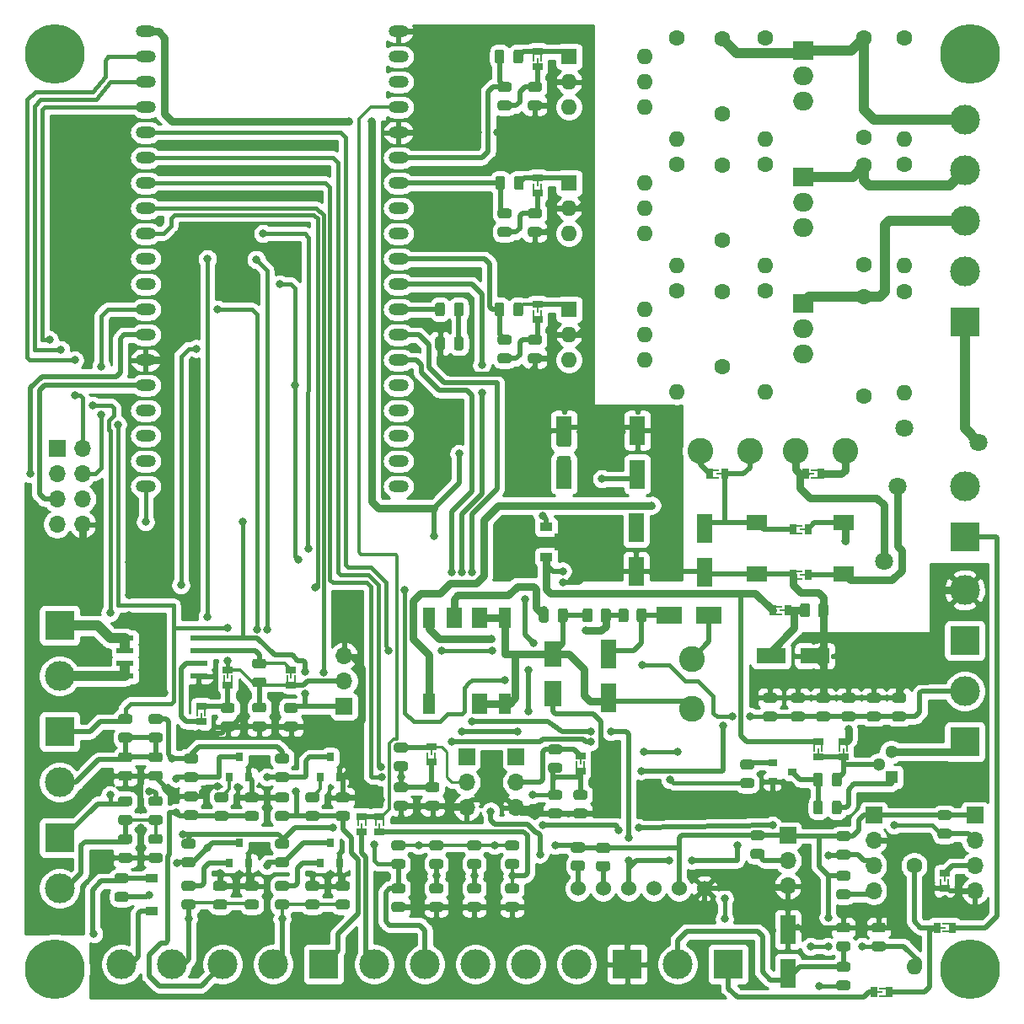
<source format=gbr>
G04 #@! TF.GenerationSoftware,KiCad,Pcbnew,5.1.9-73d0e3b20d~88~ubuntu20.04.1*
G04 #@! TF.CreationDate,2021-03-09T21:18:06-03:00*
G04 #@! TF.ProjectId,std_board,7374645f-626f-4617-9264-2e6b69636164,rev?*
G04 #@! TF.SameCoordinates,Original*
G04 #@! TF.FileFunction,Copper,L1,Top*
G04 #@! TF.FilePolarity,Positive*
%FSLAX46Y46*%
G04 Gerber Fmt 4.6, Leading zero omitted, Abs format (unit mm)*
G04 Created by KiCad (PCBNEW 5.1.9-73d0e3b20d~88~ubuntu20.04.1) date 2021-03-09 21:18:06*
%MOMM*%
%LPD*%
G01*
G04 APERTURE LIST*
G04 #@! TA.AperFunction,ComponentPad*
%ADD10O,2.000000X1.200000*%
G04 #@! TD*
G04 #@! TA.AperFunction,ComponentPad*
%ADD11C,1.600000*%
G04 #@! TD*
G04 #@! TA.AperFunction,ComponentPad*
%ADD12O,1.600000X1.600000*%
G04 #@! TD*
G04 #@! TA.AperFunction,ComponentPad*
%ADD13C,2.600000*%
G04 #@! TD*
G04 #@! TA.AperFunction,ComponentPad*
%ADD14C,1.524000*%
G04 #@! TD*
G04 #@! TA.AperFunction,SMDPad,CuDef*
%ADD15R,1.600200X2.999740*%
G04 #@! TD*
G04 #@! TA.AperFunction,ComponentPad*
%ADD16R,1.600000X1.600000*%
G04 #@! TD*
G04 #@! TA.AperFunction,SMDPad,CuDef*
%ADD17R,1.750000X0.550000*%
G04 #@! TD*
G04 #@! TA.AperFunction,ComponentPad*
%ADD18C,6.000000*%
G04 #@! TD*
G04 #@! TA.AperFunction,SMDPad,CuDef*
%ADD19R,0.254000X1.200000*%
G04 #@! TD*
G04 #@! TA.AperFunction,SMDPad,CuDef*
%ADD20R,0.254000X1.143000*%
G04 #@! TD*
G04 #@! TA.AperFunction,SMDPad,CuDef*
%ADD21R,1.016000X0.762000*%
G04 #@! TD*
G04 #@! TA.AperFunction,ComponentPad*
%ADD22C,1.800000*%
G04 #@! TD*
G04 #@! TA.AperFunction,ComponentPad*
%ADD23R,1.700000X1.700000*%
G04 #@! TD*
G04 #@! TA.AperFunction,ComponentPad*
%ADD24O,1.700000X1.700000*%
G04 #@! TD*
G04 #@! TA.AperFunction,SMDPad,CuDef*
%ADD25R,1.300000X0.900000*%
G04 #@! TD*
G04 #@! TA.AperFunction,SMDPad,CuDef*
%ADD26C,0.100000*%
G04 #@! TD*
G04 #@! TA.AperFunction,SMDPad,CuDef*
%ADD27R,0.762000X1.016000*%
G04 #@! TD*
G04 #@! TA.AperFunction,SMDPad,CuDef*
%ADD28R,1.143000X0.254000*%
G04 #@! TD*
G04 #@! TA.AperFunction,SMDPad,CuDef*
%ADD29R,1.200000X0.254000*%
G04 #@! TD*
G04 #@! TA.AperFunction,SMDPad,CuDef*
%ADD30R,1.200000X0.900000*%
G04 #@! TD*
G04 #@! TA.AperFunction,SMDPad,CuDef*
%ADD31R,0.800000X0.900000*%
G04 #@! TD*
G04 #@! TA.AperFunction,ComponentPad*
%ADD32O,2.000000X1.905000*%
G04 #@! TD*
G04 #@! TA.AperFunction,ComponentPad*
%ADD33R,2.000000X1.905000*%
G04 #@! TD*
G04 #@! TA.AperFunction,ComponentPad*
%ADD34C,1.300000*%
G04 #@! TD*
G04 #@! TA.AperFunction,ComponentPad*
%ADD35R,1.300000X1.300000*%
G04 #@! TD*
G04 #@! TA.AperFunction,SMDPad,CuDef*
%ADD36R,0.900000X0.800000*%
G04 #@! TD*
G04 #@! TA.AperFunction,SMDPad,CuDef*
%ADD37R,2.000000X1.500000*%
G04 #@! TD*
G04 #@! TA.AperFunction,ComponentPad*
%ADD38C,3.000000*%
G04 #@! TD*
G04 #@! TA.AperFunction,ComponentPad*
%ADD39R,3.000000X3.000000*%
G04 #@! TD*
G04 #@! TA.AperFunction,SMDPad,CuDef*
%ADD40R,2.999740X1.600200*%
G04 #@! TD*
G04 #@! TA.AperFunction,SMDPad,CuDef*
%ADD41R,2.500000X1.800000*%
G04 #@! TD*
G04 #@! TA.AperFunction,SMDPad,CuDef*
%ADD42R,1.800000X2.500000*%
G04 #@! TD*
G04 #@! TA.AperFunction,SMDPad,CuDef*
%ADD43R,1.170000X2.000000*%
G04 #@! TD*
G04 #@! TA.AperFunction,SMDPad,CuDef*
%ADD44R,1.520000X2.000000*%
G04 #@! TD*
G04 #@! TA.AperFunction,ViaPad*
%ADD45C,0.800000*%
G04 #@! TD*
G04 #@! TA.AperFunction,Conductor*
%ADD46C,0.500000*%
G04 #@! TD*
G04 #@! TA.AperFunction,Conductor*
%ADD47C,0.750000*%
G04 #@! TD*
G04 #@! TA.AperFunction,Conductor*
%ADD48C,0.400000*%
G04 #@! TD*
G04 #@! TA.AperFunction,Conductor*
%ADD49C,0.250000*%
G04 #@! TD*
G04 #@! TA.AperFunction,Conductor*
%ADD50C,0.300000*%
G04 #@! TD*
G04 #@! TA.AperFunction,Conductor*
%ADD51C,1.000000*%
G04 #@! TD*
G04 #@! TA.AperFunction,Conductor*
%ADD52C,0.254000*%
G04 #@! TD*
G04 #@! TA.AperFunction,Conductor*
%ADD53C,0.100000*%
G04 #@! TD*
G04 APERTURE END LIST*
D10*
X38100000Y0D03*
X12700000Y0D03*
X38100000Y-2540000D03*
X12700000Y-2540000D03*
X38100000Y-5080000D03*
X12700000Y-5080000D03*
X38100000Y-7620000D03*
X12700000Y-7620000D03*
X38100000Y-10160000D03*
X12700000Y-10160000D03*
X38100000Y-12700000D03*
X12700000Y-12700000D03*
X38100000Y-15240000D03*
X12700000Y-15240000D03*
X38100000Y-17780000D03*
X12700000Y-17780000D03*
X38100000Y-20320000D03*
X12700000Y-20320000D03*
X38100000Y-22860000D03*
X12700000Y-22860000D03*
X38100000Y-25400000D03*
X12700000Y-25400000D03*
X38100000Y-27940000D03*
X12700000Y-27940000D03*
X38100000Y-30480000D03*
X12700000Y-30480000D03*
X38100000Y-33020000D03*
X12700000Y-33020000D03*
X38100000Y-35560000D03*
X12700000Y-35560000D03*
X38100000Y-38100000D03*
X12700000Y-38100000D03*
X38100000Y-40640000D03*
X12700000Y-40640000D03*
X38100000Y-43180000D03*
X12700000Y-43180000D03*
X38100000Y-45720000D03*
X12700000Y-45720000D03*
D11*
X89916000Y-83820000D03*
D12*
X89916000Y-93980000D03*
G04 #@! TA.AperFunction,SMDPad,CuDef*
G36*
G01*
X92507750Y-78252500D02*
X93420250Y-78252500D01*
G75*
G02*
X93664000Y-78496250I0J-243750D01*
G01*
X93664000Y-78983750D01*
G75*
G02*
X93420250Y-79227500I-243750J0D01*
G01*
X92507750Y-79227500D01*
G75*
G02*
X92264000Y-78983750I0J243750D01*
G01*
X92264000Y-78496250D01*
G75*
G02*
X92507750Y-78252500I243750J0D01*
G01*
G37*
G04 #@! TD.AperFunction*
G04 #@! TA.AperFunction,SMDPad,CuDef*
G36*
G01*
X92507750Y-80127500D02*
X93420250Y-80127500D01*
G75*
G02*
X93664000Y-80371250I0J-243750D01*
G01*
X93664000Y-80858750D01*
G75*
G02*
X93420250Y-81102500I-243750J0D01*
G01*
X92507750Y-81102500D01*
G75*
G02*
X92264000Y-80858750I0J243750D01*
G01*
X92264000Y-80371250D01*
G75*
G02*
X92507750Y-80127500I243750J0D01*
G01*
G37*
G04 #@! TD.AperFunction*
D13*
X77978000Y-42164000D03*
X82978000Y-42164000D03*
D14*
X61976000Y-54610000D03*
X61976000Y-49530000D03*
D15*
X61976000Y-54269640D03*
X61976000Y-49870360D03*
D11*
X66040000Y-635000D03*
D12*
X66040000Y-10795000D03*
X62865000Y-2540000D03*
X55245000Y-7620000D03*
X62865000Y-5080000D03*
X55245000Y-5080000D03*
X62865000Y-7620000D03*
D16*
X55245000Y-2540000D03*
D17*
X18051000Y-60960000D03*
X18051000Y-62230000D03*
X18051000Y-63500000D03*
X18051000Y-64770000D03*
X10651000Y-64770000D03*
X10651000Y-63500000D03*
X10651000Y-62230000D03*
X10651000Y-60960000D03*
G04 #@! TA.AperFunction,SMDPad,CuDef*
G36*
G01*
X49073750Y-87493500D02*
X49986250Y-87493500D01*
G75*
G02*
X50230000Y-87737250I0J-243750D01*
G01*
X50230000Y-88224750D01*
G75*
G02*
X49986250Y-88468500I-243750J0D01*
G01*
X49073750Y-88468500D01*
G75*
G02*
X48830000Y-88224750I0J243750D01*
G01*
X48830000Y-87737250D01*
G75*
G02*
X49073750Y-87493500I243750J0D01*
G01*
G37*
G04 #@! TD.AperFunction*
G04 #@! TA.AperFunction,SMDPad,CuDef*
G36*
G01*
X49073750Y-85618500D02*
X49986250Y-85618500D01*
G75*
G02*
X50230000Y-85862250I0J-243750D01*
G01*
X50230000Y-86349750D01*
G75*
G02*
X49986250Y-86593500I-243750J0D01*
G01*
X49073750Y-86593500D01*
G75*
G02*
X48830000Y-86349750I0J243750D01*
G01*
X48830000Y-85862250D01*
G75*
G02*
X49073750Y-85618500I243750J0D01*
G01*
G37*
G04 #@! TD.AperFunction*
D11*
X88900000Y-13335000D03*
D12*
X88900000Y-23495000D03*
X88900000Y-36322000D03*
D11*
X88900000Y-26162000D03*
G04 #@! TA.AperFunction,SMDPad,CuDef*
G36*
G01*
X51359750Y-6975500D02*
X52272250Y-6975500D01*
G75*
G02*
X52516000Y-7219250I0J-243750D01*
G01*
X52516000Y-7706750D01*
G75*
G02*
X52272250Y-7950500I-243750J0D01*
G01*
X51359750Y-7950500D01*
G75*
G02*
X51116000Y-7706750I0J243750D01*
G01*
X51116000Y-7219250D01*
G75*
G02*
X51359750Y-6975500I243750J0D01*
G01*
G37*
G04 #@! TD.AperFunction*
G04 #@! TA.AperFunction,SMDPad,CuDef*
G36*
G01*
X51359750Y-5100500D02*
X52272250Y-5100500D01*
G75*
G02*
X52516000Y-5344250I0J-243750D01*
G01*
X52516000Y-5831750D01*
G75*
G02*
X52272250Y-6075500I-243750J0D01*
G01*
X51359750Y-6075500D01*
G75*
G02*
X51116000Y-5831750I0J243750D01*
G01*
X51116000Y-5344250D01*
G75*
G02*
X51359750Y-5100500I243750J0D01*
G01*
G37*
G04 #@! TD.AperFunction*
G04 #@! TA.AperFunction,SMDPad,CuDef*
G36*
G01*
X86816250Y-90530500D02*
X85903750Y-90530500D01*
G75*
G02*
X85660000Y-90286750I0J243750D01*
G01*
X85660000Y-89799250D01*
G75*
G02*
X85903750Y-89555500I243750J0D01*
G01*
X86816250Y-89555500D01*
G75*
G02*
X87060000Y-89799250I0J-243750D01*
G01*
X87060000Y-90286750D01*
G75*
G02*
X86816250Y-90530500I-243750J0D01*
G01*
G37*
G04 #@! TD.AperFunction*
G04 #@! TA.AperFunction,SMDPad,CuDef*
G36*
G01*
X86816250Y-92405500D02*
X85903750Y-92405500D01*
G75*
G02*
X85660000Y-92161750I0J243750D01*
G01*
X85660000Y-91674250D01*
G75*
G02*
X85903750Y-91430500I243750J0D01*
G01*
X86816250Y-91430500D01*
G75*
G02*
X87060000Y-91674250I0J-243750D01*
G01*
X87060000Y-92161750D01*
G75*
G02*
X86816250Y-92405500I-243750J0D01*
G01*
G37*
G04 #@! TD.AperFunction*
D18*
X3556000Y-94234000D03*
X3556000Y-2286000D03*
G04 #@! TA.AperFunction,SMDPad,CuDef*
G36*
G01*
X41453750Y-87493500D02*
X42366250Y-87493500D01*
G75*
G02*
X42610000Y-87737250I0J-243750D01*
G01*
X42610000Y-88224750D01*
G75*
G02*
X42366250Y-88468500I-243750J0D01*
G01*
X41453750Y-88468500D01*
G75*
G02*
X41210000Y-88224750I0J243750D01*
G01*
X41210000Y-87737250D01*
G75*
G02*
X41453750Y-87493500I243750J0D01*
G01*
G37*
G04 #@! TD.AperFunction*
G04 #@! TA.AperFunction,SMDPad,CuDef*
G36*
G01*
X41453750Y-85618500D02*
X42366250Y-85618500D01*
G75*
G02*
X42610000Y-85862250I0J-243750D01*
G01*
X42610000Y-86349750D01*
G75*
G02*
X42366250Y-86593500I-243750J0D01*
G01*
X41453750Y-86593500D01*
G75*
G02*
X41210000Y-86349750I0J243750D01*
G01*
X41210000Y-85862250D01*
G75*
G02*
X41453750Y-85618500I243750J0D01*
G01*
G37*
G04 #@! TD.AperFunction*
G04 #@! TA.AperFunction,SMDPad,CuDef*
G36*
G01*
X45263750Y-87493500D02*
X46176250Y-87493500D01*
G75*
G02*
X46420000Y-87737250I0J-243750D01*
G01*
X46420000Y-88224750D01*
G75*
G02*
X46176250Y-88468500I-243750J0D01*
G01*
X45263750Y-88468500D01*
G75*
G02*
X45020000Y-88224750I0J243750D01*
G01*
X45020000Y-87737250D01*
G75*
G02*
X45263750Y-87493500I243750J0D01*
G01*
G37*
G04 #@! TD.AperFunction*
G04 #@! TA.AperFunction,SMDPad,CuDef*
G36*
G01*
X45263750Y-85618500D02*
X46176250Y-85618500D01*
G75*
G02*
X46420000Y-85862250I0J-243750D01*
G01*
X46420000Y-86349750D01*
G75*
G02*
X46176250Y-86593500I-243750J0D01*
G01*
X45263750Y-86593500D01*
G75*
G02*
X45020000Y-86349750I0J243750D01*
G01*
X45020000Y-85862250D01*
G75*
G02*
X45263750Y-85618500I243750J0D01*
G01*
G37*
G04 #@! TD.AperFunction*
G04 #@! TA.AperFunction,SMDPad,CuDef*
G36*
G01*
X32968250Y-86339500D02*
X32055750Y-86339500D01*
G75*
G02*
X31812000Y-86095750I0J243750D01*
G01*
X31812000Y-85608250D01*
G75*
G02*
X32055750Y-85364500I243750J0D01*
G01*
X32968250Y-85364500D01*
G75*
G02*
X33212000Y-85608250I0J-243750D01*
G01*
X33212000Y-86095750D01*
G75*
G02*
X32968250Y-86339500I-243750J0D01*
G01*
G37*
G04 #@! TD.AperFunction*
G04 #@! TA.AperFunction,SMDPad,CuDef*
G36*
G01*
X32968250Y-88214500D02*
X32055750Y-88214500D01*
G75*
G02*
X31812000Y-87970750I0J243750D01*
G01*
X31812000Y-87483250D01*
G75*
G02*
X32055750Y-87239500I243750J0D01*
G01*
X32968250Y-87239500D01*
G75*
G02*
X33212000Y-87483250I0J-243750D01*
G01*
X33212000Y-87970750D01*
G75*
G02*
X32968250Y-88214500I-243750J0D01*
G01*
G37*
G04 #@! TD.AperFunction*
G04 #@! TA.AperFunction,SMDPad,CuDef*
G36*
G01*
X26848750Y-69362500D02*
X27761250Y-69362500D01*
G75*
G02*
X28005000Y-69606250I0J-243750D01*
G01*
X28005000Y-70093750D01*
G75*
G02*
X27761250Y-70337500I-243750J0D01*
G01*
X26848750Y-70337500D01*
G75*
G02*
X26605000Y-70093750I0J243750D01*
G01*
X26605000Y-69606250D01*
G75*
G02*
X26848750Y-69362500I243750J0D01*
G01*
G37*
G04 #@! TD.AperFunction*
G04 #@! TA.AperFunction,SMDPad,CuDef*
G36*
G01*
X26848750Y-67487500D02*
X27761250Y-67487500D01*
G75*
G02*
X28005000Y-67731250I0J-243750D01*
G01*
X28005000Y-68218750D01*
G75*
G02*
X27761250Y-68462500I-243750J0D01*
G01*
X26848750Y-68462500D01*
G75*
G02*
X26605000Y-68218750I0J243750D01*
G01*
X26605000Y-67731250D01*
G75*
G02*
X26848750Y-67487500I243750J0D01*
G01*
G37*
G04 #@! TD.AperFunction*
D19*
X52070000Y-3302000D03*
D20*
X52451000Y-2413000D03*
D21*
X52070000Y-2032000D03*
D20*
X51689000Y-2413000D03*
D21*
X52070000Y-3556000D03*
D19*
X52070000Y-27686000D03*
D20*
X51689000Y-28575000D03*
D21*
X52070000Y-28956000D03*
D20*
X52451000Y-28575000D03*
D21*
X52070000Y-27432000D03*
D19*
X52070000Y-14986000D03*
D20*
X51689000Y-15875000D03*
D21*
X52070000Y-16256000D03*
D20*
X52451000Y-15875000D03*
D21*
X52070000Y-14732000D03*
D19*
X41402000Y-72136000D03*
D20*
X41021000Y-73025000D03*
D21*
X41402000Y-73406000D03*
D20*
X41783000Y-73025000D03*
D21*
X41402000Y-71882000D03*
G04 #@! TA.AperFunction,SMDPad,CuDef*
G36*
G01*
X49726000Y-15696250D02*
X49726000Y-14783750D01*
G75*
G02*
X49969750Y-14540000I243750J0D01*
G01*
X50457250Y-14540000D01*
G75*
G02*
X50701000Y-14783750I0J-243750D01*
G01*
X50701000Y-15696250D01*
G75*
G02*
X50457250Y-15940000I-243750J0D01*
G01*
X49969750Y-15940000D01*
G75*
G02*
X49726000Y-15696250I0J243750D01*
G01*
G37*
G04 #@! TD.AperFunction*
G04 #@! TA.AperFunction,SMDPad,CuDef*
G36*
G01*
X47851000Y-15696250D02*
X47851000Y-14783750D01*
G75*
G02*
X48094750Y-14540000I243750J0D01*
G01*
X48582250Y-14540000D01*
G75*
G02*
X48826000Y-14783750I0J-243750D01*
G01*
X48826000Y-15696250D01*
G75*
G02*
X48582250Y-15940000I-243750J0D01*
G01*
X48094750Y-15940000D01*
G75*
G02*
X47851000Y-15696250I0J243750D01*
G01*
G37*
G04 #@! TD.AperFunction*
G04 #@! TA.AperFunction,SMDPad,CuDef*
G36*
G01*
X16561750Y-81125000D02*
X17474250Y-81125000D01*
G75*
G02*
X17718000Y-81368750I0J-243750D01*
G01*
X17718000Y-81856250D01*
G75*
G02*
X17474250Y-82100000I-243750J0D01*
G01*
X16561750Y-82100000D01*
G75*
G02*
X16318000Y-81856250I0J243750D01*
G01*
X16318000Y-81368750D01*
G75*
G02*
X16561750Y-81125000I243750J0D01*
G01*
G37*
G04 #@! TD.AperFunction*
G04 #@! TA.AperFunction,SMDPad,CuDef*
G36*
G01*
X16561750Y-83000000D02*
X17474250Y-83000000D01*
G75*
G02*
X17718000Y-83243750I0J-243750D01*
G01*
X17718000Y-83731250D01*
G75*
G02*
X17474250Y-83975000I-243750J0D01*
G01*
X16561750Y-83975000D01*
G75*
G02*
X16318000Y-83731250I0J243750D01*
G01*
X16318000Y-83243750D01*
G75*
G02*
X16561750Y-83000000I243750J0D01*
G01*
G37*
G04 #@! TD.AperFunction*
G04 #@! TA.AperFunction,SMDPad,CuDef*
G36*
G01*
X16815750Y-74442500D02*
X17728250Y-74442500D01*
G75*
G02*
X17972000Y-74686250I0J-243750D01*
G01*
X17972000Y-75173750D01*
G75*
G02*
X17728250Y-75417500I-243750J0D01*
G01*
X16815750Y-75417500D01*
G75*
G02*
X16572000Y-75173750I0J243750D01*
G01*
X16572000Y-74686250D01*
G75*
G02*
X16815750Y-74442500I243750J0D01*
G01*
G37*
G04 #@! TD.AperFunction*
G04 #@! TA.AperFunction,SMDPad,CuDef*
G36*
G01*
X16815750Y-72567500D02*
X17728250Y-72567500D01*
G75*
G02*
X17972000Y-72811250I0J-243750D01*
G01*
X17972000Y-73298750D01*
G75*
G02*
X17728250Y-73542500I-243750J0D01*
G01*
X16815750Y-73542500D01*
G75*
G02*
X16572000Y-73298750I0J243750D01*
G01*
X16572000Y-72811250D01*
G75*
G02*
X16815750Y-72567500I243750J0D01*
G01*
G37*
G04 #@! TD.AperFunction*
G04 #@! TA.AperFunction,SMDPad,CuDef*
G36*
G01*
X20776250Y-77449500D02*
X19863750Y-77449500D01*
G75*
G02*
X19620000Y-77205750I0J243750D01*
G01*
X19620000Y-76718250D01*
G75*
G02*
X19863750Y-76474500I243750J0D01*
G01*
X20776250Y-76474500D01*
G75*
G02*
X21020000Y-76718250I0J-243750D01*
G01*
X21020000Y-77205750D01*
G75*
G02*
X20776250Y-77449500I-243750J0D01*
G01*
G37*
G04 #@! TD.AperFunction*
G04 #@! TA.AperFunction,SMDPad,CuDef*
G36*
G01*
X20776250Y-79324500D02*
X19863750Y-79324500D01*
G75*
G02*
X19620000Y-79080750I0J243750D01*
G01*
X19620000Y-78593250D01*
G75*
G02*
X19863750Y-78349500I243750J0D01*
G01*
X20776250Y-78349500D01*
G75*
G02*
X21020000Y-78593250I0J-243750D01*
G01*
X21020000Y-79080750D01*
G75*
G02*
X20776250Y-79324500I-243750J0D01*
G01*
G37*
G04 #@! TD.AperFunction*
G04 #@! TA.AperFunction,SMDPad,CuDef*
G36*
G01*
X20649250Y-86339500D02*
X19736750Y-86339500D01*
G75*
G02*
X19493000Y-86095750I0J243750D01*
G01*
X19493000Y-85608250D01*
G75*
G02*
X19736750Y-85364500I243750J0D01*
G01*
X20649250Y-85364500D01*
G75*
G02*
X20893000Y-85608250I0J-243750D01*
G01*
X20893000Y-86095750D01*
G75*
G02*
X20649250Y-86339500I-243750J0D01*
G01*
G37*
G04 #@! TD.AperFunction*
G04 #@! TA.AperFunction,SMDPad,CuDef*
G36*
G01*
X20649250Y-88214500D02*
X19736750Y-88214500D01*
G75*
G02*
X19493000Y-87970750I0J243750D01*
G01*
X19493000Y-87483250D01*
G75*
G02*
X19736750Y-87239500I243750J0D01*
G01*
X20649250Y-87239500D01*
G75*
G02*
X20893000Y-87483250I0J-243750D01*
G01*
X20893000Y-87970750D01*
G75*
G02*
X20649250Y-88214500I-243750J0D01*
G01*
G37*
G04 #@! TD.AperFunction*
G04 #@! TA.AperFunction,SMDPad,CuDef*
G36*
G01*
X17728250Y-77352500D02*
X16815750Y-77352500D01*
G75*
G02*
X16572000Y-77108750I0J243750D01*
G01*
X16572000Y-76621250D01*
G75*
G02*
X16815750Y-76377500I243750J0D01*
G01*
X17728250Y-76377500D01*
G75*
G02*
X17972000Y-76621250I0J-243750D01*
G01*
X17972000Y-77108750D01*
G75*
G02*
X17728250Y-77352500I-243750J0D01*
G01*
G37*
G04 #@! TD.AperFunction*
G04 #@! TA.AperFunction,SMDPad,CuDef*
G36*
G01*
X17728250Y-79227500D02*
X16815750Y-79227500D01*
G75*
G02*
X16572000Y-78983750I0J243750D01*
G01*
X16572000Y-78496250D01*
G75*
G02*
X16815750Y-78252500I243750J0D01*
G01*
X17728250Y-78252500D01*
G75*
G02*
X17972000Y-78496250I0J-243750D01*
G01*
X17972000Y-78983750D01*
G75*
G02*
X17728250Y-79227500I-243750J0D01*
G01*
G37*
G04 #@! TD.AperFunction*
G04 #@! TA.AperFunction,SMDPad,CuDef*
G36*
G01*
X26872250Y-82100000D02*
X25959750Y-82100000D01*
G75*
G02*
X25716000Y-81856250I0J243750D01*
G01*
X25716000Y-81368750D01*
G75*
G02*
X25959750Y-81125000I243750J0D01*
G01*
X26872250Y-81125000D01*
G75*
G02*
X27116000Y-81368750I0J-243750D01*
G01*
X27116000Y-81856250D01*
G75*
G02*
X26872250Y-82100000I-243750J0D01*
G01*
G37*
G04 #@! TD.AperFunction*
G04 #@! TA.AperFunction,SMDPad,CuDef*
G36*
G01*
X26872250Y-83975000D02*
X25959750Y-83975000D01*
G75*
G02*
X25716000Y-83731250I0J243750D01*
G01*
X25716000Y-83243750D01*
G75*
G02*
X25959750Y-83000000I243750J0D01*
G01*
X26872250Y-83000000D01*
G75*
G02*
X27116000Y-83243750I0J-243750D01*
G01*
X27116000Y-83731250D01*
G75*
G02*
X26872250Y-83975000I-243750J0D01*
G01*
G37*
G04 #@! TD.AperFunction*
G04 #@! TA.AperFunction,SMDPad,CuDef*
G36*
G01*
X26872250Y-73542500D02*
X25959750Y-73542500D01*
G75*
G02*
X25716000Y-73298750I0J243750D01*
G01*
X25716000Y-72811250D01*
G75*
G02*
X25959750Y-72567500I243750J0D01*
G01*
X26872250Y-72567500D01*
G75*
G02*
X27116000Y-72811250I0J-243750D01*
G01*
X27116000Y-73298750D01*
G75*
G02*
X26872250Y-73542500I-243750J0D01*
G01*
G37*
G04 #@! TD.AperFunction*
G04 #@! TA.AperFunction,SMDPad,CuDef*
G36*
G01*
X26872250Y-75417500D02*
X25959750Y-75417500D01*
G75*
G02*
X25716000Y-75173750I0J243750D01*
G01*
X25716000Y-74686250D01*
G75*
G02*
X25959750Y-74442500I243750J0D01*
G01*
X26872250Y-74442500D01*
G75*
G02*
X27116000Y-74686250I0J-243750D01*
G01*
X27116000Y-75173750D01*
G75*
G02*
X26872250Y-75417500I-243750J0D01*
G01*
G37*
G04 #@! TD.AperFunction*
G04 #@! TA.AperFunction,SMDPad,CuDef*
G36*
G01*
X37897750Y-73348000D02*
X38810250Y-73348000D01*
G75*
G02*
X39054000Y-73591750I0J-243750D01*
G01*
X39054000Y-74079250D01*
G75*
G02*
X38810250Y-74323000I-243750J0D01*
G01*
X37897750Y-74323000D01*
G75*
G02*
X37654000Y-74079250I0J243750D01*
G01*
X37654000Y-73591750D01*
G75*
G02*
X37897750Y-73348000I243750J0D01*
G01*
G37*
G04 #@! TD.AperFunction*
G04 #@! TA.AperFunction,SMDPad,CuDef*
G36*
G01*
X37897750Y-71473000D02*
X38810250Y-71473000D01*
G75*
G02*
X39054000Y-71716750I0J-243750D01*
G01*
X39054000Y-72204250D01*
G75*
G02*
X38810250Y-72448000I-243750J0D01*
G01*
X37897750Y-72448000D01*
G75*
G02*
X37654000Y-72204250I0J243750D01*
G01*
X37654000Y-71716750D01*
G75*
G02*
X37897750Y-71473000I243750J0D01*
G01*
G37*
G04 #@! TD.AperFunction*
G04 #@! TA.AperFunction,SMDPad,CuDef*
G36*
G01*
X26872250Y-86339500D02*
X25959750Y-86339500D01*
G75*
G02*
X25716000Y-86095750I0J243750D01*
G01*
X25716000Y-85608250D01*
G75*
G02*
X25959750Y-85364500I243750J0D01*
G01*
X26872250Y-85364500D01*
G75*
G02*
X27116000Y-85608250I0J-243750D01*
G01*
X27116000Y-86095750D01*
G75*
G02*
X26872250Y-86339500I-243750J0D01*
G01*
G37*
G04 #@! TD.AperFunction*
G04 #@! TA.AperFunction,SMDPad,CuDef*
G36*
G01*
X26872250Y-88214500D02*
X25959750Y-88214500D01*
G75*
G02*
X25716000Y-87970750I0J243750D01*
G01*
X25716000Y-87483250D01*
G75*
G02*
X25959750Y-87239500I243750J0D01*
G01*
X26872250Y-87239500D01*
G75*
G02*
X27116000Y-87483250I0J-243750D01*
G01*
X27116000Y-87970750D01*
G75*
G02*
X26872250Y-88214500I-243750J0D01*
G01*
G37*
G04 #@! TD.AperFunction*
G04 #@! TA.AperFunction,SMDPad,CuDef*
G36*
G01*
X29920250Y-77449500D02*
X29007750Y-77449500D01*
G75*
G02*
X28764000Y-77205750I0J243750D01*
G01*
X28764000Y-76718250D01*
G75*
G02*
X29007750Y-76474500I243750J0D01*
G01*
X29920250Y-76474500D01*
G75*
G02*
X30164000Y-76718250I0J-243750D01*
G01*
X30164000Y-77205750D01*
G75*
G02*
X29920250Y-77449500I-243750J0D01*
G01*
G37*
G04 #@! TD.AperFunction*
G04 #@! TA.AperFunction,SMDPad,CuDef*
G36*
G01*
X29920250Y-79324500D02*
X29007750Y-79324500D01*
G75*
G02*
X28764000Y-79080750I0J243750D01*
G01*
X28764000Y-78593250D01*
G75*
G02*
X29007750Y-78349500I243750J0D01*
G01*
X29920250Y-78349500D01*
G75*
G02*
X30164000Y-78593250I0J-243750D01*
G01*
X30164000Y-79080750D01*
G75*
G02*
X29920250Y-79324500I-243750J0D01*
G01*
G37*
G04 #@! TD.AperFunction*
G04 #@! TA.AperFunction,SMDPad,CuDef*
G36*
G01*
X29920250Y-86339500D02*
X29007750Y-86339500D01*
G75*
G02*
X28764000Y-86095750I0J243750D01*
G01*
X28764000Y-85608250D01*
G75*
G02*
X29007750Y-85364500I243750J0D01*
G01*
X29920250Y-85364500D01*
G75*
G02*
X30164000Y-85608250I0J-243750D01*
G01*
X30164000Y-86095750D01*
G75*
G02*
X29920250Y-86339500I-243750J0D01*
G01*
G37*
G04 #@! TD.AperFunction*
G04 #@! TA.AperFunction,SMDPad,CuDef*
G36*
G01*
X29920250Y-88214500D02*
X29007750Y-88214500D01*
G75*
G02*
X28764000Y-87970750I0J243750D01*
G01*
X28764000Y-87483250D01*
G75*
G02*
X29007750Y-87239500I243750J0D01*
G01*
X29920250Y-87239500D01*
G75*
G02*
X30164000Y-87483250I0J-243750D01*
G01*
X30164000Y-87970750D01*
G75*
G02*
X29920250Y-88214500I-243750J0D01*
G01*
G37*
G04 #@! TD.AperFunction*
G04 #@! TA.AperFunction,SMDPad,CuDef*
G36*
G01*
X26872250Y-77449500D02*
X25959750Y-77449500D01*
G75*
G02*
X25716000Y-77205750I0J243750D01*
G01*
X25716000Y-76718250D01*
G75*
G02*
X25959750Y-76474500I243750J0D01*
G01*
X26872250Y-76474500D01*
G75*
G02*
X27116000Y-76718250I0J-243750D01*
G01*
X27116000Y-77205750D01*
G75*
G02*
X26872250Y-77449500I-243750J0D01*
G01*
G37*
G04 #@! TD.AperFunction*
G04 #@! TA.AperFunction,SMDPad,CuDef*
G36*
G01*
X26872250Y-79324500D02*
X25959750Y-79324500D01*
G75*
G02*
X25716000Y-79080750I0J243750D01*
G01*
X25716000Y-78593250D01*
G75*
G02*
X25959750Y-78349500I243750J0D01*
G01*
X26872250Y-78349500D01*
G75*
G02*
X27116000Y-78593250I0J-243750D01*
G01*
X27116000Y-79080750D01*
G75*
G02*
X26872250Y-79324500I-243750J0D01*
G01*
G37*
G04 #@! TD.AperFunction*
G04 #@! TA.AperFunction,SMDPad,CuDef*
G36*
G01*
X41072750Y-77333500D02*
X41985250Y-77333500D01*
G75*
G02*
X42229000Y-77577250I0J-243750D01*
G01*
X42229000Y-78064750D01*
G75*
G02*
X41985250Y-78308500I-243750J0D01*
G01*
X41072750Y-78308500D01*
G75*
G02*
X40829000Y-78064750I0J243750D01*
G01*
X40829000Y-77577250D01*
G75*
G02*
X41072750Y-77333500I243750J0D01*
G01*
G37*
G04 #@! TD.AperFunction*
G04 #@! TA.AperFunction,SMDPad,CuDef*
G36*
G01*
X41072750Y-75458500D02*
X41985250Y-75458500D01*
G75*
G02*
X42229000Y-75702250I0J-243750D01*
G01*
X42229000Y-76189750D01*
G75*
G02*
X41985250Y-76433500I-243750J0D01*
G01*
X41072750Y-76433500D01*
G75*
G02*
X40829000Y-76189750I0J243750D01*
G01*
X40829000Y-75702250D01*
G75*
G02*
X41072750Y-75458500I243750J0D01*
G01*
G37*
G04 #@! TD.AperFunction*
G04 #@! TA.AperFunction,SMDPad,CuDef*
G36*
G01*
X10211750Y-78730500D02*
X11124250Y-78730500D01*
G75*
G02*
X11368000Y-78974250I0J-243750D01*
G01*
X11368000Y-79461750D01*
G75*
G02*
X11124250Y-79705500I-243750J0D01*
G01*
X10211750Y-79705500D01*
G75*
G02*
X9968000Y-79461750I0J243750D01*
G01*
X9968000Y-78974250D01*
G75*
G02*
X10211750Y-78730500I243750J0D01*
G01*
G37*
G04 #@! TD.AperFunction*
G04 #@! TA.AperFunction,SMDPad,CuDef*
G36*
G01*
X10211750Y-76855500D02*
X11124250Y-76855500D01*
G75*
G02*
X11368000Y-77099250I0J-243750D01*
G01*
X11368000Y-77586750D01*
G75*
G02*
X11124250Y-77830500I-243750J0D01*
G01*
X10211750Y-77830500D01*
G75*
G02*
X9968000Y-77586750I0J243750D01*
G01*
X9968000Y-77099250D01*
G75*
G02*
X10211750Y-76855500I243750J0D01*
G01*
G37*
G04 #@! TD.AperFunction*
D22*
X96400000Y-41278000D03*
X88900000Y-39878000D03*
X88265000Y-45720000D03*
X86865000Y-53220000D03*
D12*
X62865000Y-27940000D03*
X55245000Y-33020000D03*
X62865000Y-30480000D03*
X55245000Y-30480000D03*
X62865000Y-33020000D03*
D16*
X55245000Y-27940000D03*
D12*
X62865000Y-15240000D03*
X55245000Y-20320000D03*
X62865000Y-17780000D03*
X55245000Y-17780000D03*
X62865000Y-20320000D03*
D16*
X55245000Y-15240000D03*
G04 #@! TA.AperFunction,SMDPad,CuDef*
G36*
G01*
X45263750Y-83175500D02*
X46176250Y-83175500D01*
G75*
G02*
X46420000Y-83419250I0J-243750D01*
G01*
X46420000Y-83906750D01*
G75*
G02*
X46176250Y-84150500I-243750J0D01*
G01*
X45263750Y-84150500D01*
G75*
G02*
X45020000Y-83906750I0J243750D01*
G01*
X45020000Y-83419250D01*
G75*
G02*
X45263750Y-83175500I243750J0D01*
G01*
G37*
G04 #@! TD.AperFunction*
G04 #@! TA.AperFunction,SMDPad,CuDef*
G36*
G01*
X45263750Y-81300500D02*
X46176250Y-81300500D01*
G75*
G02*
X46420000Y-81544250I0J-243750D01*
G01*
X46420000Y-82031750D01*
G75*
G02*
X46176250Y-82275500I-243750J0D01*
G01*
X45263750Y-82275500D01*
G75*
G02*
X45020000Y-82031750I0J243750D01*
G01*
X45020000Y-81544250D01*
G75*
G02*
X45263750Y-81300500I243750J0D01*
G01*
G37*
G04 #@! TD.AperFunction*
G04 #@! TA.AperFunction,SMDPad,CuDef*
G36*
G01*
X51359750Y-19675500D02*
X52272250Y-19675500D01*
G75*
G02*
X52516000Y-19919250I0J-243750D01*
G01*
X52516000Y-20406750D01*
G75*
G02*
X52272250Y-20650500I-243750J0D01*
G01*
X51359750Y-20650500D01*
G75*
G02*
X51116000Y-20406750I0J243750D01*
G01*
X51116000Y-19919250D01*
G75*
G02*
X51359750Y-19675500I243750J0D01*
G01*
G37*
G04 #@! TD.AperFunction*
G04 #@! TA.AperFunction,SMDPad,CuDef*
G36*
G01*
X51359750Y-17800500D02*
X52272250Y-17800500D01*
G75*
G02*
X52516000Y-18044250I0J-243750D01*
G01*
X52516000Y-18531750D01*
G75*
G02*
X52272250Y-18775500I-243750J0D01*
G01*
X51359750Y-18775500D01*
G75*
G02*
X51116000Y-18531750I0J243750D01*
G01*
X51116000Y-18044250D01*
G75*
G02*
X51359750Y-17800500I243750J0D01*
G01*
G37*
G04 #@! TD.AperFunction*
G04 #@! TA.AperFunction,SMDPad,CuDef*
G36*
G01*
X42778500Y-30912750D02*
X42778500Y-31825250D01*
G75*
G02*
X42534750Y-32069000I-243750J0D01*
G01*
X42047250Y-32069000D01*
G75*
G02*
X41803500Y-31825250I0J243750D01*
G01*
X41803500Y-30912750D01*
G75*
G02*
X42047250Y-30669000I243750J0D01*
G01*
X42534750Y-30669000D01*
G75*
G02*
X42778500Y-30912750I0J-243750D01*
G01*
G37*
G04 #@! TD.AperFunction*
G04 #@! TA.AperFunction,SMDPad,CuDef*
G36*
G01*
X44653500Y-30912750D02*
X44653500Y-31825250D01*
G75*
G02*
X44409750Y-32069000I-243750J0D01*
G01*
X43922250Y-32069000D01*
G75*
G02*
X43678500Y-31825250I0J243750D01*
G01*
X43678500Y-30912750D01*
G75*
G02*
X43922250Y-30669000I243750J0D01*
G01*
X44409750Y-30669000D01*
G75*
G02*
X44653500Y-30912750I0J-243750D01*
G01*
G37*
G04 #@! TD.AperFunction*
G04 #@! TA.AperFunction,SMDPad,CuDef*
G36*
G01*
X13259750Y-82540500D02*
X14172250Y-82540500D01*
G75*
G02*
X14416000Y-82784250I0J-243750D01*
G01*
X14416000Y-83271750D01*
G75*
G02*
X14172250Y-83515500I-243750J0D01*
G01*
X13259750Y-83515500D01*
G75*
G02*
X13016000Y-83271750I0J243750D01*
G01*
X13016000Y-82784250D01*
G75*
G02*
X13259750Y-82540500I243750J0D01*
G01*
G37*
G04 #@! TD.AperFunction*
G04 #@! TA.AperFunction,SMDPad,CuDef*
G36*
G01*
X13259750Y-80665500D02*
X14172250Y-80665500D01*
G75*
G02*
X14416000Y-80909250I0J-243750D01*
G01*
X14416000Y-81396750D01*
G75*
G02*
X14172250Y-81640500I-243750J0D01*
G01*
X13259750Y-81640500D01*
G75*
G02*
X13016000Y-81396750I0J243750D01*
G01*
X13016000Y-80909250D01*
G75*
G02*
X13259750Y-80665500I243750J0D01*
G01*
G37*
G04 #@! TD.AperFunction*
G04 #@! TA.AperFunction,SMDPad,CuDef*
G36*
G01*
X23824250Y-86339500D02*
X22911750Y-86339500D01*
G75*
G02*
X22668000Y-86095750I0J243750D01*
G01*
X22668000Y-85608250D01*
G75*
G02*
X22911750Y-85364500I243750J0D01*
G01*
X23824250Y-85364500D01*
G75*
G02*
X24068000Y-85608250I0J-243750D01*
G01*
X24068000Y-86095750D01*
G75*
G02*
X23824250Y-86339500I-243750J0D01*
G01*
G37*
G04 #@! TD.AperFunction*
G04 #@! TA.AperFunction,SMDPad,CuDef*
G36*
G01*
X23824250Y-88214500D02*
X22911750Y-88214500D01*
G75*
G02*
X22668000Y-87970750I0J243750D01*
G01*
X22668000Y-87483250D01*
G75*
G02*
X22911750Y-87239500I243750J0D01*
G01*
X23824250Y-87239500D01*
G75*
G02*
X24068000Y-87483250I0J-243750D01*
G01*
X24068000Y-87970750D01*
G75*
G02*
X23824250Y-88214500I-243750J0D01*
G01*
G37*
G04 #@! TD.AperFunction*
G04 #@! TA.AperFunction,SMDPad,CuDef*
G36*
G01*
X20498750Y-69362500D02*
X21411250Y-69362500D01*
G75*
G02*
X21655000Y-69606250I0J-243750D01*
G01*
X21655000Y-70093750D01*
G75*
G02*
X21411250Y-70337500I-243750J0D01*
G01*
X20498750Y-70337500D01*
G75*
G02*
X20255000Y-70093750I0J243750D01*
G01*
X20255000Y-69606250D01*
G75*
G02*
X20498750Y-69362500I243750J0D01*
G01*
G37*
G04 #@! TD.AperFunction*
G04 #@! TA.AperFunction,SMDPad,CuDef*
G36*
G01*
X20498750Y-67487500D02*
X21411250Y-67487500D01*
G75*
G02*
X21655000Y-67731250I0J-243750D01*
G01*
X21655000Y-68218750D01*
G75*
G02*
X21411250Y-68462500I-243750J0D01*
G01*
X20498750Y-68462500D01*
G75*
G02*
X20255000Y-68218750I0J243750D01*
G01*
X20255000Y-67731250D01*
G75*
G02*
X20498750Y-67487500I243750J0D01*
G01*
G37*
G04 #@! TD.AperFunction*
G04 #@! TA.AperFunction,SMDPad,CuDef*
G36*
G01*
X47772500Y-28396250D02*
X47772500Y-27483750D01*
G75*
G02*
X48016250Y-27240000I243750J0D01*
G01*
X48503750Y-27240000D01*
G75*
G02*
X48747500Y-27483750I0J-243750D01*
G01*
X48747500Y-28396250D01*
G75*
G02*
X48503750Y-28640000I-243750J0D01*
G01*
X48016250Y-28640000D01*
G75*
G02*
X47772500Y-28396250I0J243750D01*
G01*
G37*
G04 #@! TD.AperFunction*
G04 #@! TA.AperFunction,SMDPad,CuDef*
G36*
G01*
X49647500Y-28396250D02*
X49647500Y-27483750D01*
G75*
G02*
X49891250Y-27240000I243750J0D01*
G01*
X50378750Y-27240000D01*
G75*
G02*
X50622500Y-27483750I0J-243750D01*
G01*
X50622500Y-28396250D01*
G75*
G02*
X50378750Y-28640000I-243750J0D01*
G01*
X49891250Y-28640000D01*
G75*
G02*
X49647500Y-28396250I0J243750D01*
G01*
G37*
G04 #@! TD.AperFunction*
G04 #@! TA.AperFunction,SMDPad,CuDef*
G36*
G01*
X41453750Y-83175500D02*
X42366250Y-83175500D01*
G75*
G02*
X42610000Y-83419250I0J-243750D01*
G01*
X42610000Y-83906750D01*
G75*
G02*
X42366250Y-84150500I-243750J0D01*
G01*
X41453750Y-84150500D01*
G75*
G02*
X41210000Y-83906750I0J243750D01*
G01*
X41210000Y-83419250D01*
G75*
G02*
X41453750Y-83175500I243750J0D01*
G01*
G37*
G04 #@! TD.AperFunction*
G04 #@! TA.AperFunction,SMDPad,CuDef*
G36*
G01*
X41453750Y-81300500D02*
X42366250Y-81300500D01*
G75*
G02*
X42610000Y-81544250I0J-243750D01*
G01*
X42610000Y-82031750D01*
G75*
G02*
X42366250Y-82275500I-243750J0D01*
G01*
X41453750Y-82275500D01*
G75*
G02*
X41210000Y-82031750I0J243750D01*
G01*
X41210000Y-81544250D01*
G75*
G02*
X41453750Y-81300500I243750J0D01*
G01*
G37*
G04 #@! TD.AperFunction*
G04 #@! TA.AperFunction,SMDPad,CuDef*
G36*
G01*
X10211750Y-70475500D02*
X11124250Y-70475500D01*
G75*
G02*
X11368000Y-70719250I0J-243750D01*
G01*
X11368000Y-71206750D01*
G75*
G02*
X11124250Y-71450500I-243750J0D01*
G01*
X10211750Y-71450500D01*
G75*
G02*
X9968000Y-71206750I0J243750D01*
G01*
X9968000Y-70719250D01*
G75*
G02*
X10211750Y-70475500I243750J0D01*
G01*
G37*
G04 #@! TD.AperFunction*
G04 #@! TA.AperFunction,SMDPad,CuDef*
G36*
G01*
X10211750Y-68600500D02*
X11124250Y-68600500D01*
G75*
G02*
X11368000Y-68844250I0J-243750D01*
G01*
X11368000Y-69331750D01*
G75*
G02*
X11124250Y-69575500I-243750J0D01*
G01*
X10211750Y-69575500D01*
G75*
G02*
X9968000Y-69331750I0J243750D01*
G01*
X9968000Y-68844250D01*
G75*
G02*
X10211750Y-68600500I243750J0D01*
G01*
G37*
G04 #@! TD.AperFunction*
G04 #@! TA.AperFunction,SMDPad,CuDef*
G36*
G01*
X13259750Y-70475500D02*
X14172250Y-70475500D01*
G75*
G02*
X14416000Y-70719250I0J-243750D01*
G01*
X14416000Y-71206750D01*
G75*
G02*
X14172250Y-71450500I-243750J0D01*
G01*
X13259750Y-71450500D01*
G75*
G02*
X13016000Y-71206750I0J243750D01*
G01*
X13016000Y-70719250D01*
G75*
G02*
X13259750Y-70475500I243750J0D01*
G01*
G37*
G04 #@! TD.AperFunction*
G04 #@! TA.AperFunction,SMDPad,CuDef*
G36*
G01*
X13259750Y-68600500D02*
X14172250Y-68600500D01*
G75*
G02*
X14416000Y-68844250I0J-243750D01*
G01*
X14416000Y-69331750D01*
G75*
G02*
X14172250Y-69575500I-243750J0D01*
G01*
X13259750Y-69575500D01*
G75*
G02*
X13016000Y-69331750I0J243750D01*
G01*
X13016000Y-68844250D01*
G75*
G02*
X13259750Y-68600500I243750J0D01*
G01*
G37*
G04 #@! TD.AperFunction*
G04 #@! TA.AperFunction,SMDPad,CuDef*
G36*
G01*
X23673750Y-69332500D02*
X24586250Y-69332500D01*
G75*
G02*
X24830000Y-69576250I0J-243750D01*
G01*
X24830000Y-70063750D01*
G75*
G02*
X24586250Y-70307500I-243750J0D01*
G01*
X23673750Y-70307500D01*
G75*
G02*
X23430000Y-70063750I0J243750D01*
G01*
X23430000Y-69576250D01*
G75*
G02*
X23673750Y-69332500I243750J0D01*
G01*
G37*
G04 #@! TD.AperFunction*
G04 #@! TA.AperFunction,SMDPad,CuDef*
G36*
G01*
X23673750Y-67457500D02*
X24586250Y-67457500D01*
G75*
G02*
X24830000Y-67701250I0J-243750D01*
G01*
X24830000Y-68188750D01*
G75*
G02*
X24586250Y-68432500I-243750J0D01*
G01*
X23673750Y-68432500D01*
G75*
G02*
X23430000Y-68188750I0J243750D01*
G01*
X23430000Y-67701250D01*
G75*
G02*
X23673750Y-67457500I243750J0D01*
G01*
G37*
G04 #@! TD.AperFunction*
G04 #@! TA.AperFunction,SMDPad,CuDef*
G36*
G01*
X37643750Y-87493500D02*
X38556250Y-87493500D01*
G75*
G02*
X38800000Y-87737250I0J-243750D01*
G01*
X38800000Y-88224750D01*
G75*
G02*
X38556250Y-88468500I-243750J0D01*
G01*
X37643750Y-88468500D01*
G75*
G02*
X37400000Y-88224750I0J243750D01*
G01*
X37400000Y-87737250D01*
G75*
G02*
X37643750Y-87493500I243750J0D01*
G01*
G37*
G04 #@! TD.AperFunction*
G04 #@! TA.AperFunction,SMDPad,CuDef*
G36*
G01*
X37643750Y-85618500D02*
X38556250Y-85618500D01*
G75*
G02*
X38800000Y-85862250I0J-243750D01*
G01*
X38800000Y-86349750D01*
G75*
G02*
X38556250Y-86593500I-243750J0D01*
G01*
X37643750Y-86593500D01*
G75*
G02*
X37400000Y-86349750I0J243750D01*
G01*
X37400000Y-85862250D01*
G75*
G02*
X37643750Y-85618500I243750J0D01*
G01*
G37*
G04 #@! TD.AperFunction*
G04 #@! TA.AperFunction,SMDPad,CuDef*
G36*
G01*
X23824250Y-77449500D02*
X22911750Y-77449500D01*
G75*
G02*
X22668000Y-77205750I0J243750D01*
G01*
X22668000Y-76718250D01*
G75*
G02*
X22911750Y-76474500I243750J0D01*
G01*
X23824250Y-76474500D01*
G75*
G02*
X24068000Y-76718250I0J-243750D01*
G01*
X24068000Y-77205750D01*
G75*
G02*
X23824250Y-77449500I-243750J0D01*
G01*
G37*
G04 #@! TD.AperFunction*
G04 #@! TA.AperFunction,SMDPad,CuDef*
G36*
G01*
X23824250Y-79324500D02*
X22911750Y-79324500D01*
G75*
G02*
X22668000Y-79080750I0J243750D01*
G01*
X22668000Y-78593250D01*
G75*
G02*
X22911750Y-78349500I243750J0D01*
G01*
X23824250Y-78349500D01*
G75*
G02*
X24068000Y-78593250I0J-243750D01*
G01*
X24068000Y-79080750D01*
G75*
G02*
X23824250Y-79324500I-243750J0D01*
G01*
G37*
G04 #@! TD.AperFunction*
G04 #@! TA.AperFunction,SMDPad,CuDef*
G36*
G01*
X32968250Y-77449500D02*
X32055750Y-77449500D01*
G75*
G02*
X31812000Y-77205750I0J243750D01*
G01*
X31812000Y-76718250D01*
G75*
G02*
X32055750Y-76474500I243750J0D01*
G01*
X32968250Y-76474500D01*
G75*
G02*
X33212000Y-76718250I0J-243750D01*
G01*
X33212000Y-77205750D01*
G75*
G02*
X32968250Y-77449500I-243750J0D01*
G01*
G37*
G04 #@! TD.AperFunction*
G04 #@! TA.AperFunction,SMDPad,CuDef*
G36*
G01*
X32968250Y-79324500D02*
X32055750Y-79324500D01*
G75*
G02*
X31812000Y-79080750I0J243750D01*
G01*
X31812000Y-78593250D01*
G75*
G02*
X32055750Y-78349500I243750J0D01*
G01*
X32968250Y-78349500D01*
G75*
G02*
X33212000Y-78593250I0J-243750D01*
G01*
X33212000Y-79080750D01*
G75*
G02*
X32968250Y-79324500I-243750J0D01*
G01*
G37*
G04 #@! TD.AperFunction*
G04 #@! TA.AperFunction,SMDPad,CuDef*
G36*
G01*
X37897750Y-77333500D02*
X38810250Y-77333500D01*
G75*
G02*
X39054000Y-77577250I0J-243750D01*
G01*
X39054000Y-78064750D01*
G75*
G02*
X38810250Y-78308500I-243750J0D01*
G01*
X37897750Y-78308500D01*
G75*
G02*
X37654000Y-78064750I0J243750D01*
G01*
X37654000Y-77577250D01*
G75*
G02*
X37897750Y-77333500I243750J0D01*
G01*
G37*
G04 #@! TD.AperFunction*
G04 #@! TA.AperFunction,SMDPad,CuDef*
G36*
G01*
X37897750Y-75458500D02*
X38810250Y-75458500D01*
G75*
G02*
X39054000Y-75702250I0J-243750D01*
G01*
X39054000Y-76189750D01*
G75*
G02*
X38810250Y-76433500I-243750J0D01*
G01*
X37897750Y-76433500D01*
G75*
G02*
X37654000Y-76189750I0J243750D01*
G01*
X37654000Y-75702250D01*
G75*
G02*
X37897750Y-75458500I243750J0D01*
G01*
G37*
G04 #@! TD.AperFunction*
G04 #@! TA.AperFunction,SMDPad,CuDef*
G36*
G01*
X51359750Y-32375500D02*
X52272250Y-32375500D01*
G75*
G02*
X52516000Y-32619250I0J-243750D01*
G01*
X52516000Y-33106750D01*
G75*
G02*
X52272250Y-33350500I-243750J0D01*
G01*
X51359750Y-33350500D01*
G75*
G02*
X51116000Y-33106750I0J243750D01*
G01*
X51116000Y-32619250D01*
G75*
G02*
X51359750Y-32375500I243750J0D01*
G01*
G37*
G04 #@! TD.AperFunction*
G04 #@! TA.AperFunction,SMDPad,CuDef*
G36*
G01*
X51359750Y-30500500D02*
X52272250Y-30500500D01*
G75*
G02*
X52516000Y-30744250I0J-243750D01*
G01*
X52516000Y-31231750D01*
G75*
G02*
X52272250Y-31475500I-243750J0D01*
G01*
X51359750Y-31475500D01*
G75*
G02*
X51116000Y-31231750I0J243750D01*
G01*
X51116000Y-30744250D01*
G75*
G02*
X51359750Y-30500500I243750J0D01*
G01*
G37*
G04 #@! TD.AperFunction*
G04 #@! TA.AperFunction,SMDPad,CuDef*
G36*
G01*
X49647500Y-2996250D02*
X49647500Y-2083750D01*
G75*
G02*
X49891250Y-1840000I243750J0D01*
G01*
X50378750Y-1840000D01*
G75*
G02*
X50622500Y-2083750I0J-243750D01*
G01*
X50622500Y-2996250D01*
G75*
G02*
X50378750Y-3240000I-243750J0D01*
G01*
X49891250Y-3240000D01*
G75*
G02*
X49647500Y-2996250I0J243750D01*
G01*
G37*
G04 #@! TD.AperFunction*
G04 #@! TA.AperFunction,SMDPad,CuDef*
G36*
G01*
X47772500Y-2996250D02*
X47772500Y-2083750D01*
G75*
G02*
X48016250Y-1840000I243750J0D01*
G01*
X48503750Y-1840000D01*
G75*
G02*
X48747500Y-2083750I0J-243750D01*
G01*
X48747500Y-2996250D01*
G75*
G02*
X48503750Y-3240000I-243750J0D01*
G01*
X48016250Y-3240000D01*
G75*
G02*
X47772500Y-2996250I0J243750D01*
G01*
G37*
G04 #@! TD.AperFunction*
G04 #@! TA.AperFunction,SMDPad,CuDef*
G36*
G01*
X48311750Y-32375500D02*
X49224250Y-32375500D01*
G75*
G02*
X49468000Y-32619250I0J-243750D01*
G01*
X49468000Y-33106750D01*
G75*
G02*
X49224250Y-33350500I-243750J0D01*
G01*
X48311750Y-33350500D01*
G75*
G02*
X48068000Y-33106750I0J243750D01*
G01*
X48068000Y-32619250D01*
G75*
G02*
X48311750Y-32375500I243750J0D01*
G01*
G37*
G04 #@! TD.AperFunction*
G04 #@! TA.AperFunction,SMDPad,CuDef*
G36*
G01*
X48311750Y-30500500D02*
X49224250Y-30500500D01*
G75*
G02*
X49468000Y-30744250I0J-243750D01*
G01*
X49468000Y-31231750D01*
G75*
G02*
X49224250Y-31475500I-243750J0D01*
G01*
X48311750Y-31475500D01*
G75*
G02*
X48068000Y-31231750I0J243750D01*
G01*
X48068000Y-30744250D01*
G75*
G02*
X48311750Y-30500500I243750J0D01*
G01*
G37*
G04 #@! TD.AperFunction*
G04 #@! TA.AperFunction,SMDPad,CuDef*
G36*
G01*
X48311750Y-19675500D02*
X49224250Y-19675500D01*
G75*
G02*
X49468000Y-19919250I0J-243750D01*
G01*
X49468000Y-20406750D01*
G75*
G02*
X49224250Y-20650500I-243750J0D01*
G01*
X48311750Y-20650500D01*
G75*
G02*
X48068000Y-20406750I0J243750D01*
G01*
X48068000Y-19919250D01*
G75*
G02*
X48311750Y-19675500I243750J0D01*
G01*
G37*
G04 #@! TD.AperFunction*
G04 #@! TA.AperFunction,SMDPad,CuDef*
G36*
G01*
X48311750Y-17800500D02*
X49224250Y-17800500D01*
G75*
G02*
X49468000Y-18044250I0J-243750D01*
G01*
X49468000Y-18531750D01*
G75*
G02*
X49224250Y-18775500I-243750J0D01*
G01*
X48311750Y-18775500D01*
G75*
G02*
X48068000Y-18531750I0J243750D01*
G01*
X48068000Y-18044250D01*
G75*
G02*
X48311750Y-17800500I243750J0D01*
G01*
G37*
G04 #@! TD.AperFunction*
G04 #@! TA.AperFunction,SMDPad,CuDef*
G36*
G01*
X37643750Y-83175500D02*
X38556250Y-83175500D01*
G75*
G02*
X38800000Y-83419250I0J-243750D01*
G01*
X38800000Y-83906750D01*
G75*
G02*
X38556250Y-84150500I-243750J0D01*
G01*
X37643750Y-84150500D01*
G75*
G02*
X37400000Y-83906750I0J243750D01*
G01*
X37400000Y-83419250D01*
G75*
G02*
X37643750Y-83175500I243750J0D01*
G01*
G37*
G04 #@! TD.AperFunction*
G04 #@! TA.AperFunction,SMDPad,CuDef*
G36*
G01*
X37643750Y-81300500D02*
X38556250Y-81300500D01*
G75*
G02*
X38800000Y-81544250I0J-243750D01*
G01*
X38800000Y-82031750D01*
G75*
G02*
X38556250Y-82275500I-243750J0D01*
G01*
X37643750Y-82275500D01*
G75*
G02*
X37400000Y-82031750I0J243750D01*
G01*
X37400000Y-81544250D01*
G75*
G02*
X37643750Y-81300500I243750J0D01*
G01*
G37*
G04 #@! TD.AperFunction*
G04 #@! TA.AperFunction,SMDPad,CuDef*
G36*
G01*
X49073750Y-83175500D02*
X49986250Y-83175500D01*
G75*
G02*
X50230000Y-83419250I0J-243750D01*
G01*
X50230000Y-83906750D01*
G75*
G02*
X49986250Y-84150500I-243750J0D01*
G01*
X49073750Y-84150500D01*
G75*
G02*
X48830000Y-83906750I0J243750D01*
G01*
X48830000Y-83419250D01*
G75*
G02*
X49073750Y-83175500I243750J0D01*
G01*
G37*
G04 #@! TD.AperFunction*
G04 #@! TA.AperFunction,SMDPad,CuDef*
G36*
G01*
X49073750Y-81300500D02*
X49986250Y-81300500D01*
G75*
G02*
X50230000Y-81544250I0J-243750D01*
G01*
X50230000Y-82031750D01*
G75*
G02*
X49986250Y-82275500I-243750J0D01*
G01*
X49073750Y-82275500D01*
G75*
G02*
X48830000Y-82031750I0J243750D01*
G01*
X48830000Y-81544250D01*
G75*
G02*
X49073750Y-81300500I243750J0D01*
G01*
G37*
G04 #@! TD.AperFunction*
G04 #@! TA.AperFunction,SMDPad,CuDef*
G36*
G01*
X17474250Y-86339500D02*
X16561750Y-86339500D01*
G75*
G02*
X16318000Y-86095750I0J243750D01*
G01*
X16318000Y-85608250D01*
G75*
G02*
X16561750Y-85364500I243750J0D01*
G01*
X17474250Y-85364500D01*
G75*
G02*
X17718000Y-85608250I0J-243750D01*
G01*
X17718000Y-86095750D01*
G75*
G02*
X17474250Y-86339500I-243750J0D01*
G01*
G37*
G04 #@! TD.AperFunction*
G04 #@! TA.AperFunction,SMDPad,CuDef*
G36*
G01*
X17474250Y-88214500D02*
X16561750Y-88214500D01*
G75*
G02*
X16318000Y-87970750I0J243750D01*
G01*
X16318000Y-87483250D01*
G75*
G02*
X16561750Y-87239500I243750J0D01*
G01*
X17474250Y-87239500D01*
G75*
G02*
X17718000Y-87483250I0J-243750D01*
G01*
X17718000Y-87970750D01*
G75*
G02*
X17474250Y-88214500I-243750J0D01*
G01*
G37*
G04 #@! TD.AperFunction*
G04 #@! TA.AperFunction,SMDPad,CuDef*
G36*
G01*
X13259750Y-78730500D02*
X14172250Y-78730500D01*
G75*
G02*
X14416000Y-78974250I0J-243750D01*
G01*
X14416000Y-79461750D01*
G75*
G02*
X14172250Y-79705500I-243750J0D01*
G01*
X13259750Y-79705500D01*
G75*
G02*
X13016000Y-79461750I0J243750D01*
G01*
X13016000Y-78974250D01*
G75*
G02*
X13259750Y-78730500I243750J0D01*
G01*
G37*
G04 #@! TD.AperFunction*
G04 #@! TA.AperFunction,SMDPad,CuDef*
G36*
G01*
X13259750Y-76855500D02*
X14172250Y-76855500D01*
G75*
G02*
X14416000Y-77099250I0J-243750D01*
G01*
X14416000Y-77586750D01*
G75*
G02*
X14172250Y-77830500I-243750J0D01*
G01*
X13259750Y-77830500D01*
G75*
G02*
X13016000Y-77586750I0J243750D01*
G01*
X13016000Y-77099250D01*
G75*
G02*
X13259750Y-76855500I243750J0D01*
G01*
G37*
G04 #@! TD.AperFunction*
G04 #@! TA.AperFunction,SMDPad,CuDef*
G36*
G01*
X43678500Y-28396250D02*
X43678500Y-27483750D01*
G75*
G02*
X43922250Y-27240000I243750J0D01*
G01*
X44409750Y-27240000D01*
G75*
G02*
X44653500Y-27483750I0J-243750D01*
G01*
X44653500Y-28396250D01*
G75*
G02*
X44409750Y-28640000I-243750J0D01*
G01*
X43922250Y-28640000D01*
G75*
G02*
X43678500Y-28396250I0J243750D01*
G01*
G37*
G04 #@! TD.AperFunction*
G04 #@! TA.AperFunction,SMDPad,CuDef*
G36*
G01*
X41803500Y-28396250D02*
X41803500Y-27483750D01*
G75*
G02*
X42047250Y-27240000I243750J0D01*
G01*
X42534750Y-27240000D01*
G75*
G02*
X42778500Y-27483750I0J-243750D01*
G01*
X42778500Y-28396250D01*
G75*
G02*
X42534750Y-28640000I-243750J0D01*
G01*
X42047250Y-28640000D01*
G75*
G02*
X41803500Y-28396250I0J243750D01*
G01*
G37*
G04 #@! TD.AperFunction*
G04 #@! TA.AperFunction,SMDPad,CuDef*
G36*
G01*
X13259750Y-74315500D02*
X14172250Y-74315500D01*
G75*
G02*
X14416000Y-74559250I0J-243750D01*
G01*
X14416000Y-75046750D01*
G75*
G02*
X14172250Y-75290500I-243750J0D01*
G01*
X13259750Y-75290500D01*
G75*
G02*
X13016000Y-75046750I0J243750D01*
G01*
X13016000Y-74559250D01*
G75*
G02*
X13259750Y-74315500I243750J0D01*
G01*
G37*
G04 #@! TD.AperFunction*
G04 #@! TA.AperFunction,SMDPad,CuDef*
G36*
G01*
X13259750Y-72440500D02*
X14172250Y-72440500D01*
G75*
G02*
X14416000Y-72684250I0J-243750D01*
G01*
X14416000Y-73171750D01*
G75*
G02*
X14172250Y-73415500I-243750J0D01*
G01*
X13259750Y-73415500D01*
G75*
G02*
X13016000Y-73171750I0J243750D01*
G01*
X13016000Y-72684250D01*
G75*
G02*
X13259750Y-72440500I243750J0D01*
G01*
G37*
G04 #@! TD.AperFunction*
G04 #@! TA.AperFunction,SMDPad,CuDef*
G36*
G01*
X10211750Y-82540500D02*
X11124250Y-82540500D01*
G75*
G02*
X11368000Y-82784250I0J-243750D01*
G01*
X11368000Y-83271750D01*
G75*
G02*
X11124250Y-83515500I-243750J0D01*
G01*
X10211750Y-83515500D01*
G75*
G02*
X9968000Y-83271750I0J243750D01*
G01*
X9968000Y-82784250D01*
G75*
G02*
X10211750Y-82540500I243750J0D01*
G01*
G37*
G04 #@! TD.AperFunction*
G04 #@! TA.AperFunction,SMDPad,CuDef*
G36*
G01*
X10211750Y-80665500D02*
X11124250Y-80665500D01*
G75*
G02*
X11368000Y-80909250I0J-243750D01*
G01*
X11368000Y-81396750D01*
G75*
G02*
X11124250Y-81640500I-243750J0D01*
G01*
X10211750Y-81640500D01*
G75*
G02*
X9968000Y-81396750I0J243750D01*
G01*
X9968000Y-80909250D01*
G75*
G02*
X10211750Y-80665500I243750J0D01*
G01*
G37*
G04 #@! TD.AperFunction*
D19*
X92964000Y-84836000D03*
D20*
X92583000Y-85725000D03*
D21*
X92964000Y-86106000D03*
D20*
X93345000Y-85725000D03*
D21*
X92964000Y-84582000D03*
G04 #@! TA.AperFunction,SMDPad,CuDef*
G36*
G01*
X82347750Y-86223500D02*
X83260250Y-86223500D01*
G75*
G02*
X83504000Y-86467250I0J-243750D01*
G01*
X83504000Y-86954750D01*
G75*
G02*
X83260250Y-87198500I-243750J0D01*
G01*
X82347750Y-87198500D01*
G75*
G02*
X82104000Y-86954750I0J243750D01*
G01*
X82104000Y-86467250D01*
G75*
G02*
X82347750Y-86223500I243750J0D01*
G01*
G37*
G04 #@! TD.AperFunction*
G04 #@! TA.AperFunction,SMDPad,CuDef*
G36*
G01*
X82347750Y-84348500D02*
X83260250Y-84348500D01*
G75*
G02*
X83504000Y-84592250I0J-243750D01*
G01*
X83504000Y-85079750D01*
G75*
G02*
X83260250Y-85323500I-243750J0D01*
G01*
X82347750Y-85323500D01*
G75*
G02*
X82104000Y-85079750I0J243750D01*
G01*
X82104000Y-84592250D01*
G75*
G02*
X82347750Y-84348500I243750J0D01*
G01*
G37*
G04 #@! TD.AperFunction*
G04 #@! TA.AperFunction,SMDPad,CuDef*
G36*
G01*
X82347750Y-82238000D02*
X83260250Y-82238000D01*
G75*
G02*
X83504000Y-82481750I0J-243750D01*
G01*
X83504000Y-82969250D01*
G75*
G02*
X83260250Y-83213000I-243750J0D01*
G01*
X82347750Y-83213000D01*
G75*
G02*
X82104000Y-82969250I0J243750D01*
G01*
X82104000Y-82481750D01*
G75*
G02*
X82347750Y-82238000I243750J0D01*
G01*
G37*
G04 #@! TD.AperFunction*
G04 #@! TA.AperFunction,SMDPad,CuDef*
G36*
G01*
X82347750Y-80363000D02*
X83260250Y-80363000D01*
G75*
G02*
X83504000Y-80606750I0J-243750D01*
G01*
X83504000Y-81094250D01*
G75*
G02*
X83260250Y-81338000I-243750J0D01*
G01*
X82347750Y-81338000D01*
G75*
G02*
X82104000Y-81094250I0J243750D01*
G01*
X82104000Y-80606750D01*
G75*
G02*
X82347750Y-80363000I243750J0D01*
G01*
G37*
G04 #@! TD.AperFunction*
G04 #@! TA.AperFunction,SMDPad,CuDef*
G36*
G01*
X48311750Y-6975500D02*
X49224250Y-6975500D01*
G75*
G02*
X49468000Y-7219250I0J-243750D01*
G01*
X49468000Y-7706750D01*
G75*
G02*
X49224250Y-7950500I-243750J0D01*
G01*
X48311750Y-7950500D01*
G75*
G02*
X48068000Y-7706750I0J243750D01*
G01*
X48068000Y-7219250D01*
G75*
G02*
X48311750Y-6975500I243750J0D01*
G01*
G37*
G04 #@! TD.AperFunction*
G04 #@! TA.AperFunction,SMDPad,CuDef*
G36*
G01*
X48311750Y-5100500D02*
X49224250Y-5100500D01*
G75*
G02*
X49468000Y-5344250I0J-243750D01*
G01*
X49468000Y-5831750D01*
G75*
G02*
X49224250Y-6075500I-243750J0D01*
G01*
X48311750Y-6075500D01*
G75*
G02*
X48068000Y-5831750I0J243750D01*
G01*
X48068000Y-5344250D01*
G75*
G02*
X48311750Y-5100500I243750J0D01*
G01*
G37*
G04 #@! TD.AperFunction*
D11*
X84836000Y-10635000D03*
X84836000Y-635000D03*
X70612000Y-8255000D03*
X70612000Y-755000D03*
X84836000Y-23462000D03*
X84836000Y-13462000D03*
X70612000Y-13455000D03*
X70612000Y-20955000D03*
X84836000Y-26670000D03*
X84836000Y-36670000D03*
X70612000Y-33655000D03*
X70612000Y-26155000D03*
G04 #@! TA.AperFunction,SMDPad,CuDef*
G36*
G01*
X10743250Y-87452500D02*
X9830750Y-87452500D01*
G75*
G02*
X9587000Y-87208750I0J243750D01*
G01*
X9587000Y-86721250D01*
G75*
G02*
X9830750Y-86477500I243750J0D01*
G01*
X10743250Y-86477500D01*
G75*
G02*
X10987000Y-86721250I0J-243750D01*
G01*
X10987000Y-87208750D01*
G75*
G02*
X10743250Y-87452500I-243750J0D01*
G01*
G37*
G04 #@! TD.AperFunction*
G04 #@! TA.AperFunction,SMDPad,CuDef*
G36*
G01*
X10743250Y-85577500D02*
X9830750Y-85577500D01*
G75*
G02*
X9587000Y-85333750I0J243750D01*
G01*
X9587000Y-84846250D01*
G75*
G02*
X9830750Y-84602500I243750J0D01*
G01*
X10743250Y-84602500D01*
G75*
G02*
X10987000Y-84846250I0J-243750D01*
G01*
X10987000Y-85333750D01*
G75*
G02*
X10743250Y-85577500I-243750J0D01*
G01*
G37*
G04 #@! TD.AperFunction*
G04 #@! TA.AperFunction,SMDPad,CuDef*
G36*
G01*
X83260250Y-94467500D02*
X82347750Y-94467500D01*
G75*
G02*
X82104000Y-94223750I0J243750D01*
G01*
X82104000Y-93736250D01*
G75*
G02*
X82347750Y-93492500I243750J0D01*
G01*
X83260250Y-93492500D01*
G75*
G02*
X83504000Y-93736250I0J-243750D01*
G01*
X83504000Y-94223750D01*
G75*
G02*
X83260250Y-94467500I-243750J0D01*
G01*
G37*
G04 #@! TD.AperFunction*
G04 #@! TA.AperFunction,SMDPad,CuDef*
G36*
G01*
X83260250Y-96342500D02*
X82347750Y-96342500D01*
G75*
G02*
X82104000Y-96098750I0J243750D01*
G01*
X82104000Y-95611250D01*
G75*
G02*
X82347750Y-95367500I243750J0D01*
G01*
X83260250Y-95367500D01*
G75*
G02*
X83504000Y-95611250I0J-243750D01*
G01*
X83504000Y-96098750D01*
G75*
G02*
X83260250Y-96342500I-243750J0D01*
G01*
G37*
G04 #@! TD.AperFunction*
G04 #@! TA.AperFunction,SMDPad,CuDef*
G36*
G01*
X83260250Y-90530500D02*
X82347750Y-90530500D01*
G75*
G02*
X82104000Y-90286750I0J243750D01*
G01*
X82104000Y-89799250D01*
G75*
G02*
X82347750Y-89555500I243750J0D01*
G01*
X83260250Y-89555500D01*
G75*
G02*
X83504000Y-89799250I0J-243750D01*
G01*
X83504000Y-90286750D01*
G75*
G02*
X83260250Y-90530500I-243750J0D01*
G01*
G37*
G04 #@! TD.AperFunction*
G04 #@! TA.AperFunction,SMDPad,CuDef*
G36*
G01*
X83260250Y-92405500D02*
X82347750Y-92405500D01*
G75*
G02*
X82104000Y-92161750I0J243750D01*
G01*
X82104000Y-91674250D01*
G75*
G02*
X82347750Y-91430500I243750J0D01*
G01*
X83260250Y-91430500D01*
G75*
G02*
X83504000Y-91674250I0J-243750D01*
G01*
X83504000Y-92161750D01*
G75*
G02*
X83260250Y-92405500I-243750J0D01*
G01*
G37*
G04 #@! TD.AperFunction*
D23*
X44958000Y-72898000D03*
D24*
X44958000Y-75438000D03*
X44958000Y-77978000D03*
G04 #@! TA.AperFunction,SMDPad,CuDef*
G36*
G01*
X53391750Y-76220500D02*
X54304250Y-76220500D01*
G75*
G02*
X54548000Y-76464250I0J-243750D01*
G01*
X54548000Y-76951750D01*
G75*
G02*
X54304250Y-77195500I-243750J0D01*
G01*
X53391750Y-77195500D01*
G75*
G02*
X53148000Y-76951750I0J243750D01*
G01*
X53148000Y-76464250D01*
G75*
G02*
X53391750Y-76220500I243750J0D01*
G01*
G37*
G04 #@! TD.AperFunction*
G04 #@! TA.AperFunction,SMDPad,CuDef*
G36*
G01*
X53391750Y-78095500D02*
X54304250Y-78095500D01*
G75*
G02*
X54548000Y-78339250I0J-243750D01*
G01*
X54548000Y-78826750D01*
G75*
G02*
X54304250Y-79070500I-243750J0D01*
G01*
X53391750Y-79070500D01*
G75*
G02*
X53148000Y-78826750I0J243750D01*
G01*
X53148000Y-78339250D01*
G75*
G02*
X53391750Y-78095500I243750J0D01*
G01*
G37*
G04 #@! TD.AperFunction*
D21*
X56388000Y-72771000D03*
D20*
X56769000Y-73914000D03*
D21*
X56388000Y-74295000D03*
D20*
X56007000Y-73914000D03*
D19*
X56388000Y-73025000D03*
G04 #@! TA.AperFunction,SMDPad,CuDef*
G36*
G01*
X53391750Y-71648500D02*
X54304250Y-71648500D01*
G75*
G02*
X54548000Y-71892250I0J-243750D01*
G01*
X54548000Y-72379750D01*
G75*
G02*
X54304250Y-72623500I-243750J0D01*
G01*
X53391750Y-72623500D01*
G75*
G02*
X53148000Y-72379750I0J243750D01*
G01*
X53148000Y-71892250D01*
G75*
G02*
X53391750Y-71648500I243750J0D01*
G01*
G37*
G04 #@! TD.AperFunction*
G04 #@! TA.AperFunction,SMDPad,CuDef*
G36*
G01*
X53391750Y-73523500D02*
X54304250Y-73523500D01*
G75*
G02*
X54548000Y-73767250I0J-243750D01*
G01*
X54548000Y-74254750D01*
G75*
G02*
X54304250Y-74498500I-243750J0D01*
G01*
X53391750Y-74498500D01*
G75*
G02*
X53148000Y-74254750I0J243750D01*
G01*
X53148000Y-73767250D01*
G75*
G02*
X53391750Y-73523500I243750J0D01*
G01*
G37*
G04 #@! TD.AperFunction*
G04 #@! TA.AperFunction,SMDPad,CuDef*
G36*
G01*
X55931750Y-78095500D02*
X56844250Y-78095500D01*
G75*
G02*
X57088000Y-78339250I0J-243750D01*
G01*
X57088000Y-78826750D01*
G75*
G02*
X56844250Y-79070500I-243750J0D01*
G01*
X55931750Y-79070500D01*
G75*
G02*
X55688000Y-78826750I0J243750D01*
G01*
X55688000Y-78339250D01*
G75*
G02*
X55931750Y-78095500I243750J0D01*
G01*
G37*
G04 #@! TD.AperFunction*
G04 #@! TA.AperFunction,SMDPad,CuDef*
G36*
G01*
X55931750Y-76220500D02*
X56844250Y-76220500D01*
G75*
G02*
X57088000Y-76464250I0J-243750D01*
G01*
X57088000Y-76951750D01*
G75*
G02*
X56844250Y-77195500I-243750J0D01*
G01*
X55931750Y-77195500D01*
G75*
G02*
X55688000Y-76951750I0J243750D01*
G01*
X55688000Y-76464250D01*
G75*
G02*
X55931750Y-76220500I243750J0D01*
G01*
G37*
G04 #@! TD.AperFunction*
D23*
X49911000Y-72898000D03*
D24*
X49911000Y-75438000D03*
X49911000Y-77978000D03*
X77216000Y-85852000D03*
X77216000Y-83312000D03*
D23*
X77216000Y-80772000D03*
X96012000Y-78740000D03*
D24*
X96012000Y-81280000D03*
X96012000Y-83820000D03*
X96012000Y-86360000D03*
X85852000Y-86360000D03*
X85852000Y-83820000D03*
X85852000Y-81280000D03*
D23*
X85852000Y-78740000D03*
G04 #@! TA.AperFunction,SMDPad,CuDef*
G36*
G01*
X10211750Y-72440500D02*
X11124250Y-72440500D01*
G75*
G02*
X11368000Y-72684250I0J-243750D01*
G01*
X11368000Y-73171750D01*
G75*
G02*
X11124250Y-73415500I-243750J0D01*
G01*
X10211750Y-73415500D01*
G75*
G02*
X9968000Y-73171750I0J243750D01*
G01*
X9968000Y-72684250D01*
G75*
G02*
X10211750Y-72440500I243750J0D01*
G01*
G37*
G04 #@! TD.AperFunction*
G04 #@! TA.AperFunction,SMDPad,CuDef*
G36*
G01*
X10211750Y-74315500D02*
X11124250Y-74315500D01*
G75*
G02*
X11368000Y-74559250I0J-243750D01*
G01*
X11368000Y-75046750D01*
G75*
G02*
X11124250Y-75290500I-243750J0D01*
G01*
X10211750Y-75290500D01*
G75*
G02*
X9968000Y-75046750I0J243750D01*
G01*
X9968000Y-74559250D01*
G75*
G02*
X10211750Y-74315500I243750J0D01*
G01*
G37*
G04 #@! TD.AperFunction*
D18*
X95504000Y-2286000D03*
X95504000Y-94234000D03*
D25*
X52960000Y-49808000D03*
X52960000Y-52808000D03*
G04 #@! TA.AperFunction,SMDPad,CuDef*
D26*
G36*
X56910000Y-52174500D02*
G01*
X53785000Y-52174500D01*
X53785000Y-51758000D01*
X52310000Y-51758000D01*
X52310000Y-50858000D01*
X53785000Y-50858000D01*
X53785000Y-50441500D01*
X56910000Y-50441500D01*
X56910000Y-52174500D01*
G37*
G04 #@! TD.AperFunction*
D27*
X78994000Y-44450000D03*
D28*
X80137000Y-44069000D03*
D27*
X80518000Y-44450000D03*
D28*
X80137000Y-44831000D03*
D29*
X79248000Y-44450000D03*
D13*
X68406000Y-42164000D03*
X73406000Y-42164000D03*
G04 #@! TA.AperFunction,SMDPad,CuDef*
G36*
G01*
X74624250Y-83134500D02*
X73711750Y-83134500D01*
G75*
G02*
X73468000Y-82890750I0J243750D01*
G01*
X73468000Y-82403250D01*
G75*
G02*
X73711750Y-82159500I243750J0D01*
G01*
X74624250Y-82159500D01*
G75*
G02*
X74868000Y-82403250I0J-243750D01*
G01*
X74868000Y-82890750D01*
G75*
G02*
X74624250Y-83134500I-243750J0D01*
G01*
G37*
G04 #@! TD.AperFunction*
G04 #@! TA.AperFunction,SMDPad,CuDef*
G36*
G01*
X74624250Y-81259500D02*
X73711750Y-81259500D01*
G75*
G02*
X73468000Y-81015750I0J243750D01*
G01*
X73468000Y-80528250D01*
G75*
G02*
X73711750Y-80284500I243750J0D01*
G01*
X74624250Y-80284500D01*
G75*
G02*
X74868000Y-80528250I0J-243750D01*
G01*
X74868000Y-81015750D01*
G75*
G02*
X74624250Y-81259500I-243750J0D01*
G01*
G37*
G04 #@! TD.AperFunction*
D23*
X32639000Y-67818000D03*
D24*
X32639000Y-65278000D03*
X32639000Y-62738000D03*
D21*
X27305000Y-64135000D03*
D20*
X27686000Y-65278000D03*
D21*
X27305000Y-65659000D03*
D20*
X26924000Y-65278000D03*
D19*
X27305000Y-64389000D03*
X20955000Y-64389000D03*
D20*
X20574000Y-65278000D03*
D21*
X20955000Y-65659000D03*
D20*
X21336000Y-65278000D03*
D21*
X20955000Y-64135000D03*
X18288000Y-69342000D03*
D20*
X17907000Y-68199000D03*
D21*
X18288000Y-67818000D03*
D20*
X18669000Y-68199000D03*
D19*
X18288000Y-69088000D03*
G04 #@! TA.AperFunction,SMDPad,CuDef*
G36*
G01*
X23673750Y-63042500D02*
X24586250Y-63042500D01*
G75*
G02*
X24830000Y-63286250I0J-243750D01*
G01*
X24830000Y-63773750D01*
G75*
G02*
X24586250Y-64017500I-243750J0D01*
G01*
X23673750Y-64017500D01*
G75*
G02*
X23430000Y-63773750I0J243750D01*
G01*
X23430000Y-63286250D01*
G75*
G02*
X23673750Y-63042500I243750J0D01*
G01*
G37*
G04 #@! TD.AperFunction*
G04 #@! TA.AperFunction,SMDPad,CuDef*
G36*
G01*
X23673750Y-64917500D02*
X24586250Y-64917500D01*
G75*
G02*
X24830000Y-65161250I0J-243750D01*
G01*
X24830000Y-65648750D01*
G75*
G02*
X24586250Y-65892500I-243750J0D01*
G01*
X23673750Y-65892500D01*
G75*
G02*
X23430000Y-65648750I0J243750D01*
G01*
X23430000Y-65161250D01*
G75*
G02*
X23673750Y-64917500I243750J0D01*
G01*
G37*
G04 #@! TD.AperFunction*
D30*
X13335000Y-85091000D03*
X13335000Y-88391000D03*
D21*
X36195000Y-80391000D03*
D20*
X35814000Y-79248000D03*
D21*
X36195000Y-78867000D03*
D20*
X36576000Y-79248000D03*
D19*
X36195000Y-80137000D03*
D21*
X34417000Y-80391000D03*
D20*
X34036000Y-79248000D03*
D21*
X34417000Y-78867000D03*
D20*
X34798000Y-79248000D03*
D19*
X34417000Y-80137000D03*
D31*
X21148000Y-83550000D03*
X23048000Y-83550000D03*
X22098000Y-81550000D03*
X21148000Y-74914000D03*
X23048000Y-74914000D03*
X22098000Y-72914000D03*
X31242000Y-81550000D03*
X32192000Y-83550000D03*
X30292000Y-83550000D03*
X31242000Y-72914000D03*
X32192000Y-74914000D03*
X30292000Y-74914000D03*
D32*
X78740000Y-6985000D03*
X78740000Y-4445000D03*
D33*
X78740000Y-1905000D03*
X78740000Y-14605000D03*
D32*
X78740000Y-17145000D03*
X78740000Y-19685000D03*
D33*
X78740000Y-27305000D03*
D32*
X78740000Y-29845000D03*
X78740000Y-32385000D03*
D12*
X74930000Y-10795000D03*
D11*
X74930000Y-635000D03*
D12*
X88900000Y-10795000D03*
D11*
X88900000Y-635000D03*
X66040000Y-13335000D03*
D12*
X66040000Y-23495000D03*
D11*
X74930000Y-13335000D03*
D12*
X74930000Y-23495000D03*
D11*
X66040000Y-26035000D03*
D12*
X66040000Y-36195000D03*
X74930000Y-36195000D03*
D11*
X74930000Y-26035000D03*
D27*
X79248000Y-50038000D03*
D28*
X78105000Y-50419000D03*
D27*
X77724000Y-50038000D03*
D28*
X78105000Y-49657000D03*
D29*
X78994000Y-50038000D03*
G04 #@! TA.AperFunction,SMDPad,CuDef*
G36*
G01*
X81651500Y-75640250D02*
X81651500Y-74727750D01*
G75*
G02*
X81895250Y-74484000I243750J0D01*
G01*
X82382750Y-74484000D01*
G75*
G02*
X82626500Y-74727750I0J-243750D01*
G01*
X82626500Y-75640250D01*
G75*
G02*
X82382750Y-75884000I-243750J0D01*
G01*
X81895250Y-75884000D01*
G75*
G02*
X81651500Y-75640250I0J243750D01*
G01*
G37*
G04 #@! TD.AperFunction*
G04 #@! TA.AperFunction,SMDPad,CuDef*
G36*
G01*
X79776500Y-75640250D02*
X79776500Y-74727750D01*
G75*
G02*
X80020250Y-74484000I243750J0D01*
G01*
X80507750Y-74484000D01*
G75*
G02*
X80751500Y-74727750I0J-243750D01*
G01*
X80751500Y-75640250D01*
G75*
G02*
X80507750Y-75884000I-243750J0D01*
G01*
X80020250Y-75884000D01*
G75*
G02*
X79776500Y-75640250I0J243750D01*
G01*
G37*
G04 #@! TD.AperFunction*
G04 #@! TA.AperFunction,SMDPad,CuDef*
G36*
G01*
X82626500Y-77521750D02*
X82626500Y-78434250D01*
G75*
G02*
X82382750Y-78678000I-243750J0D01*
G01*
X81895250Y-78678000D01*
G75*
G02*
X81651500Y-78434250I0J243750D01*
G01*
X81651500Y-77521750D01*
G75*
G02*
X81895250Y-77278000I243750J0D01*
G01*
X82382750Y-77278000D01*
G75*
G02*
X82626500Y-77521750I0J-243750D01*
G01*
G37*
G04 #@! TD.AperFunction*
G04 #@! TA.AperFunction,SMDPad,CuDef*
G36*
G01*
X80751500Y-77521750D02*
X80751500Y-78434250D01*
G75*
G02*
X80507750Y-78678000I-243750J0D01*
G01*
X80020250Y-78678000D01*
G75*
G02*
X79776500Y-78434250I0J243750D01*
G01*
X79776500Y-77521750D01*
G75*
G02*
X80020250Y-77278000I243750J0D01*
G01*
X80507750Y-77278000D01*
G75*
G02*
X80751500Y-77521750I0J-243750D01*
G01*
G37*
G04 #@! TD.AperFunction*
G04 #@! TA.AperFunction,SMDPad,CuDef*
G36*
G01*
X73608250Y-76022500D02*
X72695750Y-76022500D01*
G75*
G02*
X72452000Y-75778750I0J243750D01*
G01*
X72452000Y-75291250D01*
G75*
G02*
X72695750Y-75047500I243750J0D01*
G01*
X73608250Y-75047500D01*
G75*
G02*
X73852000Y-75291250I0J-243750D01*
G01*
X73852000Y-75778750D01*
G75*
G02*
X73608250Y-76022500I-243750J0D01*
G01*
G37*
G04 #@! TD.AperFunction*
G04 #@! TA.AperFunction,SMDPad,CuDef*
G36*
G01*
X73608250Y-74147500D02*
X72695750Y-74147500D01*
G75*
G02*
X72452000Y-73903750I0J243750D01*
G01*
X72452000Y-73416250D01*
G75*
G02*
X72695750Y-73172500I243750J0D01*
G01*
X73608250Y-73172500D01*
G75*
G02*
X73852000Y-73416250I0J-243750D01*
G01*
X73852000Y-73903750D01*
G75*
G02*
X73608250Y-74147500I-243750J0D01*
G01*
G37*
G04 #@! TD.AperFunction*
G04 #@! TA.AperFunction,SMDPad,CuDef*
G36*
G01*
X87935750Y-68346500D02*
X88848250Y-68346500D01*
G75*
G02*
X89092000Y-68590250I0J-243750D01*
G01*
X89092000Y-69077750D01*
G75*
G02*
X88848250Y-69321500I-243750J0D01*
G01*
X87935750Y-69321500D01*
G75*
G02*
X87692000Y-69077750I0J243750D01*
G01*
X87692000Y-68590250D01*
G75*
G02*
X87935750Y-68346500I243750J0D01*
G01*
G37*
G04 #@! TD.AperFunction*
G04 #@! TA.AperFunction,SMDPad,CuDef*
G36*
G01*
X87935750Y-66471500D02*
X88848250Y-66471500D01*
G75*
G02*
X89092000Y-66715250I0J-243750D01*
G01*
X89092000Y-67202750D01*
G75*
G02*
X88848250Y-67446500I-243750J0D01*
G01*
X87935750Y-67446500D01*
G75*
G02*
X87692000Y-67202750I0J243750D01*
G01*
X87692000Y-66715250D01*
G75*
G02*
X87935750Y-66471500I243750J0D01*
G01*
G37*
G04 #@! TD.AperFunction*
G04 #@! TA.AperFunction,SMDPad,CuDef*
G36*
G01*
X85395750Y-66471500D02*
X86308250Y-66471500D01*
G75*
G02*
X86552000Y-66715250I0J-243750D01*
G01*
X86552000Y-67202750D01*
G75*
G02*
X86308250Y-67446500I-243750J0D01*
G01*
X85395750Y-67446500D01*
G75*
G02*
X85152000Y-67202750I0J243750D01*
G01*
X85152000Y-66715250D01*
G75*
G02*
X85395750Y-66471500I243750J0D01*
G01*
G37*
G04 #@! TD.AperFunction*
G04 #@! TA.AperFunction,SMDPad,CuDef*
G36*
G01*
X85395750Y-68346500D02*
X86308250Y-68346500D01*
G75*
G02*
X86552000Y-68590250I0J-243750D01*
G01*
X86552000Y-69077750D01*
G75*
G02*
X86308250Y-69321500I-243750J0D01*
G01*
X85395750Y-69321500D01*
G75*
G02*
X85152000Y-69077750I0J243750D01*
G01*
X85152000Y-68590250D01*
G75*
G02*
X85395750Y-68346500I243750J0D01*
G01*
G37*
G04 #@! TD.AperFunction*
G04 #@! TA.AperFunction,SMDPad,CuDef*
G36*
G01*
X82855750Y-68346500D02*
X83768250Y-68346500D01*
G75*
G02*
X84012000Y-68590250I0J-243750D01*
G01*
X84012000Y-69077750D01*
G75*
G02*
X83768250Y-69321500I-243750J0D01*
G01*
X82855750Y-69321500D01*
G75*
G02*
X82612000Y-69077750I0J243750D01*
G01*
X82612000Y-68590250D01*
G75*
G02*
X82855750Y-68346500I243750J0D01*
G01*
G37*
G04 #@! TD.AperFunction*
G04 #@! TA.AperFunction,SMDPad,CuDef*
G36*
G01*
X82855750Y-66471500D02*
X83768250Y-66471500D01*
G75*
G02*
X84012000Y-66715250I0J-243750D01*
G01*
X84012000Y-67202750D01*
G75*
G02*
X83768250Y-67446500I-243750J0D01*
G01*
X82855750Y-67446500D01*
G75*
G02*
X82612000Y-67202750I0J243750D01*
G01*
X82612000Y-66715250D01*
G75*
G02*
X82855750Y-66471500I243750J0D01*
G01*
G37*
G04 #@! TD.AperFunction*
G04 #@! TA.AperFunction,SMDPad,CuDef*
G36*
G01*
X80315750Y-66471500D02*
X81228250Y-66471500D01*
G75*
G02*
X81472000Y-66715250I0J-243750D01*
G01*
X81472000Y-67202750D01*
G75*
G02*
X81228250Y-67446500I-243750J0D01*
G01*
X80315750Y-67446500D01*
G75*
G02*
X80072000Y-67202750I0J243750D01*
G01*
X80072000Y-66715250D01*
G75*
G02*
X80315750Y-66471500I243750J0D01*
G01*
G37*
G04 #@! TD.AperFunction*
G04 #@! TA.AperFunction,SMDPad,CuDef*
G36*
G01*
X80315750Y-68346500D02*
X81228250Y-68346500D01*
G75*
G02*
X81472000Y-68590250I0J-243750D01*
G01*
X81472000Y-69077750D01*
G75*
G02*
X81228250Y-69321500I-243750J0D01*
G01*
X80315750Y-69321500D01*
G75*
G02*
X80072000Y-69077750I0J243750D01*
G01*
X80072000Y-68590250D01*
G75*
G02*
X80315750Y-68346500I243750J0D01*
G01*
G37*
G04 #@! TD.AperFunction*
G04 #@! TA.AperFunction,SMDPad,CuDef*
G36*
G01*
X77775750Y-68346500D02*
X78688250Y-68346500D01*
G75*
G02*
X78932000Y-68590250I0J-243750D01*
G01*
X78932000Y-69077750D01*
G75*
G02*
X78688250Y-69321500I-243750J0D01*
G01*
X77775750Y-69321500D01*
G75*
G02*
X77532000Y-69077750I0J243750D01*
G01*
X77532000Y-68590250D01*
G75*
G02*
X77775750Y-68346500I243750J0D01*
G01*
G37*
G04 #@! TD.AperFunction*
G04 #@! TA.AperFunction,SMDPad,CuDef*
G36*
G01*
X77775750Y-66471500D02*
X78688250Y-66471500D01*
G75*
G02*
X78932000Y-66715250I0J-243750D01*
G01*
X78932000Y-67202750D01*
G75*
G02*
X78688250Y-67446500I-243750J0D01*
G01*
X77775750Y-67446500D01*
G75*
G02*
X77532000Y-67202750I0J243750D01*
G01*
X77532000Y-66715250D01*
G75*
G02*
X77775750Y-66471500I243750J0D01*
G01*
G37*
G04 #@! TD.AperFunction*
G04 #@! TA.AperFunction,SMDPad,CuDef*
G36*
G01*
X74981750Y-66471500D02*
X75894250Y-66471500D01*
G75*
G02*
X76138000Y-66715250I0J-243750D01*
G01*
X76138000Y-67202750D01*
G75*
G02*
X75894250Y-67446500I-243750J0D01*
G01*
X74981750Y-67446500D01*
G75*
G02*
X74738000Y-67202750I0J243750D01*
G01*
X74738000Y-66715250D01*
G75*
G02*
X74981750Y-66471500I243750J0D01*
G01*
G37*
G04 #@! TD.AperFunction*
G04 #@! TA.AperFunction,SMDPad,CuDef*
G36*
G01*
X74981750Y-68346500D02*
X75894250Y-68346500D01*
G75*
G02*
X76138000Y-68590250I0J-243750D01*
G01*
X76138000Y-69077750D01*
G75*
G02*
X75894250Y-69321500I-243750J0D01*
G01*
X74981750Y-69321500D01*
G75*
G02*
X74738000Y-69077750I0J243750D01*
G01*
X74738000Y-68590250D01*
G75*
G02*
X74981750Y-68346500I243750J0D01*
G01*
G37*
G04 #@! TD.AperFunction*
D34*
X86360000Y-73660000D03*
X87630000Y-72390000D03*
D35*
X87630000Y-74930000D03*
D36*
X75692000Y-73472000D03*
X75692000Y-75372000D03*
X77692000Y-74422000D03*
D15*
X77216000Y-94655640D03*
X77216000Y-90256360D03*
D14*
X77216000Y-94996000D03*
X77216000Y-89916000D03*
G04 #@! TA.AperFunction,SMDPad,CuDef*
G36*
G01*
X55193250Y-41762500D02*
X54280750Y-41762500D01*
G75*
G02*
X54037000Y-41518750I0J243750D01*
G01*
X54037000Y-41031250D01*
G75*
G02*
X54280750Y-40787500I243750J0D01*
G01*
X55193250Y-40787500D01*
G75*
G02*
X55437000Y-41031250I0J-243750D01*
G01*
X55437000Y-41518750D01*
G75*
G02*
X55193250Y-41762500I-243750J0D01*
G01*
G37*
G04 #@! TD.AperFunction*
G04 #@! TA.AperFunction,SMDPad,CuDef*
G36*
G01*
X55193250Y-43637500D02*
X54280750Y-43637500D01*
G75*
G02*
X54037000Y-43393750I0J243750D01*
G01*
X54037000Y-42906250D01*
G75*
G02*
X54280750Y-42662500I243750J0D01*
G01*
X55193250Y-42662500D01*
G75*
G02*
X55437000Y-42906250I0J-243750D01*
G01*
X55437000Y-43393750D01*
G75*
G02*
X55193250Y-43637500I-243750J0D01*
G01*
G37*
G04 #@! TD.AperFunction*
D37*
X74116000Y-49393000D03*
X74116000Y-54493000D03*
X82856000Y-54493000D03*
X82856000Y-49393000D03*
D14*
X63754000Y-86106000D03*
X61214000Y-86106000D03*
X66294000Y-86106000D03*
X68834000Y-86106000D03*
X58674000Y-86106000D03*
X56134000Y-86106000D03*
D38*
X94996000Y-56134000D03*
D39*
X94996000Y-61214000D03*
D38*
X94996000Y-45720000D03*
D39*
X94996000Y-50800000D03*
D38*
X94996000Y-8890000D03*
X94996000Y-13970000D03*
D39*
X94996000Y-29210000D03*
D38*
X94996000Y-19050000D03*
X94996000Y-24130000D03*
D39*
X94996000Y-71374000D03*
D38*
X94996000Y-66294000D03*
X25527000Y-93726000D03*
X20447000Y-93726000D03*
D39*
X30607000Y-93726000D03*
D38*
X15367000Y-93726000D03*
X10287000Y-93726000D03*
D39*
X71247000Y-93726000D03*
D38*
X66167000Y-93726000D03*
D39*
X4064000Y-59690000D03*
D38*
X4064000Y-64770000D03*
D39*
X4064000Y-81026000D03*
D38*
X4064000Y-86106000D03*
X4064000Y-75438000D03*
D39*
X4064000Y-70358000D03*
D15*
X54737000Y-44490640D03*
X54737000Y-40091360D03*
D14*
X54737000Y-44831000D03*
X54737000Y-39751000D03*
X62103000Y-39751000D03*
X62103000Y-44831000D03*
D15*
X62103000Y-40091360D03*
X62103000Y-44490640D03*
G04 #@! TA.AperFunction,SMDPad,CuDef*
G36*
G01*
X54110000Y-59149000D02*
X54110000Y-58199000D01*
G75*
G02*
X54360000Y-57949000I250000J0D01*
G01*
X54860000Y-57949000D01*
G75*
G02*
X55110000Y-58199000I0J-250000D01*
G01*
X55110000Y-59149000D01*
G75*
G02*
X54860000Y-59399000I-250000J0D01*
G01*
X54360000Y-59399000D01*
G75*
G02*
X54110000Y-59149000I0J250000D01*
G01*
G37*
G04 #@! TD.AperFunction*
G04 #@! TA.AperFunction,SMDPad,CuDef*
G36*
G01*
X52210000Y-59149000D02*
X52210000Y-58199000D01*
G75*
G02*
X52460000Y-57949000I250000J0D01*
G01*
X52960000Y-57949000D01*
G75*
G02*
X53210000Y-58199000I0J-250000D01*
G01*
X53210000Y-59149000D01*
G75*
G02*
X52960000Y-59399000I-250000J0D01*
G01*
X52460000Y-59399000D01*
G75*
G02*
X52210000Y-59149000I0J250000D01*
G01*
G37*
G04 #@! TD.AperFunction*
D14*
X59182000Y-67310000D03*
X59182000Y-62230000D03*
D15*
X59182000Y-66969640D03*
X59182000Y-62570360D03*
X68834000Y-49956720D03*
X68834000Y-54356000D03*
D14*
X68834000Y-49616360D03*
X68834000Y-54696360D03*
D40*
X75524360Y-62738000D03*
X79923640Y-62738000D03*
D14*
X75184000Y-62738000D03*
X80264000Y-62738000D03*
D41*
X65310000Y-58674000D03*
X69310000Y-58674000D03*
D42*
X53594000Y-66548000D03*
X53594000Y-62548000D03*
G04 #@! TA.AperFunction,SMDPad,CuDef*
G36*
G01*
X62018500Y-59124001D02*
X62018500Y-58223999D01*
G75*
G02*
X62268499Y-57974000I249999J0D01*
G01*
X62793501Y-57974000D01*
G75*
G02*
X63043500Y-58223999I0J-249999D01*
G01*
X63043500Y-59124001D01*
G75*
G02*
X62793501Y-59374000I-249999J0D01*
G01*
X62268499Y-59374000D01*
G75*
G02*
X62018500Y-59124001I0J249999D01*
G01*
G37*
G04 #@! TD.AperFunction*
G04 #@! TA.AperFunction,SMDPad,CuDef*
G36*
G01*
X60193500Y-59124001D02*
X60193500Y-58223999D01*
G75*
G02*
X60443499Y-57974000I249999J0D01*
G01*
X60968501Y-57974000D01*
G75*
G02*
X61218500Y-58223999I0J-249999D01*
G01*
X61218500Y-59124001D01*
G75*
G02*
X60968501Y-59374000I-249999J0D01*
G01*
X60443499Y-59374000D01*
G75*
G02*
X60193500Y-59124001I0J249999D01*
G01*
G37*
G04 #@! TD.AperFunction*
G04 #@! TA.AperFunction,SMDPad,CuDef*
G36*
G01*
X59440500Y-58223999D02*
X59440500Y-59124001D01*
G75*
G02*
X59190501Y-59374000I-249999J0D01*
G01*
X58665499Y-59374000D01*
G75*
G02*
X58415500Y-59124001I0J249999D01*
G01*
X58415500Y-58223999D01*
G75*
G02*
X58665499Y-57974000I249999J0D01*
G01*
X59190501Y-57974000D01*
G75*
G02*
X59440500Y-58223999I0J-249999D01*
G01*
G37*
G04 #@! TD.AperFunction*
G04 #@! TA.AperFunction,SMDPad,CuDef*
G36*
G01*
X57615500Y-58223999D02*
X57615500Y-59124001D01*
G75*
G02*
X57365501Y-59374000I-249999J0D01*
G01*
X56840499Y-59374000D01*
G75*
G02*
X56590500Y-59124001I0J249999D01*
G01*
X56590500Y-58223999D01*
G75*
G02*
X56840499Y-57974000I249999J0D01*
G01*
X57365501Y-57974000D01*
G75*
G02*
X57615500Y-58223999I0J-249999D01*
G01*
G37*
G04 #@! TD.AperFunction*
G04 #@! TA.AperFunction,SMDPad,CuDef*
G36*
G01*
X80259500Y-58616001D02*
X80259500Y-57715999D01*
G75*
G02*
X80509499Y-57466000I249999J0D01*
G01*
X81034501Y-57466000D01*
G75*
G02*
X81284500Y-57715999I0J-249999D01*
G01*
X81284500Y-58616001D01*
G75*
G02*
X81034501Y-58866000I-249999J0D01*
G01*
X80509499Y-58866000D01*
G75*
G02*
X80259500Y-58616001I0J249999D01*
G01*
G37*
G04 #@! TD.AperFunction*
G04 #@! TA.AperFunction,SMDPad,CuDef*
G36*
G01*
X78434500Y-58616001D02*
X78434500Y-57715999D01*
G75*
G02*
X78684499Y-57466000I249999J0D01*
G01*
X79209501Y-57466000D01*
G75*
G02*
X79459500Y-57715999I0J-249999D01*
G01*
X79459500Y-58616001D01*
G75*
G02*
X79209501Y-58866000I-249999J0D01*
G01*
X78684499Y-58866000D01*
G75*
G02*
X78434500Y-58616001I0J249999D01*
G01*
G37*
G04 #@! TD.AperFunction*
D13*
X67564000Y-63072000D03*
X67564000Y-68072000D03*
D29*
X76962000Y-58166000D03*
D28*
X76073000Y-57785000D03*
D27*
X75692000Y-58166000D03*
D28*
X76073000Y-58547000D03*
D27*
X77216000Y-58166000D03*
X79248000Y-54610000D03*
D28*
X78105000Y-54991000D03*
D27*
X77724000Y-54610000D03*
D28*
X78105000Y-54229000D03*
D29*
X78994000Y-54610000D03*
D19*
X80264000Y-72644000D03*
D20*
X80645000Y-71755000D03*
D21*
X80264000Y-71374000D03*
D20*
X79883000Y-71755000D03*
D21*
X80264000Y-72898000D03*
D19*
X82804000Y-72644000D03*
D20*
X83185000Y-71755000D03*
D21*
X82804000Y-71374000D03*
D20*
X82423000Y-71755000D03*
D21*
X82804000Y-72898000D03*
D27*
X70866000Y-44450000D03*
D28*
X69723000Y-44831000D03*
D27*
X69342000Y-44450000D03*
D28*
X69723000Y-44069000D03*
D29*
X70612000Y-44450000D03*
D43*
X48768000Y-67546000D03*
D44*
X46228000Y-67546000D03*
D43*
X41148000Y-67546000D03*
X41148000Y-58946000D03*
D44*
X43688000Y-58946000D03*
X46228000Y-58946000D03*
D43*
X48768000Y-58946000D03*
D27*
X92202000Y-90043000D03*
D28*
X93345000Y-89662000D03*
D27*
X93726000Y-90043000D03*
D28*
X93345000Y-90424000D03*
D29*
X92456000Y-90043000D03*
D23*
X3810000Y-41910000D03*
D24*
X6350000Y-41910000D03*
X3810000Y-44450000D03*
X6350000Y-44450000D03*
X3810000Y-46990000D03*
X6350000Y-46990000D03*
X3810000Y-49530000D03*
X6350000Y-49530000D03*
D38*
X56007000Y-93726000D03*
X50927000Y-93726000D03*
D39*
X61087000Y-93726000D03*
D38*
X45847000Y-93726000D03*
X40767000Y-93726000D03*
X35687000Y-93726000D03*
D27*
X85852000Y-96520000D03*
D28*
X86995000Y-96139000D03*
D27*
X87376000Y-96520000D03*
D28*
X86995000Y-96901000D03*
D29*
X86106000Y-96520000D03*
G04 #@! TA.AperFunction,SMDPad,CuDef*
G36*
G01*
X55683999Y-83307500D02*
X56584001Y-83307500D01*
G75*
G02*
X56834000Y-83557499I0J-249999D01*
G01*
X56834000Y-84082501D01*
G75*
G02*
X56584001Y-84332500I-249999J0D01*
G01*
X55683999Y-84332500D01*
G75*
G02*
X55434000Y-84082501I0J249999D01*
G01*
X55434000Y-83557499D01*
G75*
G02*
X55683999Y-83307500I249999J0D01*
G01*
G37*
G04 #@! TD.AperFunction*
G04 #@! TA.AperFunction,SMDPad,CuDef*
G36*
G01*
X55683999Y-81482500D02*
X56584001Y-81482500D01*
G75*
G02*
X56834000Y-81732499I0J-249999D01*
G01*
X56834000Y-82257501D01*
G75*
G02*
X56584001Y-82507500I-249999J0D01*
G01*
X55683999Y-82507500D01*
G75*
G02*
X55434000Y-82257501I0J249999D01*
G01*
X55434000Y-81732499D01*
G75*
G02*
X55683999Y-81482500I249999J0D01*
G01*
G37*
G04 #@! TD.AperFunction*
G04 #@! TA.AperFunction,SMDPad,CuDef*
G36*
G01*
X58223999Y-81529500D02*
X59124001Y-81529500D01*
G75*
G02*
X59374000Y-81779499I0J-249999D01*
G01*
X59374000Y-82304501D01*
G75*
G02*
X59124001Y-82554500I-249999J0D01*
G01*
X58223999Y-82554500D01*
G75*
G02*
X57974000Y-82304501I0J249999D01*
G01*
X57974000Y-81779499D01*
G75*
G02*
X58223999Y-81529500I249999J0D01*
G01*
G37*
G04 #@! TD.AperFunction*
G04 #@! TA.AperFunction,SMDPad,CuDef*
G36*
G01*
X58223999Y-83354500D02*
X59124001Y-83354500D01*
G75*
G02*
X59374000Y-83604499I0J-249999D01*
G01*
X59374000Y-84129501D01*
G75*
G02*
X59124001Y-84379500I-249999J0D01*
G01*
X58223999Y-84379500D01*
G75*
G02*
X57974000Y-84129501I0J249999D01*
G01*
X57974000Y-83604499D01*
G75*
G02*
X58223999Y-83354500I249999J0D01*
G01*
G37*
G04 #@! TD.AperFunction*
D45*
X28765500Y-64325500D03*
X28765500Y-66548000D03*
X83312000Y-70104000D03*
X12700000Y-49276000D03*
X70739000Y-69723000D03*
X62484000Y-74295000D03*
X52324000Y-82677000D03*
X47371000Y-78359000D03*
X22465000Y-49262000D03*
X40005000Y-85852000D03*
X31115000Y-85852000D03*
X20193000Y-84582000D03*
X12192000Y-83058000D03*
X46101000Y-10160000D03*
X48006000Y-10160000D03*
X54610000Y-55372000D03*
X12192000Y-80010000D03*
X12192000Y-78232000D03*
X21971000Y-75946000D03*
X36322000Y-77216000D03*
X38354000Y-78994000D03*
X76708000Y-78994000D03*
X22225000Y-68961000D03*
X18034000Y-66548000D03*
X18034000Y-70485000D03*
X90170000Y-65278000D03*
X90170000Y-81280000D03*
X19939000Y-75819000D03*
X11049000Y-53340000D03*
X6477000Y-52959000D03*
X11049000Y-56642000D03*
X14605000Y-66421000D03*
X11049000Y-58674000D03*
X1143000Y-44450000D03*
X8255000Y-33655000D03*
X8255000Y-38481000D03*
X35687000Y-81661000D03*
X30607000Y-64389000D03*
X51562000Y-76708000D03*
X36322000Y-73914000D03*
X20955000Y-63246000D03*
X20955000Y-59944000D03*
X3048000Y-30988000D03*
X9906000Y-39497000D03*
X5588000Y-36576000D03*
X5588000Y-33020000D03*
X13081000Y-86741000D03*
X16446500Y-80645000D03*
X13081000Y-76327000D03*
X47752000Y-81788000D03*
X31496000Y-80010000D03*
X40132000Y-81788000D03*
X15397000Y-73055000D03*
X81280000Y-89027000D03*
X80391000Y-95885000D03*
X53848000Y-81788000D03*
X51181000Y-68326000D03*
X51181000Y-64135000D03*
X51689000Y-61468000D03*
X50800000Y-57023000D03*
X41656000Y-50673000D03*
X44196000Y-42418000D03*
X58547000Y-44958000D03*
X35433000Y-9017000D03*
X33147000Y-9017000D03*
X45720000Y-84836000D03*
X7493000Y-90678000D03*
X7366000Y-37592000D03*
X9144000Y-76708000D03*
X4191000Y-32004000D03*
X9142441Y-58418441D03*
X41910000Y-84836000D03*
X43434000Y-54356000D03*
X43434000Y-71374000D03*
X57404000Y-71374000D03*
X67564000Y-83312000D03*
X72136000Y-81788000D03*
X81280000Y-82804000D03*
X45466000Y-54356000D03*
X61214000Y-86106000D03*
X45466000Y-69342000D03*
X59436000Y-70358000D03*
X57404000Y-70358000D03*
X61214000Y-83312000D03*
X61214000Y-81026000D03*
X65278000Y-83312000D03*
X17018000Y-89154000D03*
X15748000Y-78486000D03*
X26416000Y-89154000D03*
X27813000Y-76327000D03*
X49530000Y-84836000D03*
X87884000Y-79756000D03*
X62738000Y-72390000D03*
X66167000Y-72390000D03*
X26162000Y-25400000D03*
X28067000Y-53086000D03*
X27686000Y-35560000D03*
X29718000Y-55880000D03*
X38735000Y-56134000D03*
X48768000Y-65151000D03*
X65405000Y-75184000D03*
X37084000Y-62230000D03*
X42418000Y-62230000D03*
X70866000Y-87122000D03*
X70866000Y-89154000D03*
X79502000Y-91948000D03*
X81280000Y-91948000D03*
X84709000Y-91948000D03*
X47498000Y-62230000D03*
X24892000Y-74930000D03*
X24892000Y-60071000D03*
X23812500Y-22923500D03*
X17780000Y-31877000D03*
X16256000Y-55626000D03*
X15748000Y-75057000D03*
X24892000Y-83820000D03*
X19939000Y-27940000D03*
X23876000Y-60071000D03*
X38354000Y-74930000D03*
X36449000Y-74930000D03*
X82994500Y-51244500D03*
X82994500Y-51244500D03*
X52578000Y-48641000D03*
X52578000Y-48641000D03*
X63563500Y-47625000D03*
X54610000Y-54229000D03*
X56959500Y-60198000D03*
X56959500Y-60198000D03*
X47434500Y-61023500D03*
X73406000Y-68834000D03*
X71628000Y-68834000D03*
X62611000Y-63627000D03*
X29083000Y-51943000D03*
X24511000Y-20320000D03*
X44450000Y-54356000D03*
X46482000Y-36322000D03*
X46482000Y-33528000D03*
X44450000Y-70358000D03*
X75692000Y-79756000D03*
X50038000Y-70358000D03*
X60198000Y-80264000D03*
X62230000Y-80010000D03*
X52578000Y-79756000D03*
X15875000Y-83566000D03*
X18923000Y-22860000D03*
X18923000Y-58801000D03*
X18923000Y-82042000D03*
D46*
X27462000Y-67818000D02*
X27305000Y-67975000D01*
X23939500Y-60960000D02*
X25654000Y-62674500D01*
X25654000Y-62674500D02*
X27432000Y-62674500D01*
X27432000Y-62674500D02*
X28003500Y-63246000D01*
X28003500Y-63246000D02*
X28575000Y-63246000D01*
X28575000Y-63246000D02*
X28765500Y-63436500D01*
X28765500Y-63436500D02*
X28765500Y-64325500D01*
X28765500Y-67691000D02*
X28892500Y-67818000D01*
X28765500Y-66548000D02*
X28765500Y-67691000D01*
X28892500Y-67818000D02*
X27462000Y-67818000D01*
X32639000Y-67818000D02*
X28892500Y-67818000D01*
X82804000Y-71374000D02*
X83058000Y-71374000D01*
D47*
X83312000Y-71120000D02*
X83312000Y-70104000D01*
X83058000Y-71374000D02*
X83312000Y-71120000D01*
D48*
X12700000Y-49276000D02*
X12700000Y-45720000D01*
D46*
X70739000Y-69723000D02*
X70739000Y-74168000D01*
X70612000Y-74295000D02*
X62484000Y-74295000D01*
X70739000Y-74168000D02*
X70612000Y-74295000D01*
X52324000Y-82677000D02*
X52324000Y-80760002D01*
X52324000Y-80760002D02*
X52081998Y-80518000D01*
X52081998Y-80518000D02*
X51943000Y-80518000D01*
X51943000Y-80518000D02*
X51054000Y-79629000D01*
X51054000Y-79629000D02*
X47752000Y-79629000D01*
X47752000Y-79629000D02*
X47371000Y-79248000D01*
X47371000Y-79248000D02*
X47371000Y-78359000D01*
D48*
X22479000Y-49276000D02*
X22465000Y-49262000D01*
X22479000Y-60960000D02*
X22479000Y-49276000D01*
D46*
X18051000Y-60960000D02*
X22479000Y-60960000D01*
X22479000Y-60960000D02*
X23939500Y-60960000D01*
D49*
X41559000Y-77978000D02*
X41402000Y-77821000D01*
D50*
X32446000Y-85786000D02*
X32512000Y-85852000D01*
X23302000Y-85786000D02*
X23368000Y-85852000D01*
X32192000Y-85532000D02*
X32512000Y-85852000D01*
X32192000Y-83550000D02*
X32192000Y-85532000D01*
D46*
X13716000Y-74803000D02*
X13970000Y-74803000D01*
D50*
X24160000Y-69850000D02*
X24130000Y-69820000D01*
X18669000Y-64770000D02*
X18051000Y-64770000D01*
D46*
X40005000Y-85725000D02*
X40005000Y-85852000D01*
X40005000Y-87884000D02*
X39908000Y-87981000D01*
X40005000Y-85852000D02*
X40005000Y-87884000D01*
X38100000Y-87981000D02*
X49530000Y-87981000D01*
X32639000Y-62738000D02*
X33274000Y-62738000D01*
X33274000Y-62738000D02*
X34544000Y-64008000D01*
X34544000Y-64008000D02*
X34544000Y-69215000D01*
X34544000Y-69215000D02*
X33909000Y-69850000D01*
D50*
X31115000Y-85852000D02*
X32512000Y-85852000D01*
D46*
X20193000Y-85852000D02*
X23368000Y-85852000D01*
X23048000Y-85532000D02*
X23368000Y-85852000D01*
X23048000Y-83550000D02*
X23048000Y-85532000D01*
X20193000Y-85852000D02*
X20193000Y-84582000D01*
X12162000Y-83028000D02*
X12192000Y-83058000D01*
X12095000Y-83028000D02*
X12162000Y-83028000D01*
X13716000Y-83028000D02*
X12095000Y-83028000D01*
X12095000Y-83028000D02*
X10668000Y-83028000D01*
D50*
X31115000Y-85852000D02*
X29464000Y-85852000D01*
D46*
X51816000Y-7463000D02*
X52735000Y-7463000D01*
X55245000Y-5080000D02*
X53848000Y-5080000D01*
X53848000Y-5080000D02*
X53594000Y-5334000D01*
X53594000Y-5334000D02*
X53594000Y-7112000D01*
X53243000Y-7463000D02*
X52735000Y-7463000D01*
X53594000Y-7112000D02*
X53243000Y-7463000D01*
X51816000Y-20163000D02*
X52989000Y-20163000D01*
X52989000Y-20163000D02*
X53594000Y-19558000D01*
X53594000Y-19558000D02*
X53594000Y-18034000D01*
X53848000Y-17780000D02*
X55245000Y-17780000D01*
X53594000Y-18034000D02*
X53848000Y-17780000D01*
X51816000Y-32863000D02*
X53243000Y-32863000D01*
X53243000Y-32863000D02*
X53594000Y-32512000D01*
X53594000Y-32512000D02*
X53594000Y-30734000D01*
X53848000Y-30480000D02*
X55245000Y-30480000D01*
X53594000Y-30734000D02*
X53848000Y-30480000D01*
X42291000Y-31369000D02*
X42291000Y-33401000D01*
X42291000Y-33401000D02*
X43307000Y-34417000D01*
X43307000Y-34417000D02*
X51054000Y-34417000D01*
X51816000Y-33655000D02*
X51816000Y-32863000D01*
X51054000Y-34417000D02*
X51816000Y-33655000D01*
X48006000Y-10160000D02*
X51562000Y-10160000D01*
X51816000Y-9906000D02*
X51816000Y-7463000D01*
X51562000Y-10160000D02*
X51816000Y-9906000D01*
X51562000Y-10160000D02*
X56261000Y-10160000D01*
X56261000Y-10160000D02*
X57023000Y-10922000D01*
X57023000Y-10922000D02*
X57023000Y-17018000D01*
X56261000Y-17780000D02*
X55245000Y-17780000D01*
X57023000Y-17018000D02*
X56261000Y-17780000D01*
X57023000Y-17018000D02*
X57023000Y-29591000D01*
X56134000Y-30480000D02*
X55245000Y-30480000D01*
X57023000Y-29591000D02*
X56134000Y-30480000D01*
X51816000Y-32863000D02*
X51816000Y-39116000D01*
X52791360Y-40091360D02*
X54737000Y-40091360D01*
X51816000Y-39116000D02*
X52791360Y-40091360D01*
X54737000Y-39751000D02*
X62103000Y-39751000D01*
X77607000Y-54493000D02*
X77724000Y-54610000D01*
X74116000Y-54493000D02*
X77607000Y-54493000D01*
X68971000Y-54493000D02*
X68834000Y-54356000D01*
X74116000Y-54493000D02*
X68971000Y-54493000D01*
X68747640Y-54269640D02*
X68834000Y-54356000D01*
X61976000Y-54269640D02*
X56809640Y-54269640D01*
X56809640Y-54269640D02*
X56261000Y-53721000D01*
X53047500Y-51308000D02*
X55880000Y-51308000D01*
X56261000Y-51689000D02*
X56261000Y-53721000D01*
X55880000Y-51308000D02*
X56261000Y-51689000D01*
X54610000Y-55372000D02*
X56261000Y-55372000D01*
X56809640Y-54823360D02*
X56809640Y-54269640D01*
X56261000Y-55372000D02*
X56809640Y-54823360D01*
D47*
X77724000Y-54610000D02*
X77724000Y-55626000D01*
X77724000Y-55626000D02*
X78486000Y-56388000D01*
X78486000Y-56388000D02*
X80264000Y-56388000D01*
X80772000Y-56896000D02*
X80772000Y-58166000D01*
X80264000Y-56388000D02*
X80772000Y-56896000D01*
X80772000Y-61889640D02*
X79923640Y-62738000D01*
X80772000Y-58166000D02*
X80772000Y-61889640D01*
D46*
X75438000Y-66959000D02*
X88392000Y-66959000D01*
D47*
X80772000Y-63586360D02*
X79923640Y-62738000D01*
X80772000Y-66959000D02*
X80772000Y-63586360D01*
D46*
X86360000Y-90043000D02*
X86360000Y-89789000D01*
X78105000Y-90043000D02*
X77724000Y-90043000D01*
X78232000Y-89916000D02*
X78105000Y-90043000D01*
X69151500Y-86614000D02*
X68834000Y-86296500D01*
X77597000Y-90043000D02*
X77216000Y-90424000D01*
X82804000Y-90043000D02*
X77597000Y-90043000D01*
X86360000Y-90043000D02*
X82804000Y-90043000D01*
X61087000Y-93726000D02*
X61087000Y-88773000D01*
X60295000Y-87981000D02*
X49530000Y-87981000D01*
X61087000Y-88773000D02*
X60295000Y-87981000D01*
X68834000Y-85852000D02*
X68834000Y-87376000D01*
X68834000Y-86296500D02*
X68834000Y-85852000D01*
X68229000Y-87981000D02*
X60295000Y-87981000D01*
X68834000Y-87376000D02*
X68229000Y-87981000D01*
X56388000Y-78583000D02*
X53594000Y-78583000D01*
X32512000Y-75234000D02*
X32192000Y-74914000D01*
X32512000Y-76962000D02*
X32512000Y-75234000D01*
X33909000Y-69850000D02*
X33528000Y-69850000D01*
X33528000Y-69850000D02*
X33020000Y-70358000D01*
X33020000Y-70358000D02*
X33020000Y-74422000D01*
X32528000Y-74914000D02*
X32192000Y-74914000D01*
X33020000Y-74422000D02*
X32528000Y-74914000D01*
X24100000Y-69850000D02*
X24130000Y-69820000D01*
X27275000Y-69820000D02*
X27305000Y-69850000D01*
X24130000Y-69820000D02*
X27275000Y-69820000D01*
X27305000Y-69850000D02*
X33528000Y-69850000D01*
X17272000Y-76865000D02*
X15651000Y-76865000D01*
X13716000Y-74930000D02*
X13716000Y-74803000D01*
X15651000Y-76865000D02*
X13716000Y-74930000D01*
X50389000Y-78583000D02*
X49784000Y-77978000D01*
X53594000Y-78583000D02*
X50389000Y-78583000D01*
X38100000Y0D02*
X40640000Y0D01*
X41148000Y-508000D02*
X41148000Y-10160000D01*
X40640000Y0D02*
X41148000Y-508000D01*
X41148000Y-10160000D02*
X46101000Y-10160000D01*
X38100000Y-10160000D02*
X41148000Y-10160000D01*
X44801000Y-77821000D02*
X44958000Y-77978000D01*
X41529000Y-77821000D02*
X44801000Y-77821000D01*
X41529000Y-77821000D02*
X38354000Y-77821000D01*
X12192000Y-83058000D02*
X12192000Y-80010000D01*
X12192000Y-78232000D02*
X12192000Y-74803000D01*
X13716000Y-74803000D02*
X10668000Y-74803000D01*
X23368000Y-75234000D02*
X23048000Y-74914000D01*
X23368000Y-76962000D02*
X23368000Y-75234000D01*
X26416000Y-76962000D02*
X23368000Y-76962000D01*
X23368000Y-76962000D02*
X21971000Y-76962000D01*
X17369000Y-76962000D02*
X17272000Y-76865000D01*
X93472000Y-86360000D02*
X96012000Y-86360000D01*
X76962000Y-86106000D02*
X77216000Y-85852000D01*
X68834000Y-86106000D02*
X76962000Y-86106000D01*
X86360000Y-90043000D02*
X87249000Y-90043000D01*
X87376000Y-89916000D02*
X87376000Y-81280000D01*
X87249000Y-90043000D02*
X87376000Y-89916000D01*
X85852000Y-81280000D02*
X87376000Y-81280000D01*
X77216000Y-89916000D02*
X77216000Y-85852000D01*
X87376000Y-81280000D02*
X91186000Y-81280000D01*
X91186000Y-81280000D02*
X91440000Y-81534000D01*
X91440000Y-81534000D02*
X91440000Y-85598000D01*
X91948000Y-86106000D02*
X92964000Y-86106000D01*
X91440000Y-85598000D02*
X91948000Y-86106000D01*
X36068000Y-76962000D02*
X36322000Y-77216000D01*
X32512000Y-76962000D02*
X36068000Y-76962000D01*
X38354000Y-78994000D02*
X38354000Y-77821000D01*
D47*
X94996000Y-56134000D02*
X92456000Y-56134000D01*
X92456000Y-56134000D02*
X91948000Y-56642000D01*
X91948000Y-56642000D02*
X91948000Y-64516000D01*
X91948000Y-64516000D02*
X91186000Y-65278000D01*
X88392000Y-66040000D02*
X88392000Y-66959000D01*
X89154000Y-65278000D02*
X88392000Y-66040000D01*
D48*
X76708000Y-78994000D02*
X76708000Y-75692000D01*
X76388000Y-75372000D02*
X75692000Y-75372000D01*
X76708000Y-75692000D02*
X76388000Y-75372000D01*
D46*
X20955000Y-69850000D02*
X24100000Y-69850000D01*
X21336000Y-69850000D02*
X20955000Y-69850000D01*
X22225000Y-68961000D02*
X21336000Y-69850000D01*
X18051000Y-66531000D02*
X18034000Y-66548000D01*
X18051000Y-64770000D02*
X18051000Y-66531000D01*
X20320000Y-70485000D02*
X20955000Y-69850000D01*
X18034000Y-70485000D02*
X20320000Y-70485000D01*
D47*
X91186000Y-65278000D02*
X90170000Y-65278000D01*
X90170000Y-65278000D02*
X89154000Y-65278000D01*
D46*
X58069000Y-78583000D02*
X56388000Y-78583000D01*
X58420000Y-78232000D02*
X58069000Y-78583000D01*
X58420000Y-69342000D02*
X58420000Y-78232000D01*
X53848000Y-68580000D02*
X57658000Y-68580000D01*
X53594000Y-68326000D02*
X53848000Y-68580000D01*
X57658000Y-68580000D02*
X58420000Y-69342000D01*
X53594000Y-66548000D02*
X53594000Y-68326000D01*
D48*
X21971000Y-76962000D02*
X21971000Y-75946000D01*
X17272000Y-76865000D02*
X18258000Y-76865000D01*
X19939000Y-75819000D02*
X18796000Y-75819000D01*
X18258000Y-76357000D02*
X18258000Y-76865000D01*
X18796000Y-75819000D02*
X18258000Y-76357000D01*
D46*
X44958000Y-77978000D02*
X44958000Y-77724000D01*
X44958000Y-77724000D02*
X45466000Y-77216000D01*
X49022000Y-77216000D02*
X49784000Y-77978000D01*
X45466000Y-77216000D02*
X49022000Y-77216000D01*
X62103000Y-40091360D02*
X64729360Y-40091360D01*
X65364360Y-40726360D02*
X65364360Y-54269640D01*
X64729360Y-40091360D02*
X65364360Y-40726360D01*
X65364360Y-54269640D02*
X68747640Y-54269640D01*
X61976000Y-54269640D02*
X65364360Y-54269640D01*
D47*
X12700000Y-33020000D02*
X14224000Y-33020000D01*
X14224000Y-33020000D02*
X14605000Y-33401000D01*
X14605000Y-33401000D02*
X14605000Y-52451000D01*
X14605000Y-52451000D02*
X13716000Y-53340000D01*
X13716000Y-53340000D02*
X11049000Y-53340000D01*
X6350000Y-52832000D02*
X6350000Y-49530000D01*
X6477000Y-52959000D02*
X6350000Y-52832000D01*
X11049000Y-53340000D02*
X11049000Y-56642000D01*
D48*
X14605000Y-66421000D02*
X12827000Y-66421000D01*
X12827000Y-66421000D02*
X12827000Y-58674000D01*
X12827000Y-58674000D02*
X11049000Y-58674000D01*
D46*
X1143000Y-44450000D02*
X1143000Y-35814000D01*
X1143000Y-35814000D02*
X2286000Y-34671000D01*
X2286000Y-34671000D02*
X9779000Y-34671000D01*
X9779000Y-34671000D02*
X10160000Y-34290000D01*
X10160000Y-34290000D02*
X10160000Y-30861000D01*
X10541000Y-30480000D02*
X12700000Y-30480000D01*
X10160000Y-30861000D02*
X10541000Y-30480000D01*
D48*
X12700000Y-27940000D02*
X8890000Y-27940000D01*
X8255000Y-28575000D02*
X8255000Y-33655000D01*
X8890000Y-27940000D02*
X8255000Y-28575000D01*
X8255000Y-38481000D02*
X8255000Y-43815000D01*
X7620000Y-44450000D02*
X6350000Y-44450000D01*
X8255000Y-43815000D02*
X7620000Y-44450000D01*
D50*
X38100000Y-83663000D02*
X38100000Y-84836000D01*
X38100000Y-84836000D02*
X38100000Y-86106000D01*
D46*
X38100000Y-83663000D02*
X38100000Y-86106000D01*
X38100000Y-86106000D02*
X37211000Y-86106000D01*
X37211000Y-86106000D02*
X36830000Y-86487000D01*
X36830000Y-86487000D02*
X36830000Y-89408000D01*
X40767000Y-93726000D02*
X40767000Y-90297000D01*
X40767000Y-90297000D02*
X40259000Y-89789000D01*
X37211000Y-89789000D02*
X36830000Y-89408000D01*
X40259000Y-89789000D02*
X37211000Y-89789000D01*
D48*
X38100000Y-83663000D02*
X36038000Y-83663000D01*
X36038000Y-83663000D02*
X35687000Y-83312000D01*
X35687000Y-83312000D02*
X35687000Y-81661000D01*
X29845000Y-17780000D02*
X12700000Y-17780000D01*
X30607000Y-18415000D02*
X29845000Y-17780000D01*
X30607000Y-64389000D02*
X30607000Y-18415000D01*
D46*
X53848000Y-74930000D02*
X53594000Y-75184000D01*
X56388000Y-74930000D02*
X53848000Y-74930000D01*
X53594000Y-75184000D02*
X53594000Y-76708000D01*
X56388000Y-76708000D02*
X56388000Y-74930000D01*
X56388000Y-74930000D02*
X56388000Y-74329001D01*
X53594000Y-74011000D02*
X53594000Y-75184000D01*
D48*
X53848000Y-76708000D02*
X51562000Y-76708000D01*
X12700000Y-12700000D02*
X31496000Y-12700000D01*
X31496000Y-12700000D02*
X32004000Y-13208000D01*
X32004000Y-13208000D02*
X32004000Y-54356000D01*
X32004000Y-54356000D02*
X32258000Y-54610000D01*
X32258000Y-54610000D02*
X33528000Y-54610000D01*
X33528000Y-54610000D02*
X35052000Y-54610000D01*
X35052000Y-54610000D02*
X36068000Y-55626000D01*
X36068000Y-73660000D02*
X36322000Y-73914000D01*
X36068000Y-55626000D02*
X36068000Y-73660000D01*
D46*
X10922000Y-69342000D02*
X8128000Y-69342000D01*
X7112000Y-70358000D02*
X4064000Y-70358000D01*
X8128000Y-69342000D02*
X7112000Y-70358000D01*
D50*
X24384000Y-65659000D02*
X24130000Y-65405000D01*
X27305000Y-65659000D02*
X24384000Y-65659000D01*
X20955000Y-64135000D02*
X22225000Y-64135000D01*
X23495000Y-65405000D02*
X24130000Y-65405000D01*
X22225000Y-64135000D02*
X23495000Y-65405000D01*
D46*
X32639000Y-65278000D02*
X28956000Y-65278000D01*
X28575000Y-65659000D02*
X27305000Y-65659000D01*
X28956000Y-65278000D02*
X28575000Y-65659000D01*
X24130000Y-65405000D02*
X24130000Y-67945000D01*
D48*
X10668000Y-69088000D02*
X10668000Y-68072000D01*
X10668000Y-68072000D02*
X11176000Y-67564000D01*
X11176000Y-67564000D02*
X15240000Y-67564000D01*
X15240000Y-67564000D02*
X15494000Y-67310000D01*
X20955000Y-64135000D02*
X20955000Y-63246000D01*
X20955000Y-59944000D02*
X15494000Y-59944000D01*
X15494000Y-67310000D02*
X15494000Y-59944000D01*
X2540000Y-7620000D02*
X12700000Y-7620000D01*
X2286000Y-30988000D02*
X2286000Y-7874000D01*
X2286000Y-7874000D02*
X2540000Y-7620000D01*
X3048000Y-30988000D02*
X2286000Y-30988000D01*
X15494000Y-57658000D02*
X15494000Y-59944000D01*
X9906000Y-57658000D02*
X15494000Y-57658000D01*
X9906000Y-39497000D02*
X9906000Y-57658000D01*
X5588000Y-36576000D02*
X6096000Y-36576000D01*
X6096000Y-36576000D02*
X6350000Y-36830000D01*
X6350000Y-36830000D02*
X6350000Y-41910000D01*
X762000Y-6858000D02*
X1651000Y-6096000D01*
X8890000Y-2540000D02*
X12700000Y-2540000D01*
X8636000Y-2921000D02*
X8890000Y-2540000D01*
X8636000Y-4572000D02*
X8636000Y-2921000D01*
X7366000Y-6096000D02*
X8636000Y-4572000D01*
X1651000Y-6096000D02*
X7366000Y-6096000D01*
X762000Y-32766000D02*
X762000Y-6858000D01*
X1016000Y-33020000D02*
X762000Y-32766000D01*
X5588000Y-33020000D02*
X1016000Y-33020000D01*
D50*
X41910000Y-81788000D02*
X45720000Y-81788000D01*
D46*
X17288000Y-72914000D02*
X17272000Y-72898000D01*
X13716000Y-69088000D02*
X14732000Y-69088000D01*
X14732000Y-69088000D02*
X14986000Y-69342000D01*
X14986000Y-69342000D02*
X14986000Y-72644000D01*
X15397000Y-73055000D02*
X17272000Y-73055000D01*
X14986000Y-72644000D02*
X15397000Y-73055000D01*
X17272000Y-73055000D02*
X17272000Y-72644000D01*
X17272000Y-72644000D02*
X18034000Y-71882000D01*
X18034000Y-71882000D02*
X25908000Y-71882000D01*
X26416000Y-72390000D02*
X26416000Y-73055000D01*
X25908000Y-71882000D02*
X26416000Y-72390000D01*
X17018000Y-81612500D02*
X17018000Y-80899000D01*
X17018000Y-80899000D02*
X17272000Y-80645000D01*
X17272000Y-80645000D02*
X26035000Y-80645000D01*
X26416000Y-81026000D02*
X26416000Y-81612500D01*
X26035000Y-80645000D02*
X26416000Y-81026000D01*
X10287000Y-86965000D02*
X12857000Y-86965000D01*
X12857000Y-86965000D02*
X13081000Y-86741000D01*
X16446500Y-80645000D02*
X17272000Y-80645000D01*
X13716000Y-77343000D02*
X13716000Y-76517500D01*
X13525500Y-76327000D02*
X13081000Y-76327000D01*
X13716000Y-76517500D02*
X13525500Y-76327000D01*
X58627000Y-81995000D02*
X58674000Y-82042000D01*
X56134000Y-81995000D02*
X58627000Y-81995000D01*
D50*
X45720000Y-81788000D02*
X47752000Y-81788000D01*
X47752000Y-81788000D02*
X49530000Y-81788000D01*
D46*
X26416000Y-81612500D02*
X26416000Y-81280000D01*
X27686000Y-80010000D02*
X31496000Y-80010000D01*
X26416000Y-81280000D02*
X27686000Y-80010000D01*
D50*
X40132000Y-81788000D02*
X41910000Y-81788000D01*
X38100000Y-81788000D02*
X40132000Y-81788000D01*
D46*
X92964000Y-78740000D02*
X96012000Y-78740000D01*
X92964000Y-78740000D02*
X85852000Y-78740000D01*
X85852000Y-78740000D02*
X84836000Y-78740000D01*
X82804000Y-80850500D02*
X83741500Y-80850500D01*
X83741500Y-80850500D02*
X84328000Y-80264000D01*
X84328000Y-79248000D02*
X84836000Y-78740000D01*
X84328000Y-80264000D02*
X84328000Y-79248000D01*
X74168000Y-80772000D02*
X77216000Y-80772000D01*
X77294500Y-80850500D02*
X77216000Y-80772000D01*
X82804000Y-84836000D02*
X81280000Y-84836000D01*
X80342500Y-83898500D02*
X80342500Y-80850500D01*
X81280000Y-84836000D02*
X80342500Y-83898500D01*
X80342500Y-80850500D02*
X77294500Y-80850500D01*
X82804000Y-80850500D02*
X80342500Y-80850500D01*
X66294000Y-81026000D02*
X66294000Y-82169000D01*
X66548000Y-80772000D02*
X66294000Y-81026000D01*
X66294000Y-82169000D02*
X66294000Y-86106000D01*
X74168000Y-80772000D02*
X66548000Y-80772000D01*
X66167000Y-82042000D02*
X66294000Y-82169000D01*
X58674000Y-82042000D02*
X66167000Y-82042000D01*
X81280000Y-89027000D02*
X81280000Y-84836000D01*
D48*
X82774000Y-95885000D02*
X82804000Y-95855000D01*
X80391000Y-95885000D02*
X82774000Y-95885000D01*
D46*
X53848000Y-81788000D02*
X55927000Y-81788000D01*
X55927000Y-81788000D02*
X56134000Y-81995000D01*
X51181000Y-68326000D02*
X51181000Y-64135000D01*
X50800000Y-60579000D02*
X50800000Y-59182000D01*
X51689000Y-61468000D02*
X50800000Y-60579000D01*
X50800000Y-59182000D02*
X50800000Y-57531000D01*
X50800000Y-57531000D02*
X50800000Y-57023000D01*
X41656000Y-50673000D02*
X41656000Y-47879000D01*
X44196000Y-45339000D02*
X44196000Y-42418000D01*
X41656000Y-47879000D02*
X44196000Y-45339000D01*
X61976000Y-44958000D02*
X62103000Y-44831000D01*
X58547000Y-44958000D02*
X61976000Y-44958000D01*
D47*
X35433000Y-9017000D02*
X35433000Y-47244000D01*
X36068000Y-47879000D02*
X41656000Y-47879000D01*
X35433000Y-47244000D02*
X36068000Y-47879000D01*
X12700000Y0D02*
X13970000Y0D01*
X13970000Y0D02*
X14605000Y-635000D01*
X33147000Y-9017000D02*
X15367000Y-9017000D01*
X15367000Y-9017000D02*
X14605000Y-8255000D01*
X14605000Y-635000D02*
X14605000Y-8255000D01*
D46*
X70612000Y-755000D02*
X70612000Y-1270000D01*
D51*
X85852000Y-8890000D02*
X94996000Y-8890000D01*
X84836000Y-7874000D02*
X85852000Y-8890000D01*
X84836000Y-635000D02*
X84836000Y-7874000D01*
X72092001Y-2235001D02*
X70612000Y-755000D01*
X78409999Y-2235001D02*
X72092001Y-2235001D01*
X78740000Y-1905000D02*
X78409999Y-2235001D01*
X83566000Y-1905000D02*
X84836000Y-635000D01*
X78740000Y-1905000D02*
X83566000Y-1905000D01*
X79375000Y-26670000D02*
X78740000Y-27305000D01*
X84836000Y-26670000D02*
X79375000Y-26670000D01*
X86487000Y-26670000D02*
X84836000Y-26670000D01*
X86995000Y-19431000D02*
X86995000Y-26162000D01*
X86995000Y-26162000D02*
X86487000Y-26670000D01*
X87376000Y-19050000D02*
X86995000Y-19431000D01*
X94996000Y-19050000D02*
X87376000Y-19050000D01*
X94996000Y-13970000D02*
X94488000Y-13970000D01*
X83726000Y-14605000D02*
X84836000Y-13495000D01*
X78740000Y-14605000D02*
X83726000Y-14605000D01*
X84836000Y-13462000D02*
X84836000Y-14986000D01*
X84836000Y-14986000D02*
X85344000Y-15494000D01*
X93472000Y-15494000D02*
X94996000Y-13970000D01*
X85344000Y-15494000D02*
X93472000Y-15494000D01*
X94996000Y-39874000D02*
X96400000Y-41278000D01*
X94996000Y-29210000D02*
X94996000Y-39874000D01*
X10651000Y-60960000D02*
X9144000Y-60960000D01*
X7874000Y-59690000D02*
X4064000Y-59690000D01*
X9144000Y-60960000D02*
X7874000Y-59690000D01*
X10651000Y-60960000D02*
X10651000Y-61959000D01*
X10651000Y-64770000D02*
X4064000Y-64770000D01*
X10651000Y-64770000D02*
X10651000Y-63898000D01*
D46*
X12700000Y-35560000D02*
X2540000Y-35560000D01*
X2540000Y-35560000D02*
X2032000Y-36068000D01*
X2032000Y-36068000D02*
X2032000Y-46482000D01*
X2540000Y-46990000D02*
X3810000Y-46990000D01*
X2032000Y-46482000D02*
X2540000Y-46990000D01*
X20798000Y-67818000D02*
X20955000Y-67975000D01*
X18288000Y-67818000D02*
X20798000Y-67818000D01*
X20955000Y-65659000D02*
X20955000Y-67975000D01*
D50*
X13716000Y-79218000D02*
X13716000Y-81153000D01*
X10668000Y-79218000D02*
X13716000Y-79218000D01*
D46*
X10668000Y-79218000D02*
X10668000Y-81153000D01*
X4699000Y-86106000D02*
X4064000Y-86106000D01*
X6223000Y-84582000D02*
X4699000Y-86106000D01*
X6223000Y-81788000D02*
X6223000Y-84582000D01*
X6604000Y-81407000D02*
X6223000Y-81788000D01*
X10922000Y-81407000D02*
X6604000Y-81407000D01*
X52070000Y-5334000D02*
X51816000Y-5588000D01*
X52070000Y-3556000D02*
X52070000Y-5334000D01*
X48768000Y-7463000D02*
X49433000Y-7463000D01*
X49941000Y-7463000D02*
X48768000Y-7463000D01*
X50292000Y-7112000D02*
X49941000Y-7463000D01*
X50292000Y-6096000D02*
X50292000Y-7112000D01*
X50800000Y-5588000D02*
X50292000Y-6096000D01*
X51816000Y-5588000D02*
X50800000Y-5588000D01*
X52070000Y-18034000D02*
X51816000Y-18288000D01*
X52070000Y-16256000D02*
X52070000Y-18034000D01*
X51816000Y-18288000D02*
X50546000Y-18288000D01*
X50546000Y-18288000D02*
X50292000Y-18542000D01*
X50292000Y-18542000D02*
X50292000Y-19812000D01*
X49941000Y-20163000D02*
X48768000Y-20163000D01*
X50292000Y-19812000D02*
X49941000Y-20163000D01*
X52070000Y-30734000D02*
X51816000Y-30988000D01*
X52070000Y-28956000D02*
X52070000Y-30734000D01*
X48768000Y-32863000D02*
X49687000Y-32863000D01*
X51816000Y-30988000D02*
X50546000Y-30988000D01*
X50546000Y-30988000D02*
X50292000Y-31242000D01*
X50292000Y-31242000D02*
X50292000Y-32512000D01*
X49941000Y-32863000D02*
X49687000Y-32863000D01*
X50292000Y-32512000D02*
X49941000Y-32863000D01*
X45720000Y-83663000D02*
X45720000Y-86106000D01*
X34417000Y-78867000D02*
X36195000Y-78867000D01*
D50*
X34163000Y-8763000D02*
X35306000Y-7620000D01*
X35306000Y-7620000D02*
X38100000Y-7620000D01*
X34290000Y-52578000D02*
X34163000Y-52324000D01*
X37846000Y-52578000D02*
X34290000Y-52578000D01*
X37973000Y-52832000D02*
X37846000Y-52578000D01*
X37211000Y-71501000D02*
X37592000Y-71120000D01*
X34163000Y-52324000D02*
X34163000Y-8763000D01*
X37211000Y-78105000D02*
X37211000Y-71501000D01*
X37973000Y-71120000D02*
X37973000Y-52832000D01*
X36449000Y-78867000D02*
X37211000Y-78105000D01*
X37592000Y-71120000D02*
X37973000Y-71120000D01*
X36195000Y-78867000D02*
X36449000Y-78867000D01*
D46*
X10668000Y-70963000D02*
X13716000Y-70963000D01*
X13716000Y-72928000D02*
X10668000Y-72928000D01*
X10668000Y-70963000D02*
X10668000Y-72928000D01*
X13716000Y-70963000D02*
X13716000Y-72928000D01*
X10922000Y-73182000D02*
X7971000Y-73182000D01*
X5715000Y-75438000D02*
X4064000Y-75438000D01*
X7971000Y-73182000D02*
X5715000Y-75438000D01*
X44166000Y-31369000D02*
X44166000Y-27940000D01*
X50643000Y-2032000D02*
X50135000Y-2540000D01*
X52070000Y-2032000D02*
X50643000Y-2032000D01*
X54737000Y-2032000D02*
X55245000Y-2540000D01*
X52070000Y-2032000D02*
X54737000Y-2032000D01*
X54737000Y-14732000D02*
X55245000Y-15240000D01*
X52070000Y-14732000D02*
X54737000Y-14732000D01*
X50721500Y-14732000D02*
X50213500Y-15240000D01*
X52070000Y-14732000D02*
X50721500Y-14732000D01*
D50*
X50643000Y-27432000D02*
X50135000Y-27940000D01*
X52070000Y-27432000D02*
X50643000Y-27432000D01*
D46*
X54737000Y-27432000D02*
X55245000Y-27940000D01*
X52070000Y-27432000D02*
X54737000Y-27432000D01*
X10288000Y-85091000D02*
X10287000Y-85090000D01*
X13335000Y-85091000D02*
X10288000Y-85091000D01*
X7493000Y-90678000D02*
X7366000Y-90551000D01*
X7366000Y-90551000D02*
X7366000Y-86233000D01*
X8255000Y-85344000D02*
X10541000Y-85344000D01*
X7366000Y-86233000D02*
X8255000Y-85344000D01*
X18288000Y-85852000D02*
X17018000Y-85852000D01*
X18542000Y-85598000D02*
X18288000Y-85852000D01*
X18542000Y-84074000D02*
X18542000Y-85598000D01*
X19066000Y-83550000D02*
X18542000Y-84074000D01*
X21148000Y-83550000D02*
X19066000Y-83550000D01*
D50*
X20574000Y-76962000D02*
X20828000Y-76708000D01*
X20320000Y-76962000D02*
X20574000Y-76962000D01*
X21148000Y-76134000D02*
X20320000Y-76962000D01*
X21148000Y-74914000D02*
X21148000Y-76134000D01*
D46*
X26670000Y-85852000D02*
X26416000Y-85852000D01*
X27686000Y-85852000D02*
X26416000Y-85852000D01*
X27940000Y-84074000D02*
X27940000Y-85598000D01*
X28464000Y-83550000D02*
X27940000Y-84074000D01*
X27940000Y-85598000D02*
X27686000Y-85852000D01*
X30292000Y-83550000D02*
X28464000Y-83550000D01*
D50*
X30292000Y-76134000D02*
X29464000Y-76962000D01*
X30292000Y-74914000D02*
X30292000Y-76134000D01*
D46*
X4445000Y-81026000D02*
X4064000Y-81026000D01*
X7874000Y-77597000D02*
X4445000Y-81026000D01*
D48*
X9144000Y-77470000D02*
X9017000Y-77597000D01*
X9144000Y-76708000D02*
X9144000Y-77470000D01*
D46*
X9017000Y-77597000D02*
X7874000Y-77597000D01*
X10922000Y-77597000D02*
X9017000Y-77597000D01*
D48*
X9143979Y-40132021D02*
X9142441Y-58418441D01*
X9017000Y-40005000D02*
X9143979Y-40132021D01*
X9017000Y-39116000D02*
X9017000Y-40005000D01*
X9525000Y-38608000D02*
X9017000Y-39116000D01*
X9525000Y-37846000D02*
X9525000Y-38608000D01*
X9271000Y-37592000D02*
X9525000Y-37846000D01*
X7366000Y-37592000D02*
X9271000Y-37592000D01*
X7747000Y-6858000D02*
X9144000Y-5080000D01*
X2159000Y-6858000D02*
X7747000Y-6858000D01*
X9144000Y-5080000D02*
X12700000Y-5080000D01*
X1524000Y-7493000D02*
X2159000Y-6858000D01*
X1524000Y-32004000D02*
X1524000Y-7493000D01*
X4191000Y-32004000D02*
X1524000Y-32004000D01*
D46*
X48260000Y-30480000D02*
X48768000Y-30988000D01*
X48260000Y-27940000D02*
X48260000Y-30480000D01*
X38100000Y-22860000D02*
X46736000Y-22860000D01*
X46736000Y-22860000D02*
X47244000Y-23368000D01*
X47244000Y-23368000D02*
X47244000Y-27686000D01*
X47498000Y-27940000D02*
X48260000Y-27940000D01*
X47244000Y-27686000D02*
X47498000Y-27940000D01*
X48338500Y-17858500D02*
X48768000Y-18288000D01*
X48338500Y-15240000D02*
X48338500Y-17858500D01*
X48338500Y-15240000D02*
X38100000Y-15240000D01*
X48260000Y-5080000D02*
X48768000Y-5588000D01*
X48260000Y-2540000D02*
X48260000Y-5080000D01*
X38100000Y-12700000D02*
X46482000Y-12700000D01*
X46482000Y-12700000D02*
X47117000Y-12065000D01*
X47117000Y-12065000D02*
X47117000Y-6096000D01*
X47625000Y-5588000D02*
X48768000Y-5588000D01*
X47117000Y-6096000D02*
X47625000Y-5588000D01*
D50*
X41910000Y-83663000D02*
X41910000Y-84836000D01*
X41910000Y-84836000D02*
X41910000Y-86106000D01*
D46*
X41910000Y-86106000D02*
X41910000Y-83663000D01*
X11176000Y-93726000D02*
X10287000Y-93726000D01*
X11938000Y-92964000D02*
X11176000Y-93726000D01*
X11938000Y-88646000D02*
X11938000Y-92964000D01*
X12193000Y-88391000D02*
X11938000Y-88646000D01*
X13335000Y-88391000D02*
X12193000Y-88391000D01*
X85501000Y-86711000D02*
X85852000Y-86360000D01*
X82804000Y-86711000D02*
X85501000Y-86711000D01*
X38100000Y-33020000D02*
X39878000Y-33020000D01*
X39878000Y-33020000D02*
X40386000Y-33528000D01*
X40386000Y-33528000D02*
X40386000Y-34290000D01*
X40386000Y-34290000D02*
X42164000Y-36068000D01*
X42164000Y-36068000D02*
X44958000Y-36068000D01*
X44958000Y-36068000D02*
X45466000Y-36576000D01*
X45466000Y-36576000D02*
X45466000Y-46228000D01*
X43434000Y-48260000D02*
X43434000Y-54356000D01*
X45466000Y-46228000D02*
X43434000Y-48260000D01*
X43434000Y-71374000D02*
X51816000Y-71374000D01*
X51816000Y-71374000D02*
X52324000Y-71374000D01*
X52324000Y-71374000D02*
X52578000Y-71120000D01*
X52578000Y-71120000D02*
X53594000Y-71120000D01*
X53594000Y-71120000D02*
X56642000Y-71120000D01*
X56896000Y-71374000D02*
X57404000Y-71374000D01*
X56642000Y-71120000D02*
X56896000Y-71374000D01*
X82804000Y-82725500D02*
X84249500Y-82725500D01*
X84249500Y-82725500D02*
X84836000Y-83312000D01*
X85344000Y-83312000D02*
X85852000Y-83820000D01*
X84836000Y-83312000D02*
X85344000Y-83312000D01*
X67564000Y-83312000D02*
X72136000Y-83312000D01*
X72136000Y-83312000D02*
X72136000Y-81788000D01*
X82725500Y-82804000D02*
X82804000Y-82725500D01*
X81280000Y-82804000D02*
X82725500Y-82804000D01*
X42672000Y-35306000D02*
X47498000Y-35306000D01*
X41148000Y-31496000D02*
X41148000Y-33782000D01*
X41148000Y-33782000D02*
X42672000Y-35306000D01*
X40132000Y-30480000D02*
X41148000Y-31496000D01*
X38100000Y-30480000D02*
X40132000Y-30480000D01*
X47498000Y-35306000D02*
X48006000Y-35306000D01*
X48006000Y-35306000D02*
X48006000Y-45974000D01*
X48006000Y-45974000D02*
X46990000Y-46990000D01*
X46990000Y-46990000D02*
X45466000Y-48514000D01*
X45466000Y-48514000D02*
X45466000Y-54356000D01*
X53086000Y-69342000D02*
X45466000Y-69342000D01*
X54575266Y-70358000D02*
X53086000Y-69342000D01*
X57404000Y-70358000D02*
X54575266Y-70358000D01*
X61214000Y-83312000D02*
X61214000Y-86106000D01*
X60960000Y-70358000D02*
X59436000Y-70358000D01*
X61214000Y-70612000D02*
X60960000Y-70358000D01*
X61214000Y-81026000D02*
X61214000Y-70612000D01*
X61976000Y-83312000D02*
X61214000Y-84074000D01*
X61214000Y-84074000D02*
X61214000Y-86106000D01*
X65278000Y-83312000D02*
X61976000Y-83312000D01*
D50*
X20114500Y-87551500D02*
X20193000Y-87630000D01*
X17018000Y-87551500D02*
X20114500Y-87551500D01*
X20193000Y-87630000D02*
X23368000Y-87630000D01*
D46*
X17018000Y-87727000D02*
X17018000Y-89154000D01*
X17018000Y-89154000D02*
X17018000Y-93218000D01*
X16510000Y-93726000D02*
X15367000Y-93726000D01*
X17018000Y-93218000D02*
X16510000Y-93726000D01*
D49*
X20223000Y-78740000D02*
X20320000Y-78837000D01*
X16002000Y-78740000D02*
X15748000Y-78486000D01*
D46*
X16099000Y-78837000D02*
X15748000Y-78486000D01*
X23368000Y-78837000D02*
X16099000Y-78837000D01*
X15748000Y-78486000D02*
X15621000Y-78486000D01*
X18288000Y-95885000D02*
X20447000Y-93726000D01*
X14097000Y-95885000D02*
X18288000Y-95885000D01*
X13081000Y-94869000D02*
X14097000Y-95885000D01*
X14274800Y-91592400D02*
X13081000Y-92786200D01*
X14732000Y-91592400D02*
X14274800Y-91592400D01*
X14935200Y-91389200D02*
X14732000Y-91592400D01*
X14935200Y-82905600D02*
X14935200Y-91389200D01*
X13081000Y-92786200D02*
X13081000Y-94869000D01*
X15113000Y-82727800D02*
X14935200Y-82905600D01*
X15113000Y-78486000D02*
X15113000Y-82727800D01*
X15748000Y-78486000D02*
X15113000Y-78486000D01*
D50*
X26416000Y-89154000D02*
X26416000Y-87727000D01*
X26416000Y-87727000D02*
X29464000Y-87727000D01*
X29464000Y-87727000D02*
X32512000Y-87727000D01*
D46*
X26416000Y-92837000D02*
X25527000Y-93726000D01*
X26416000Y-89154000D02*
X26416000Y-92837000D01*
X32512000Y-80137000D02*
X32512000Y-78837000D01*
X33401000Y-81026000D02*
X32512000Y-80137000D01*
X34036000Y-83185000D02*
X33401000Y-82550000D01*
X33401000Y-82550000D02*
X33401000Y-81026000D01*
X32004000Y-90678000D02*
X34036000Y-88646000D01*
X32004000Y-92329000D02*
X32004000Y-90678000D01*
X34036000Y-88646000D02*
X34036000Y-83185000D01*
X30607000Y-93726000D02*
X32004000Y-92329000D01*
X27910000Y-76424000D02*
X27813000Y-76327000D01*
X27910000Y-78837000D02*
X27910000Y-76424000D01*
X26416000Y-78837000D02*
X27910000Y-78837000D01*
X27910000Y-78837000D02*
X32512000Y-78837000D01*
X93726000Y-83820000D02*
X92964000Y-84582000D01*
X96012000Y-83820000D02*
X93726000Y-83820000D01*
X55753000Y-72136000D02*
X56388000Y-72771000D01*
X49784000Y-75438000D02*
X52324000Y-75438000D01*
X52324000Y-75438000D02*
X52578000Y-75184000D01*
X52578000Y-75184000D02*
X52578000Y-72390000D01*
X52832000Y-72136000D02*
X53848000Y-72136000D01*
X52578000Y-72390000D02*
X52832000Y-72136000D01*
X53848000Y-72136000D02*
X55753000Y-72136000D01*
D49*
X43434000Y-75438000D02*
X44958000Y-75438000D01*
X42926000Y-74930000D02*
X43434000Y-75438000D01*
X42926000Y-72390000D02*
X42926000Y-74930000D01*
X42418000Y-71882000D02*
X42926000Y-72390000D01*
X41402000Y-71882000D02*
X42418000Y-71882000D01*
D46*
X41323500Y-71960500D02*
X41402000Y-71882000D01*
X38354000Y-71960500D02*
X41323500Y-71960500D01*
D50*
X26700000Y-63530000D02*
X27305000Y-64135000D01*
X24130000Y-63530000D02*
X26700000Y-63530000D01*
D46*
X18051000Y-62230000D02*
X23749000Y-62230000D01*
X24130000Y-62611000D02*
X24130000Y-63530000D01*
X23749000Y-62230000D02*
X24130000Y-62611000D01*
X18288000Y-69342000D02*
X16764000Y-69342000D01*
X16764000Y-69342000D02*
X16256000Y-68834000D01*
X16256000Y-68834000D02*
X16256000Y-64008000D01*
X16764000Y-63500000D02*
X18051000Y-63500000D01*
X16256000Y-64008000D02*
X16764000Y-63500000D01*
D50*
X49530000Y-83663000D02*
X49530000Y-84836000D01*
X49530000Y-84836000D02*
X49530000Y-86106000D01*
D46*
X36195000Y-80391000D02*
X50673000Y-80391000D01*
X50673000Y-80391000D02*
X51054000Y-80772000D01*
X51054000Y-80772000D02*
X51054000Y-84582000D01*
X50800000Y-84836000D02*
X49530000Y-84836000D01*
X51054000Y-84582000D02*
X50800000Y-84836000D01*
X95347000Y-80615000D02*
X96012000Y-81280000D01*
X92964000Y-80615000D02*
X95347000Y-80615000D01*
D48*
X92964000Y-80615000D02*
X92807000Y-80615000D01*
X92553000Y-80615000D02*
X92964000Y-80615000D01*
X91694000Y-79756000D02*
X92553000Y-80615000D01*
X87884000Y-79756000D02*
X91694000Y-79756000D01*
X62738000Y-72390000D02*
X66167000Y-72390000D01*
X26162000Y-25400000D02*
X27305000Y-25400000D01*
X27305000Y-25400000D02*
X27686000Y-25781000D01*
X27686000Y-52705000D02*
X28067000Y-53086000D01*
X27686000Y-35560000D02*
X27686000Y-52705000D01*
X27686000Y-25781000D02*
X27686000Y-35560000D01*
D46*
X42291000Y-27940000D02*
X38100000Y-27940000D01*
D48*
X73152000Y-75535000D02*
X72995000Y-75535000D01*
X73152000Y-75535000D02*
X72233000Y-75535000D01*
X12700000Y-20320000D02*
X13208000Y-20320000D01*
X38735000Y-56134000D02*
X38735000Y-68453000D01*
X38735000Y-68453000D02*
X39624000Y-69342000D01*
X39624000Y-69342000D02*
X42291000Y-69342000D01*
X42291000Y-69342000D02*
X43053000Y-68580000D01*
X43053000Y-68580000D02*
X44450000Y-68580000D01*
X44450000Y-68580000D02*
X44704000Y-68326000D01*
X44704000Y-68326000D02*
X44704000Y-65913000D01*
X44704000Y-65913000D02*
X45148500Y-65468500D01*
X45148500Y-65468500D02*
X45466000Y-65151000D01*
X45466000Y-65151000D02*
X47879000Y-65151000D01*
X47879000Y-65151000D02*
X48768000Y-65151000D01*
X65756000Y-75535000D02*
X72233000Y-75535000D01*
X65405000Y-75184000D02*
X65756000Y-75535000D01*
X12700000Y-20320000D02*
X14224000Y-20320000D01*
X14224000Y-20320000D02*
X14478000Y-20320000D01*
X14478000Y-20320000D02*
X15240000Y-19558000D01*
X15240000Y-19558000D02*
X15240000Y-18796000D01*
X15240000Y-18796000D02*
X15621000Y-18415000D01*
X29591000Y-18415000D02*
X29972000Y-18796000D01*
X15621000Y-18415000D02*
X29591000Y-18415000D01*
X29972000Y-55753000D02*
X29845000Y-55753000D01*
X29972000Y-18796000D02*
X29972000Y-55753000D01*
X29845000Y-55753000D02*
X29718000Y-55880000D01*
D46*
X90424000Y-93980000D02*
X90424000Y-93472000D01*
X88870000Y-91918000D02*
X86360000Y-91918000D01*
X90424000Y-93472000D02*
X88870000Y-91918000D01*
D48*
X32766000Y-10668000D02*
X32258000Y-10160000D01*
X35306000Y-53848000D02*
X33020000Y-53848000D01*
X33020000Y-53848000D02*
X32766000Y-53594000D01*
X36830000Y-55372000D02*
X35306000Y-53848000D01*
X32766000Y-53594000D02*
X32766000Y-10668000D01*
X36830000Y-61722000D02*
X36830000Y-55372000D01*
X37084000Y-62230000D02*
X36830000Y-61722000D01*
X32258000Y-10160000D02*
X12700000Y-10160000D01*
X70866000Y-87122000D02*
X70866000Y-88900000D01*
X70866000Y-88900000D02*
X70866000Y-89154000D01*
X79502000Y-91948000D02*
X81280000Y-91948000D01*
X86330000Y-91948000D02*
X86360000Y-91918000D01*
X84709000Y-91948000D02*
X86330000Y-91948000D01*
X42418000Y-62230000D02*
X47498000Y-62230000D01*
D46*
X31226000Y-72898000D02*
X31242000Y-72914000D01*
X31242000Y-72914000D02*
X29194000Y-72914000D01*
X29194000Y-72914000D02*
X28829000Y-73279000D01*
X28829000Y-73279000D02*
X28829000Y-74803000D01*
X28702000Y-74930000D02*
X26416000Y-74930000D01*
X28829000Y-74803000D02*
X28702000Y-74930000D01*
X26416000Y-74930000D02*
X24892000Y-74930000D01*
D48*
X24892000Y-60071000D02*
X24892000Y-24003000D01*
X24892000Y-24003000D02*
X23749000Y-22860000D01*
X23749000Y-22860000D02*
X23812500Y-22923500D01*
D46*
X34417000Y-80391000D02*
X34417000Y-82550000D01*
X34417000Y-82550000D02*
X34798000Y-82931000D01*
X34798000Y-92837000D02*
X35687000Y-93726000D01*
X34798000Y-82931000D02*
X34798000Y-92837000D01*
X71247000Y-93726000D02*
X71247000Y-96139000D01*
X71247000Y-96139000D02*
X72136000Y-97028000D01*
X72136000Y-97028000D02*
X84836000Y-97028000D01*
X85344000Y-96520000D02*
X85973499Y-96520000D01*
X84836000Y-97028000D02*
X85344000Y-96520000D01*
X20066000Y-74930000D02*
X17272000Y-74930000D01*
X20066000Y-73025000D02*
X20066000Y-74930000D01*
X20177000Y-72914000D02*
X20066000Y-73025000D01*
X22098000Y-72914000D02*
X20177000Y-72914000D01*
X15875000Y-74930000D02*
X17272000Y-74930000D01*
X15748000Y-75057000D02*
X15875000Y-74930000D01*
D48*
X17018000Y-31877000D02*
X17780000Y-31877000D01*
X16256000Y-32639000D02*
X17018000Y-31877000D01*
X16256000Y-55626000D02*
X16256000Y-32639000D01*
D46*
X31242000Y-81550000D02*
X28559000Y-81550000D01*
X26621500Y-83487500D02*
X26416000Y-83487500D01*
X28559000Y-81550000D02*
X26621500Y-83487500D01*
X24892000Y-83820000D02*
X24892000Y-83566000D01*
X24970500Y-83487500D02*
X26416000Y-83487500D01*
X24892000Y-83566000D02*
X24970500Y-83487500D01*
D48*
X19939000Y-27940000D02*
X23368000Y-27940000D01*
X23876000Y-28448000D02*
X23368000Y-27940000D01*
X23876000Y-60071000D02*
X23876000Y-28448000D01*
D46*
X78454000Y-75184000D02*
X77692000Y-74422000D01*
X78454000Y-75184000D02*
X80264000Y-75184000D01*
X80264000Y-77978000D02*
X80264000Y-75184000D01*
X87630000Y-74930000D02*
X87503000Y-74930000D01*
X87630000Y-74930000D02*
X87630000Y-75628500D01*
X87630000Y-75628500D02*
X83883500Y-75628500D01*
X83883500Y-75628500D02*
X83312000Y-76200000D01*
X83312000Y-76200000D02*
X83312000Y-77724000D01*
X83058000Y-77978000D02*
X82139000Y-77978000D01*
X83312000Y-77724000D02*
X83058000Y-77978000D01*
X73340000Y-73472000D02*
X73152000Y-73660000D01*
X75692000Y-73472000D02*
X73340000Y-73472000D01*
X82739000Y-54610000D02*
X82856000Y-54493000D01*
X79248000Y-54610000D02*
X82739000Y-54610000D01*
X88392000Y-45847000D02*
X88265000Y-45720000D01*
D47*
X88265000Y-45720000D02*
X88265000Y-51752500D01*
X88265000Y-51752500D02*
X88646000Y-52133500D01*
X88646000Y-52133500D02*
X88646000Y-54165500D01*
X88646000Y-54165500D02*
X87693500Y-55118000D01*
X83481000Y-55118000D02*
X82856000Y-54493000D01*
X87693500Y-55118000D02*
X83481000Y-55118000D01*
D46*
X93980000Y-72390000D02*
X94996000Y-71374000D01*
D47*
X87630000Y-72390000D02*
X93980000Y-72390000D01*
D46*
X38354000Y-75946000D02*
X41529000Y-75946000D01*
X41402000Y-75819000D02*
X41529000Y-75946000D01*
X41402000Y-73406000D02*
X41402000Y-75819000D01*
D48*
X38354000Y-74803000D02*
X38354000Y-74930000D01*
D46*
X38354000Y-73835500D02*
X38354000Y-74803000D01*
X38354000Y-74803000D02*
X38354000Y-75946000D01*
D48*
X35433000Y-74930000D02*
X36449000Y-74930000D01*
X35306000Y-55753000D02*
X35306000Y-74803000D01*
X31496000Y-55372000D02*
X34925000Y-55372000D01*
X35306000Y-74803000D02*
X35433000Y-74930000D01*
X31227888Y-55103888D02*
X31496000Y-55372000D01*
X31227888Y-15635112D02*
X31227888Y-55103888D01*
X34925000Y-55372000D02*
X35306000Y-55753000D01*
X30734000Y-15240000D02*
X31227888Y-15635112D01*
X12700000Y-15240000D02*
X30734000Y-15240000D01*
D46*
X79893000Y-49393000D02*
X79248000Y-50038000D01*
X82856000Y-49393000D02*
X79893000Y-49393000D01*
X82994500Y-49531500D02*
X82856000Y-49393000D01*
D47*
X82994500Y-51244500D02*
X82994500Y-49531500D01*
X80518000Y-44450000D02*
X82613500Y-44450000D01*
X82978000Y-44085500D02*
X82978000Y-42164000D01*
X82613500Y-44450000D02*
X82978000Y-44085500D01*
X52710000Y-58674000D02*
X52710000Y-58107500D01*
X43688000Y-57023000D02*
X43688000Y-58946000D01*
X44069000Y-56642000D02*
X43688000Y-57023000D01*
X44069000Y-56642000D02*
X49149000Y-56642000D01*
X49149000Y-56642000D02*
X50038000Y-55753000D01*
X50038000Y-55753000D02*
X51689000Y-55753000D01*
X51689000Y-55753000D02*
X51943000Y-56007000D01*
X51943000Y-57907000D02*
X52710000Y-58674000D01*
X51943000Y-56007000D02*
X51943000Y-57907000D01*
D46*
X66802000Y-67310000D02*
X67564000Y-68072000D01*
X59182000Y-67310000D02*
X66802000Y-67310000D01*
X57103000Y-58674000D02*
X54610000Y-58674000D01*
X54610000Y-61532000D02*
X53594000Y-62548000D01*
X54610000Y-58674000D02*
X54610000Y-61532000D01*
D47*
X46228000Y-58946000D02*
X48768000Y-58946000D01*
X46228000Y-67546000D02*
X48768000Y-67546000D01*
X53594000Y-62548000D02*
X55245500Y-62548000D01*
X55245500Y-62548000D02*
X56769000Y-64071500D01*
X56769000Y-64071500D02*
X56769000Y-66738500D01*
X57340500Y-67310000D02*
X59182000Y-67310000D01*
X56769000Y-66738500D02*
X57340500Y-67310000D01*
X48768000Y-62484000D02*
X48768000Y-58946000D01*
X48832000Y-62548000D02*
X48768000Y-62484000D01*
X48768000Y-67546000D02*
X49294000Y-67546000D01*
X49848000Y-66992000D02*
X49848000Y-62548000D01*
X49848000Y-62548000D02*
X48832000Y-62548000D01*
X49294000Y-67546000D02*
X49848000Y-66992000D01*
X53594000Y-62548000D02*
X49848000Y-62548000D01*
D46*
X62531000Y-58674000D02*
X62531000Y-61421000D01*
X61722000Y-62230000D02*
X59182000Y-62230000D01*
X62531000Y-61421000D02*
X61722000Y-62230000D01*
X62531000Y-58674000D02*
X65310000Y-58674000D01*
X70866000Y-44450000D02*
X72771000Y-44450000D01*
X73406000Y-43815000D02*
X73406000Y-42164000D01*
X72771000Y-44450000D02*
X73406000Y-43815000D01*
X74761000Y-50038000D02*
X74116000Y-49393000D01*
X77724000Y-50038000D02*
X74761000Y-50038000D01*
X69057360Y-49393000D02*
X68834000Y-49616360D01*
X70866000Y-49276000D02*
X70983000Y-49393000D01*
X70866000Y-44450000D02*
X70866000Y-49276000D01*
X70983000Y-49393000D02*
X69057360Y-49393000D01*
X74116000Y-49393000D02*
X70983000Y-49393000D01*
D47*
X77851000Y-58166000D02*
X77851000Y-59944000D01*
X78947000Y-58166000D02*
X77851000Y-58166000D01*
X77851000Y-58166000D02*
X77216000Y-58166000D01*
X75524360Y-62270640D02*
X75524360Y-62738000D01*
X77851000Y-59944000D02*
X75524360Y-62270640D01*
D46*
X69310000Y-61326000D02*
X67564000Y-63072000D01*
X69310000Y-58674000D02*
X69310000Y-61326000D01*
X52960000Y-49808000D02*
X52960000Y-49023000D01*
X52960000Y-49023000D02*
X52578000Y-48641000D01*
X68406000Y-43514000D02*
X69342000Y-44450000D01*
X68406000Y-42164000D02*
X68406000Y-43514000D01*
X80264000Y-72898000D02*
X82804000Y-72898000D01*
X86360000Y-73660000D02*
X82931000Y-73660000D01*
X82804000Y-74519000D02*
X82139000Y-75184000D01*
X82804000Y-72898000D02*
X82804000Y-74519000D01*
D47*
X48133000Y-47625000D02*
X63563500Y-47625000D01*
X43307000Y-55435500D02*
X45910500Y-55435500D01*
X42291000Y-56451500D02*
X43307000Y-55435500D01*
X40322500Y-56451500D02*
X42291000Y-56451500D01*
X39560500Y-57213500D02*
X40322500Y-56451500D01*
X39560500Y-61023500D02*
X39560500Y-57213500D01*
X41148000Y-62611000D02*
X39560500Y-61023500D01*
X41148000Y-67546000D02*
X41148000Y-62611000D01*
X45910500Y-55435500D02*
X46672500Y-54673500D01*
X46672500Y-49085500D02*
X48133000Y-47625000D01*
X46672500Y-54673500D02*
X46672500Y-49085500D01*
D46*
X52960000Y-52808000D02*
X52960000Y-53595000D01*
X52960000Y-53595000D02*
X53594000Y-54229000D01*
X53594000Y-54229000D02*
X54610000Y-54229000D01*
D47*
X52960000Y-56008000D02*
X52960000Y-52808000D01*
X53403500Y-56451500D02*
X52960000Y-56008000D01*
X75692000Y-58166000D02*
X73977500Y-56451500D01*
D46*
X80264000Y-71374000D02*
X73088500Y-71374000D01*
X72517000Y-70802500D02*
X72517000Y-56451500D01*
X73088500Y-71374000D02*
X72517000Y-70802500D01*
D47*
X72517000Y-56451500D02*
X53403500Y-56451500D01*
X73977500Y-56451500D02*
X72517000Y-56451500D01*
D46*
X93726000Y-90043000D02*
X97091500Y-90043000D01*
X97091500Y-90043000D02*
X98234500Y-88900000D01*
X98234500Y-50863500D02*
X98234500Y-88900000D01*
X94996000Y-50800000D02*
X98171000Y-50800000D01*
X98171000Y-50800000D02*
X98234500Y-50863500D01*
X86494000Y-53220000D02*
X86865000Y-53220000D01*
D47*
X78994000Y-44450000D02*
X78422500Y-44450000D01*
X78422500Y-44450000D02*
X78422500Y-45847000D01*
X78422500Y-45847000D02*
X79438500Y-46863000D01*
X79438500Y-46863000D02*
X86169500Y-46863000D01*
X86865000Y-47558500D02*
X86865000Y-53220000D01*
X86169500Y-46863000D02*
X86865000Y-47558500D01*
X77978000Y-44005500D02*
X78422500Y-44450000D01*
X77978000Y-42164000D02*
X77978000Y-44005500D01*
D46*
X60706000Y-58674000D02*
X58928000Y-58674000D01*
D47*
X58928000Y-58674000D02*
X58928000Y-59753500D01*
X58928000Y-59753500D02*
X58483500Y-60198000D01*
X58483500Y-60198000D02*
X56959500Y-60198000D01*
X41148000Y-58946000D02*
X41148000Y-60007500D01*
X41148000Y-60007500D02*
X42164000Y-61023500D01*
X42164000Y-61023500D02*
X47434500Y-61023500D01*
D46*
X66167000Y-91313000D02*
X66167000Y-93726000D01*
X67056000Y-90424000D02*
X66167000Y-91313000D01*
X74676000Y-90932000D02*
X74168000Y-90424000D01*
X74676000Y-94488000D02*
X74676000Y-90932000D01*
X74168000Y-90424000D02*
X67056000Y-90424000D01*
X75478640Y-95290640D02*
X74676000Y-94488000D01*
X77216000Y-95290640D02*
X75478640Y-95290640D01*
X82804000Y-93980000D02*
X82804000Y-91918000D01*
X78399640Y-93980000D02*
X77216000Y-95163640D01*
X82804000Y-93980000D02*
X78399640Y-93980000D01*
X58674000Y-83867000D02*
X58674000Y-86106000D01*
X56134000Y-86106000D02*
X56134000Y-83820000D01*
X87376000Y-96520000D02*
X90932000Y-96520000D01*
X90932000Y-96520000D02*
X91440000Y-96012000D01*
X92202000Y-90043000D02*
X91821000Y-90043000D01*
X91440000Y-90424000D02*
X91440000Y-96012000D01*
X91821000Y-90043000D02*
X91440000Y-90424000D01*
X89916000Y-83820000D02*
X90424000Y-83820000D01*
X89916000Y-83820000D02*
X89916000Y-89408000D01*
X90551000Y-90043000D02*
X92323499Y-90043000D01*
X89916000Y-89408000D02*
X90551000Y-90043000D01*
X75438000Y-68834000D02*
X88392000Y-68834000D01*
X88392000Y-68834000D02*
X90043000Y-68834000D01*
X94996000Y-66294000D02*
X90678000Y-66294000D01*
X90678000Y-66294000D02*
X90487500Y-66484500D01*
X90487500Y-68389500D02*
X90043000Y-68834000D01*
X90487500Y-66484500D02*
X90487500Y-68389500D01*
D48*
X75438000Y-68834000D02*
X73406000Y-68834000D01*
X70104000Y-68834000D02*
X71628000Y-68834000D01*
X69723000Y-68453000D02*
X70104000Y-68834000D01*
X69723000Y-66802000D02*
X69723000Y-68453000D01*
X68199000Y-65278000D02*
X69723000Y-66802000D01*
X62611000Y-63627000D02*
X65278000Y-63627000D01*
X66929000Y-65278000D02*
X68199000Y-65278000D01*
X65278000Y-63627000D02*
X66929000Y-65278000D01*
X28956000Y-51816000D02*
X29083000Y-51943000D01*
X29083000Y-20701000D02*
X28956000Y-51816000D01*
X28702000Y-20320000D02*
X29083000Y-20701000D01*
X24511000Y-20320000D02*
X28702000Y-20320000D01*
D46*
X74833000Y-83312000D02*
X74168000Y-82647000D01*
X77216000Y-83312000D02*
X74833000Y-83312000D01*
X44450000Y-48514000D02*
X44450000Y-54356000D01*
X46482000Y-46482000D02*
X44450000Y-48514000D01*
X45466000Y-25400000D02*
X46482000Y-26416000D01*
X46482000Y-26416000D02*
X46482000Y-33528000D01*
X46482000Y-36322000D02*
X46482000Y-46482000D01*
X38100000Y-25400000D02*
X45466000Y-25400000D01*
X44450000Y-70358000D02*
X50038000Y-70358000D01*
X62230000Y-80010000D02*
X75692000Y-79756000D01*
X59944000Y-79756000D02*
X52578000Y-79756000D01*
X60198000Y-80264000D02*
X59944000Y-79756000D01*
X22098000Y-81550000D02*
X19415000Y-81550000D01*
X17477500Y-83487500D02*
X17018000Y-83487500D01*
X15953500Y-83487500D02*
X15875000Y-83566000D01*
X17018000Y-83487500D02*
X15953500Y-83487500D01*
D48*
X18923000Y-22860000D02*
X18923000Y-58801000D01*
D46*
X18923000Y-82042000D02*
X17477500Y-83487500D01*
X19415000Y-81550000D02*
X18923000Y-82042000D01*
D52*
X25077928Y-81856250D02*
X25094872Y-82028285D01*
X25145053Y-82193709D01*
X25226542Y-82346164D01*
X25336208Y-82479792D01*
X25421756Y-82550000D01*
X25357785Y-82602500D01*
X25013969Y-82602500D01*
X24970500Y-82598219D01*
X24927031Y-82602500D01*
X24927023Y-82602500D01*
X24797010Y-82615305D01*
X24630187Y-82665911D01*
X24476441Y-82748089D01*
X24341683Y-82858683D01*
X24313968Y-82892454D01*
X24296955Y-82909467D01*
X24263183Y-82937183D01*
X24152589Y-83071941D01*
X24125308Y-83122981D01*
X24088063Y-83160226D01*
X24084856Y-83165026D01*
X24086072Y-83100000D01*
X24073812Y-82975518D01*
X24037502Y-82855820D01*
X23978537Y-82745506D01*
X23899185Y-82648815D01*
X23802494Y-82569463D01*
X23692180Y-82510498D01*
X23572482Y-82474188D01*
X23448000Y-82461928D01*
X23333750Y-82465000D01*
X23175000Y-82623750D01*
X23175000Y-83423000D01*
X23195000Y-83423000D01*
X23195000Y-83677000D01*
X23175000Y-83677000D01*
X23175000Y-84476250D01*
X23333750Y-84635000D01*
X23448000Y-84638072D01*
X23572482Y-84625812D01*
X23692180Y-84589502D01*
X23802494Y-84530537D01*
X23899185Y-84451185D01*
X23978537Y-84354494D01*
X23990011Y-84333028D01*
X24088063Y-84479774D01*
X24232226Y-84623937D01*
X24401744Y-84737205D01*
X24590102Y-84815226D01*
X24790061Y-84855000D01*
X24993939Y-84855000D01*
X25193898Y-84815226D01*
X25382256Y-84737205D01*
X25551774Y-84623937D01*
X25628025Y-84547686D01*
X25787715Y-84596128D01*
X25959750Y-84613072D01*
X26872250Y-84613072D01*
X27044285Y-84596128D01*
X27055000Y-84592878D01*
X27055000Y-84746623D01*
X27044285Y-84743372D01*
X26872250Y-84726428D01*
X25959750Y-84726428D01*
X25787715Y-84743372D01*
X25622291Y-84793553D01*
X25469836Y-84875042D01*
X25336208Y-84984708D01*
X25226542Y-85118336D01*
X25145053Y-85270791D01*
X25094872Y-85436215D01*
X25077928Y-85608250D01*
X25077928Y-86095750D01*
X25094872Y-86267785D01*
X25145053Y-86433209D01*
X25226542Y-86585664D01*
X25336208Y-86719292D01*
X25421756Y-86789500D01*
X25336208Y-86859708D01*
X25226542Y-86993336D01*
X25145053Y-87145791D01*
X25094872Y-87311215D01*
X25077928Y-87483250D01*
X25077928Y-87970750D01*
X25094872Y-88142785D01*
X25145053Y-88308209D01*
X25226542Y-88460664D01*
X25336208Y-88594292D01*
X25469836Y-88703958D01*
X25479908Y-88709341D01*
X25420774Y-88852102D01*
X25381000Y-89052061D01*
X25381000Y-89255939D01*
X25420774Y-89455898D01*
X25498795Y-89644256D01*
X25531000Y-89692455D01*
X25531001Y-91591000D01*
X25316721Y-91591000D01*
X24904244Y-91673047D01*
X24515698Y-91833988D01*
X24166017Y-92067637D01*
X23868637Y-92365017D01*
X23634988Y-92714698D01*
X23474047Y-93103244D01*
X23392000Y-93515721D01*
X23392000Y-93936279D01*
X23474047Y-94348756D01*
X23634988Y-94737302D01*
X23868637Y-95086983D01*
X24166017Y-95384363D01*
X24515698Y-95618012D01*
X24904244Y-95778953D01*
X25316721Y-95861000D01*
X25737279Y-95861000D01*
X26149756Y-95778953D01*
X26538302Y-95618012D01*
X26887983Y-95384363D01*
X27185363Y-95086983D01*
X27419012Y-94737302D01*
X27579953Y-94348756D01*
X27662000Y-93936279D01*
X27662000Y-93515721D01*
X27579953Y-93103244D01*
X27419012Y-92714698D01*
X27301000Y-92538080D01*
X27301000Y-89692454D01*
X27333205Y-89644256D01*
X27411226Y-89455898D01*
X27451000Y-89255939D01*
X27451000Y-89052061D01*
X27411226Y-88852102D01*
X27352092Y-88709341D01*
X27362164Y-88703958D01*
X27495792Y-88594292D01*
X27563328Y-88512000D01*
X28316672Y-88512000D01*
X28384208Y-88594292D01*
X28517836Y-88703958D01*
X28670291Y-88785447D01*
X28835715Y-88835628D01*
X29007750Y-88852572D01*
X29920250Y-88852572D01*
X30092285Y-88835628D01*
X30257709Y-88785447D01*
X30410164Y-88703958D01*
X30543792Y-88594292D01*
X30611328Y-88512000D01*
X31364672Y-88512000D01*
X31432208Y-88594292D01*
X31565836Y-88703958D01*
X31718291Y-88785447D01*
X31883715Y-88835628D01*
X32055750Y-88852572D01*
X32577849Y-88852572D01*
X31408951Y-90021471D01*
X31375184Y-90049183D01*
X31347471Y-90082951D01*
X31347468Y-90082954D01*
X31264590Y-90183941D01*
X31182412Y-90337687D01*
X31131805Y-90504510D01*
X31114719Y-90678000D01*
X31119001Y-90721479D01*
X31119000Y-91587928D01*
X29107000Y-91587928D01*
X28982518Y-91600188D01*
X28862820Y-91636498D01*
X28752506Y-91695463D01*
X28655815Y-91774815D01*
X28576463Y-91871506D01*
X28517498Y-91981820D01*
X28481188Y-92101518D01*
X28468928Y-92226000D01*
X28468928Y-95226000D01*
X28481188Y-95350482D01*
X28517498Y-95470180D01*
X28576463Y-95580494D01*
X28655815Y-95677185D01*
X28752506Y-95756537D01*
X28862820Y-95815502D01*
X28982518Y-95851812D01*
X29107000Y-95864072D01*
X32107000Y-95864072D01*
X32231482Y-95851812D01*
X32351180Y-95815502D01*
X32461494Y-95756537D01*
X32558185Y-95677185D01*
X32637537Y-95580494D01*
X32696502Y-95470180D01*
X32732812Y-95350482D01*
X32745072Y-95226000D01*
X32745072Y-92819951D01*
X32825589Y-92669313D01*
X32876195Y-92502490D01*
X32889000Y-92372477D01*
X32889000Y-92372467D01*
X32893281Y-92329001D01*
X32889000Y-92285535D01*
X32889000Y-91044578D01*
X33913001Y-90020578D01*
X33913001Y-92538079D01*
X33794988Y-92714698D01*
X33634047Y-93103244D01*
X33552000Y-93515721D01*
X33552000Y-93936279D01*
X33634047Y-94348756D01*
X33794988Y-94737302D01*
X34028637Y-95086983D01*
X34326017Y-95384363D01*
X34675698Y-95618012D01*
X35064244Y-95778953D01*
X35476721Y-95861000D01*
X35897279Y-95861000D01*
X36309756Y-95778953D01*
X36698302Y-95618012D01*
X37047983Y-95384363D01*
X37345363Y-95086983D01*
X37579012Y-94737302D01*
X37739953Y-94348756D01*
X37822000Y-93936279D01*
X37822000Y-93515721D01*
X37739953Y-93103244D01*
X37579012Y-92714698D01*
X37345363Y-92365017D01*
X37047983Y-92067637D01*
X36698302Y-91833988D01*
X36309756Y-91673047D01*
X35897279Y-91591000D01*
X35683000Y-91591000D01*
X35683000Y-84420045D01*
X35710979Y-84435000D01*
X35716913Y-84438172D01*
X35874311Y-84485918D01*
X36038000Y-84502040D01*
X36079018Y-84498000D01*
X36993707Y-84498000D01*
X37020208Y-84530292D01*
X37153836Y-84639958D01*
X37215000Y-84672651D01*
X37215001Y-85096349D01*
X37153836Y-85129042D01*
X37020208Y-85238708D01*
X37019830Y-85239168D01*
X36870687Y-85284411D01*
X36716941Y-85366589D01*
X36582183Y-85477183D01*
X36554468Y-85510954D01*
X36234956Y-85830466D01*
X36201183Y-85858183D01*
X36090589Y-85992942D01*
X36008411Y-86146688D01*
X35957805Y-86313511D01*
X35945000Y-86443524D01*
X35945000Y-86443531D01*
X35940719Y-86487000D01*
X35945000Y-86530469D01*
X35945001Y-89364521D01*
X35940719Y-89408000D01*
X35957805Y-89581490D01*
X36008412Y-89748313D01*
X36090590Y-89902059D01*
X36173468Y-90003046D01*
X36173471Y-90003049D01*
X36201184Y-90036817D01*
X36234952Y-90064530D01*
X36554466Y-90384044D01*
X36582183Y-90417817D01*
X36716941Y-90528411D01*
X36870687Y-90610589D01*
X37037510Y-90661195D01*
X37167523Y-90674000D01*
X37167533Y-90674000D01*
X37210999Y-90678281D01*
X37254465Y-90674000D01*
X39882001Y-90674000D01*
X39882001Y-91781672D01*
X39755698Y-91833988D01*
X39406017Y-92067637D01*
X39108637Y-92365017D01*
X38874988Y-92714698D01*
X38714047Y-93103244D01*
X38632000Y-93515721D01*
X38632000Y-93936279D01*
X38714047Y-94348756D01*
X38874988Y-94737302D01*
X39108637Y-95086983D01*
X39406017Y-95384363D01*
X39755698Y-95618012D01*
X40144244Y-95778953D01*
X40556721Y-95861000D01*
X40977279Y-95861000D01*
X41389756Y-95778953D01*
X41778302Y-95618012D01*
X42127983Y-95384363D01*
X42425363Y-95086983D01*
X42659012Y-94737302D01*
X42819953Y-94348756D01*
X42902000Y-93936279D01*
X42902000Y-93515721D01*
X43712000Y-93515721D01*
X43712000Y-93936279D01*
X43794047Y-94348756D01*
X43954988Y-94737302D01*
X44188637Y-95086983D01*
X44486017Y-95384363D01*
X44835698Y-95618012D01*
X45224244Y-95778953D01*
X45636721Y-95861000D01*
X46057279Y-95861000D01*
X46469756Y-95778953D01*
X46858302Y-95618012D01*
X47207983Y-95384363D01*
X47505363Y-95086983D01*
X47739012Y-94737302D01*
X47899953Y-94348756D01*
X47982000Y-93936279D01*
X47982000Y-93515721D01*
X48792000Y-93515721D01*
X48792000Y-93936279D01*
X48874047Y-94348756D01*
X49034988Y-94737302D01*
X49268637Y-95086983D01*
X49566017Y-95384363D01*
X49915698Y-95618012D01*
X50304244Y-95778953D01*
X50716721Y-95861000D01*
X51137279Y-95861000D01*
X51549756Y-95778953D01*
X51938302Y-95618012D01*
X52287983Y-95384363D01*
X52585363Y-95086983D01*
X52819012Y-94737302D01*
X52979953Y-94348756D01*
X53062000Y-93936279D01*
X53062000Y-93515721D01*
X53872000Y-93515721D01*
X53872000Y-93936279D01*
X53954047Y-94348756D01*
X54114988Y-94737302D01*
X54348637Y-95086983D01*
X54646017Y-95384363D01*
X54995698Y-95618012D01*
X55384244Y-95778953D01*
X55796721Y-95861000D01*
X56217279Y-95861000D01*
X56629756Y-95778953D01*
X57018302Y-95618012D01*
X57367983Y-95384363D01*
X57526346Y-95226000D01*
X58948928Y-95226000D01*
X58961188Y-95350482D01*
X58997498Y-95470180D01*
X59056463Y-95580494D01*
X59135815Y-95677185D01*
X59232506Y-95756537D01*
X59342820Y-95815502D01*
X59462518Y-95851812D01*
X59587000Y-95864072D01*
X60801250Y-95861000D01*
X60960000Y-95702250D01*
X60960000Y-93853000D01*
X61214000Y-93853000D01*
X61214000Y-95702250D01*
X61372750Y-95861000D01*
X62587000Y-95864072D01*
X62711482Y-95851812D01*
X62831180Y-95815502D01*
X62941494Y-95756537D01*
X63038185Y-95677185D01*
X63117537Y-95580494D01*
X63176502Y-95470180D01*
X63212812Y-95350482D01*
X63225072Y-95226000D01*
X63222000Y-94011750D01*
X63063250Y-93853000D01*
X61214000Y-93853000D01*
X60960000Y-93853000D01*
X59110750Y-93853000D01*
X58952000Y-94011750D01*
X58948928Y-95226000D01*
X57526346Y-95226000D01*
X57665363Y-95086983D01*
X57899012Y-94737302D01*
X58059953Y-94348756D01*
X58142000Y-93936279D01*
X58142000Y-93515721D01*
X58059953Y-93103244D01*
X57899012Y-92714698D01*
X57665363Y-92365017D01*
X57526346Y-92226000D01*
X58948928Y-92226000D01*
X58952000Y-93440250D01*
X59110750Y-93599000D01*
X60960000Y-93599000D01*
X60960000Y-91749750D01*
X61214000Y-91749750D01*
X61214000Y-93599000D01*
X63063250Y-93599000D01*
X63222000Y-93440250D01*
X63225072Y-92226000D01*
X63212812Y-92101518D01*
X63176502Y-91981820D01*
X63117537Y-91871506D01*
X63038185Y-91774815D01*
X62941494Y-91695463D01*
X62831180Y-91636498D01*
X62711482Y-91600188D01*
X62587000Y-91587928D01*
X61372750Y-91591000D01*
X61214000Y-91749750D01*
X60960000Y-91749750D01*
X60801250Y-91591000D01*
X59587000Y-91587928D01*
X59462518Y-91600188D01*
X59342820Y-91636498D01*
X59232506Y-91695463D01*
X59135815Y-91774815D01*
X59056463Y-91871506D01*
X58997498Y-91981820D01*
X58961188Y-92101518D01*
X58948928Y-92226000D01*
X57526346Y-92226000D01*
X57367983Y-92067637D01*
X57018302Y-91833988D01*
X56629756Y-91673047D01*
X56217279Y-91591000D01*
X55796721Y-91591000D01*
X55384244Y-91673047D01*
X54995698Y-91833988D01*
X54646017Y-92067637D01*
X54348637Y-92365017D01*
X54114988Y-92714698D01*
X53954047Y-93103244D01*
X53872000Y-93515721D01*
X53062000Y-93515721D01*
X52979953Y-93103244D01*
X52819012Y-92714698D01*
X52585363Y-92365017D01*
X52287983Y-92067637D01*
X51938302Y-91833988D01*
X51549756Y-91673047D01*
X51137279Y-91591000D01*
X50716721Y-91591000D01*
X50304244Y-91673047D01*
X49915698Y-91833988D01*
X49566017Y-92067637D01*
X49268637Y-92365017D01*
X49034988Y-92714698D01*
X48874047Y-93103244D01*
X48792000Y-93515721D01*
X47982000Y-93515721D01*
X47899953Y-93103244D01*
X47739012Y-92714698D01*
X47505363Y-92365017D01*
X47207983Y-92067637D01*
X46858302Y-91833988D01*
X46469756Y-91673047D01*
X46057279Y-91591000D01*
X45636721Y-91591000D01*
X45224244Y-91673047D01*
X44835698Y-91833988D01*
X44486017Y-92067637D01*
X44188637Y-92365017D01*
X43954988Y-92714698D01*
X43794047Y-93103244D01*
X43712000Y-93515721D01*
X42902000Y-93515721D01*
X42819953Y-93103244D01*
X42659012Y-92714698D01*
X42425363Y-92365017D01*
X42127983Y-92067637D01*
X41778302Y-91833988D01*
X41652000Y-91781672D01*
X41652000Y-90340465D01*
X41656281Y-90296999D01*
X41652000Y-90253533D01*
X41652000Y-90253523D01*
X41639195Y-90123510D01*
X41588589Y-89956687D01*
X41506411Y-89802941D01*
X41395817Y-89668183D01*
X41362044Y-89640466D01*
X40915532Y-89193954D01*
X40887817Y-89160183D01*
X40753059Y-89049589D01*
X40599313Y-88967411D01*
X40432490Y-88916805D01*
X40302477Y-88904000D01*
X40302469Y-88904000D01*
X40259000Y-88899719D01*
X40215531Y-88904000D01*
X39264057Y-88904000D01*
X39330537Y-88822994D01*
X39389502Y-88712680D01*
X39425812Y-88592982D01*
X39438072Y-88468500D01*
X40571928Y-88468500D01*
X40584188Y-88592982D01*
X40620498Y-88712680D01*
X40679463Y-88822994D01*
X40758815Y-88919685D01*
X40855506Y-88999037D01*
X40965820Y-89058002D01*
X41085518Y-89094312D01*
X41210000Y-89106572D01*
X41624250Y-89103500D01*
X41783000Y-88944750D01*
X41783000Y-88108000D01*
X42037000Y-88108000D01*
X42037000Y-88944750D01*
X42195750Y-89103500D01*
X42610000Y-89106572D01*
X42734482Y-89094312D01*
X42854180Y-89058002D01*
X42964494Y-88999037D01*
X43061185Y-88919685D01*
X43140537Y-88822994D01*
X43199502Y-88712680D01*
X43235812Y-88592982D01*
X43248072Y-88468500D01*
X44381928Y-88468500D01*
X44394188Y-88592982D01*
X44430498Y-88712680D01*
X44489463Y-88822994D01*
X44568815Y-88919685D01*
X44665506Y-88999037D01*
X44775820Y-89058002D01*
X44895518Y-89094312D01*
X45020000Y-89106572D01*
X45434250Y-89103500D01*
X45593000Y-88944750D01*
X45593000Y-88108000D01*
X45847000Y-88108000D01*
X45847000Y-88944750D01*
X46005750Y-89103500D01*
X46420000Y-89106572D01*
X46544482Y-89094312D01*
X46664180Y-89058002D01*
X46774494Y-88999037D01*
X46871185Y-88919685D01*
X46950537Y-88822994D01*
X47009502Y-88712680D01*
X47045812Y-88592982D01*
X47058072Y-88468500D01*
X48191928Y-88468500D01*
X48204188Y-88592982D01*
X48240498Y-88712680D01*
X48299463Y-88822994D01*
X48378815Y-88919685D01*
X48475506Y-88999037D01*
X48585820Y-89058002D01*
X48705518Y-89094312D01*
X48830000Y-89106572D01*
X49244250Y-89103500D01*
X49403000Y-88944750D01*
X49403000Y-88108000D01*
X49657000Y-88108000D01*
X49657000Y-88944750D01*
X49815750Y-89103500D01*
X50230000Y-89106572D01*
X50354482Y-89094312D01*
X50474180Y-89058002D01*
X50584494Y-88999037D01*
X50681185Y-88919685D01*
X50760537Y-88822994D01*
X50819502Y-88712680D01*
X50855812Y-88592982D01*
X50868072Y-88468500D01*
X50865000Y-88266750D01*
X50706250Y-88108000D01*
X49657000Y-88108000D01*
X49403000Y-88108000D01*
X48353750Y-88108000D01*
X48195000Y-88266750D01*
X48191928Y-88468500D01*
X47058072Y-88468500D01*
X47055000Y-88266750D01*
X46896250Y-88108000D01*
X45847000Y-88108000D01*
X45593000Y-88108000D01*
X44543750Y-88108000D01*
X44385000Y-88266750D01*
X44381928Y-88468500D01*
X43248072Y-88468500D01*
X43245000Y-88266750D01*
X43086250Y-88108000D01*
X42037000Y-88108000D01*
X41783000Y-88108000D01*
X40733750Y-88108000D01*
X40575000Y-88266750D01*
X40571928Y-88468500D01*
X39438072Y-88468500D01*
X39435000Y-88266750D01*
X39276250Y-88108000D01*
X38227000Y-88108000D01*
X38227000Y-88128000D01*
X37973000Y-88128000D01*
X37973000Y-88108000D01*
X37953000Y-88108000D01*
X37953000Y-87854000D01*
X37973000Y-87854000D01*
X37973000Y-87834000D01*
X38227000Y-87834000D01*
X38227000Y-87854000D01*
X39276250Y-87854000D01*
X39435000Y-87695250D01*
X39438072Y-87493500D01*
X39425812Y-87369018D01*
X39389502Y-87249320D01*
X39330537Y-87139006D01*
X39251185Y-87042315D01*
X39173436Y-86978508D01*
X39179792Y-86973292D01*
X39289458Y-86839664D01*
X39370947Y-86687209D01*
X39421128Y-86521785D01*
X39438072Y-86349750D01*
X39438072Y-85862250D01*
X39421128Y-85690215D01*
X39370947Y-85524791D01*
X39289458Y-85372336D01*
X39179792Y-85238708D01*
X39046164Y-85129042D01*
X38985000Y-85096349D01*
X38985000Y-84672651D01*
X39046164Y-84639958D01*
X39179792Y-84530292D01*
X39289458Y-84396664D01*
X39370947Y-84244209D01*
X39421128Y-84078785D01*
X39438072Y-83906750D01*
X39438072Y-83419250D01*
X39421128Y-83247215D01*
X39370947Y-83081791D01*
X39289458Y-82929336D01*
X39179792Y-82795708D01*
X39094244Y-82725500D01*
X39179792Y-82655292D01*
X39247328Y-82573000D01*
X39453289Y-82573000D01*
X39472226Y-82591937D01*
X39641744Y-82705205D01*
X39830102Y-82783226D01*
X40030061Y-82823000D01*
X40233939Y-82823000D01*
X40433898Y-82783226D01*
X40622256Y-82705205D01*
X40783016Y-82597789D01*
X40830208Y-82655292D01*
X40915756Y-82725500D01*
X40830208Y-82795708D01*
X40720542Y-82929336D01*
X40639053Y-83081791D01*
X40588872Y-83247215D01*
X40571928Y-83419250D01*
X40571928Y-83906750D01*
X40588872Y-84078785D01*
X40639053Y-84244209D01*
X40720542Y-84396664D01*
X40830208Y-84530292D01*
X40903558Y-84590489D01*
X40875000Y-84734061D01*
X40875000Y-84937939D01*
X40914774Y-85137898D01*
X40924483Y-85161338D01*
X40830208Y-85238708D01*
X40720542Y-85372336D01*
X40639053Y-85524791D01*
X40588872Y-85690215D01*
X40571928Y-85862250D01*
X40571928Y-86349750D01*
X40588872Y-86521785D01*
X40639053Y-86687209D01*
X40720542Y-86839664D01*
X40830208Y-86973292D01*
X40836564Y-86978508D01*
X40758815Y-87042315D01*
X40679463Y-87139006D01*
X40620498Y-87249320D01*
X40584188Y-87369018D01*
X40571928Y-87493500D01*
X40575000Y-87695250D01*
X40733750Y-87854000D01*
X41783000Y-87854000D01*
X41783000Y-87834000D01*
X42037000Y-87834000D01*
X42037000Y-87854000D01*
X43086250Y-87854000D01*
X43245000Y-87695250D01*
X43248072Y-87493500D01*
X43235812Y-87369018D01*
X43199502Y-87249320D01*
X43140537Y-87139006D01*
X43061185Y-87042315D01*
X42983436Y-86978508D01*
X42989792Y-86973292D01*
X43099458Y-86839664D01*
X43180947Y-86687209D01*
X43231128Y-86521785D01*
X43248072Y-86349750D01*
X43248072Y-85862250D01*
X43231128Y-85690215D01*
X43180947Y-85524791D01*
X43099458Y-85372336D01*
X42989792Y-85238708D01*
X42895517Y-85161338D01*
X42905226Y-85137898D01*
X42945000Y-84937939D01*
X42945000Y-84734061D01*
X42916442Y-84590489D01*
X42989792Y-84530292D01*
X43099458Y-84396664D01*
X43180947Y-84244209D01*
X43231128Y-84078785D01*
X43248072Y-83906750D01*
X43248072Y-83419250D01*
X43231128Y-83247215D01*
X43180947Y-83081791D01*
X43099458Y-82929336D01*
X42989792Y-82795708D01*
X42904244Y-82725500D01*
X42989792Y-82655292D01*
X43057328Y-82573000D01*
X44572672Y-82573000D01*
X44640208Y-82655292D01*
X44725756Y-82725500D01*
X44640208Y-82795708D01*
X44530542Y-82929336D01*
X44449053Y-83081791D01*
X44398872Y-83247215D01*
X44381928Y-83419250D01*
X44381928Y-83906750D01*
X44398872Y-84078785D01*
X44449053Y-84244209D01*
X44530542Y-84396664D01*
X44640208Y-84530292D01*
X44713558Y-84590489D01*
X44685000Y-84734061D01*
X44685000Y-84937939D01*
X44724774Y-85137898D01*
X44734483Y-85161338D01*
X44640208Y-85238708D01*
X44530542Y-85372336D01*
X44449053Y-85524791D01*
X44398872Y-85690215D01*
X44381928Y-85862250D01*
X44381928Y-86349750D01*
X44398872Y-86521785D01*
X44449053Y-86687209D01*
X44530542Y-86839664D01*
X44640208Y-86973292D01*
X44646564Y-86978508D01*
X44568815Y-87042315D01*
X44489463Y-87139006D01*
X44430498Y-87249320D01*
X44394188Y-87369018D01*
X44381928Y-87493500D01*
X44385000Y-87695250D01*
X44543750Y-87854000D01*
X45593000Y-87854000D01*
X45593000Y-87834000D01*
X45847000Y-87834000D01*
X45847000Y-87854000D01*
X46896250Y-87854000D01*
X47055000Y-87695250D01*
X47058072Y-87493500D01*
X47045812Y-87369018D01*
X47009502Y-87249320D01*
X46950537Y-87139006D01*
X46871185Y-87042315D01*
X46793436Y-86978508D01*
X46799792Y-86973292D01*
X46909458Y-86839664D01*
X46990947Y-86687209D01*
X47041128Y-86521785D01*
X47058072Y-86349750D01*
X47058072Y-85862250D01*
X47041128Y-85690215D01*
X46990947Y-85524791D01*
X46909458Y-85372336D01*
X46799792Y-85238708D01*
X46705517Y-85161338D01*
X46715226Y-85137898D01*
X46755000Y-84937939D01*
X46755000Y-84734061D01*
X46726442Y-84590489D01*
X46799792Y-84530292D01*
X46909458Y-84396664D01*
X46990947Y-84244209D01*
X47041128Y-84078785D01*
X47058072Y-83906750D01*
X47058072Y-83419250D01*
X47041128Y-83247215D01*
X46990947Y-83081791D01*
X46909458Y-82929336D01*
X46799792Y-82795708D01*
X46714244Y-82725500D01*
X46799792Y-82655292D01*
X46867328Y-82573000D01*
X47073289Y-82573000D01*
X47092226Y-82591937D01*
X47261744Y-82705205D01*
X47450102Y-82783226D01*
X47650061Y-82823000D01*
X47853939Y-82823000D01*
X48053898Y-82783226D01*
X48242256Y-82705205D01*
X48403016Y-82597789D01*
X48450208Y-82655292D01*
X48535756Y-82725500D01*
X48450208Y-82795708D01*
X48340542Y-82929336D01*
X48259053Y-83081791D01*
X48208872Y-83247215D01*
X48191928Y-83419250D01*
X48191928Y-83906750D01*
X48208872Y-84078785D01*
X48259053Y-84244209D01*
X48340542Y-84396664D01*
X48450208Y-84530292D01*
X48523558Y-84590489D01*
X48495000Y-84734061D01*
X48495000Y-84937939D01*
X48534774Y-85137898D01*
X48544483Y-85161338D01*
X48450208Y-85238708D01*
X48340542Y-85372336D01*
X48259053Y-85524791D01*
X48208872Y-85690215D01*
X48191928Y-85862250D01*
X48191928Y-86349750D01*
X48208872Y-86521785D01*
X48259053Y-86687209D01*
X48340542Y-86839664D01*
X48450208Y-86973292D01*
X48456564Y-86978508D01*
X48378815Y-87042315D01*
X48299463Y-87139006D01*
X48240498Y-87249320D01*
X48204188Y-87369018D01*
X48191928Y-87493500D01*
X48195000Y-87695250D01*
X48353750Y-87854000D01*
X49403000Y-87854000D01*
X49403000Y-87834000D01*
X49657000Y-87834000D01*
X49657000Y-87854000D01*
X50706250Y-87854000D01*
X50865000Y-87695250D01*
X50868072Y-87493500D01*
X50855812Y-87369018D01*
X50819502Y-87249320D01*
X50760537Y-87139006D01*
X50681185Y-87042315D01*
X50603436Y-86978508D01*
X50609792Y-86973292D01*
X50719458Y-86839664D01*
X50800947Y-86687209D01*
X50851128Y-86521785D01*
X50868072Y-86349750D01*
X50868072Y-85862250D01*
X50854057Y-85719958D01*
X50973490Y-85708195D01*
X51140313Y-85657589D01*
X51294059Y-85575411D01*
X51428817Y-85464817D01*
X51456534Y-85431044D01*
X51649046Y-85238532D01*
X51682817Y-85210817D01*
X51793411Y-85076059D01*
X51875589Y-84922313D01*
X51926195Y-84755490D01*
X51939000Y-84625477D01*
X51939000Y-84625467D01*
X51943281Y-84582001D01*
X51939000Y-84538535D01*
X51939000Y-83637804D01*
X52022102Y-83672226D01*
X52222061Y-83712000D01*
X52425939Y-83712000D01*
X52625898Y-83672226D01*
X52814256Y-83594205D01*
X52983774Y-83480937D01*
X53127937Y-83336774D01*
X53241205Y-83167256D01*
X53319226Y-82978898D01*
X53359000Y-82778939D01*
X53359000Y-82705725D01*
X53546102Y-82783226D01*
X53746061Y-82823000D01*
X53949939Y-82823000D01*
X54149898Y-82783226D01*
X54338256Y-82705205D01*
X54386454Y-82673000D01*
X54903963Y-82673000D01*
X54945595Y-82750887D01*
X55056038Y-82885462D01*
X55082891Y-82907500D01*
X55056038Y-82929538D01*
X54945595Y-83064113D01*
X54863528Y-83217649D01*
X54812992Y-83384245D01*
X54795928Y-83557499D01*
X54795928Y-84082501D01*
X54812992Y-84255755D01*
X54863528Y-84422351D01*
X54945595Y-84575887D01*
X55056038Y-84710462D01*
X55190613Y-84820905D01*
X55249001Y-84852114D01*
X55249000Y-85017181D01*
X55243465Y-85020880D01*
X55048880Y-85215465D01*
X54895995Y-85444273D01*
X54790686Y-85698510D01*
X54737000Y-85968408D01*
X54737000Y-86243592D01*
X54790686Y-86513490D01*
X54895995Y-86767727D01*
X55048880Y-86996535D01*
X55243465Y-87191120D01*
X55472273Y-87344005D01*
X55726510Y-87449314D01*
X55996408Y-87503000D01*
X56271592Y-87503000D01*
X56541490Y-87449314D01*
X56795727Y-87344005D01*
X57024535Y-87191120D01*
X57219120Y-86996535D01*
X57372005Y-86767727D01*
X57404000Y-86690485D01*
X57435995Y-86767727D01*
X57588880Y-86996535D01*
X57783465Y-87191120D01*
X58012273Y-87344005D01*
X58266510Y-87449314D01*
X58536408Y-87503000D01*
X58811592Y-87503000D01*
X59081490Y-87449314D01*
X59335727Y-87344005D01*
X59564535Y-87191120D01*
X59759120Y-86996535D01*
X59912005Y-86767727D01*
X59944000Y-86690485D01*
X59975995Y-86767727D01*
X60128880Y-86996535D01*
X60323465Y-87191120D01*
X60552273Y-87344005D01*
X60806510Y-87449314D01*
X61076408Y-87503000D01*
X61351592Y-87503000D01*
X61621490Y-87449314D01*
X61875727Y-87344005D01*
X62104535Y-87191120D01*
X62299120Y-86996535D01*
X62452005Y-86767727D01*
X62484000Y-86690485D01*
X62515995Y-86767727D01*
X62668880Y-86996535D01*
X62863465Y-87191120D01*
X63092273Y-87344005D01*
X63346510Y-87449314D01*
X63616408Y-87503000D01*
X63891592Y-87503000D01*
X64161490Y-87449314D01*
X64415727Y-87344005D01*
X64644535Y-87191120D01*
X64839120Y-86996535D01*
X64992005Y-86767727D01*
X65024000Y-86690485D01*
X65055995Y-86767727D01*
X65208880Y-86996535D01*
X65403465Y-87191120D01*
X65632273Y-87344005D01*
X65886510Y-87449314D01*
X66156408Y-87503000D01*
X66431592Y-87503000D01*
X66701490Y-87449314D01*
X66955727Y-87344005D01*
X67184535Y-87191120D01*
X67304090Y-87071565D01*
X68048040Y-87071565D01*
X68115020Y-87311656D01*
X68364048Y-87428756D01*
X68631135Y-87495023D01*
X68906017Y-87507910D01*
X69178133Y-87466922D01*
X69437023Y-87373636D01*
X69552980Y-87311656D01*
X69619960Y-87071565D01*
X68834000Y-86285605D01*
X68048040Y-87071565D01*
X67304090Y-87071565D01*
X67379120Y-86996535D01*
X67532005Y-86767727D01*
X67561692Y-86696057D01*
X67566364Y-86709023D01*
X67628344Y-86824980D01*
X67868435Y-86891960D01*
X68654395Y-86106000D01*
X67868435Y-85320040D01*
X67628344Y-85387020D01*
X67564515Y-85522760D01*
X67532005Y-85444273D01*
X67379120Y-85215465D01*
X67304090Y-85140435D01*
X68048040Y-85140435D01*
X68834000Y-85926395D01*
X69619960Y-85140435D01*
X69552980Y-84900344D01*
X69303952Y-84783244D01*
X69036865Y-84716977D01*
X68761983Y-84704090D01*
X68489867Y-84745078D01*
X68230977Y-84838364D01*
X68115020Y-84900344D01*
X68048040Y-85140435D01*
X67304090Y-85140435D01*
X67184535Y-85020880D01*
X67179000Y-85017182D01*
X67179000Y-84272804D01*
X67262102Y-84307226D01*
X67462061Y-84347000D01*
X67665939Y-84347000D01*
X67865898Y-84307226D01*
X68054256Y-84229205D01*
X68102454Y-84197000D01*
X72092523Y-84197000D01*
X72136000Y-84201282D01*
X72179476Y-84197000D01*
X72179477Y-84197000D01*
X72309490Y-84184195D01*
X72476313Y-84133589D01*
X72630059Y-84051411D01*
X72764817Y-83940817D01*
X72875411Y-83806059D01*
X72957589Y-83652313D01*
X73008195Y-83485490D01*
X73014236Y-83424157D01*
X73088208Y-83514292D01*
X73221836Y-83623958D01*
X73374291Y-83705447D01*
X73539715Y-83755628D01*
X73711750Y-83772572D01*
X74041993Y-83772572D01*
X74176468Y-83907047D01*
X74204183Y-83940817D01*
X74237951Y-83968530D01*
X74237953Y-83968532D01*
X74295075Y-84015411D01*
X74338941Y-84051411D01*
X74492687Y-84133589D01*
X74659510Y-84184195D01*
X74789523Y-84197000D01*
X74789533Y-84197000D01*
X74832999Y-84201281D01*
X74876466Y-84197000D01*
X76021344Y-84197000D01*
X76062525Y-84258632D01*
X76269368Y-84465475D01*
X76451534Y-84587195D01*
X76334645Y-84656822D01*
X76118412Y-84851731D01*
X75944359Y-85085080D01*
X75819175Y-85347901D01*
X75774524Y-85495110D01*
X75895845Y-85725000D01*
X77089000Y-85725000D01*
X77089000Y-85705000D01*
X77343000Y-85705000D01*
X77343000Y-85725000D01*
X78536155Y-85725000D01*
X78657476Y-85495110D01*
X78612825Y-85347901D01*
X78487641Y-85085080D01*
X78313588Y-84851731D01*
X78097355Y-84656822D01*
X77980466Y-84587195D01*
X78162632Y-84465475D01*
X78369475Y-84258632D01*
X78531990Y-84015411D01*
X78643932Y-83745158D01*
X78701000Y-83458260D01*
X78701000Y-83165740D01*
X78643932Y-82878842D01*
X78531990Y-82608589D01*
X78369475Y-82365368D01*
X78237620Y-82233513D01*
X78310180Y-82211502D01*
X78420494Y-82152537D01*
X78517185Y-82073185D01*
X78596537Y-81976494D01*
X78655502Y-81866180D01*
X78691812Y-81746482D01*
X78692894Y-81735500D01*
X79457501Y-81735500D01*
X79457500Y-83855031D01*
X79453219Y-83898500D01*
X79457500Y-83941969D01*
X79457500Y-83941976D01*
X79466373Y-84032063D01*
X79470305Y-84071990D01*
X79481000Y-84107246D01*
X79520911Y-84238812D01*
X79603089Y-84392558D01*
X79713683Y-84527317D01*
X79747456Y-84555034D01*
X80395001Y-85202580D01*
X80395000Y-88488545D01*
X80362795Y-88536744D01*
X80284774Y-88725102D01*
X80245000Y-88925061D01*
X80245000Y-89128939D01*
X80284774Y-89328898D01*
X80362795Y-89517256D01*
X80476063Y-89686774D01*
X80620226Y-89830937D01*
X80789744Y-89944205D01*
X80978102Y-90022226D01*
X81178061Y-90062000D01*
X81381939Y-90062000D01*
X81469000Y-90044683D01*
X81469000Y-90170002D01*
X81627748Y-90170002D01*
X81469000Y-90328750D01*
X81465928Y-90530500D01*
X81478188Y-90654982D01*
X81514498Y-90774680D01*
X81573463Y-90884994D01*
X81652815Y-90981685D01*
X81653957Y-90982622D01*
X81581898Y-90952774D01*
X81381939Y-90913000D01*
X81178061Y-90913000D01*
X80978102Y-90952774D01*
X80789744Y-91030795D01*
X80666715Y-91113000D01*
X80115285Y-91113000D01*
X79992256Y-91030795D01*
X79803898Y-90952774D01*
X79603939Y-90913000D01*
X79400061Y-90913000D01*
X79200102Y-90952774D01*
X79011744Y-91030795D01*
X78842226Y-91144063D01*
X78698063Y-91288226D01*
X78653158Y-91355431D01*
X78651100Y-90542110D01*
X78524743Y-90415753D01*
X78538756Y-90385952D01*
X78605023Y-90118865D01*
X78610049Y-90011661D01*
X78651100Y-89970610D01*
X78654172Y-88756490D01*
X78641912Y-88632008D01*
X78605602Y-88512310D01*
X78546637Y-88401996D01*
X78467285Y-88305305D01*
X78370594Y-88225953D01*
X78260280Y-88166988D01*
X78140582Y-88130678D01*
X78016100Y-88118418D01*
X77501750Y-88121490D01*
X77343000Y-88280240D01*
X77343000Y-88523420D01*
X77143983Y-88514090D01*
X77089000Y-88522372D01*
X77089000Y-88280240D01*
X76930250Y-88121490D01*
X76415900Y-88118418D01*
X76291418Y-88130678D01*
X76171720Y-88166988D01*
X76061406Y-88225953D01*
X75964715Y-88305305D01*
X75885363Y-88401996D01*
X75826398Y-88512310D01*
X75790088Y-88632008D01*
X75777828Y-88756490D01*
X75780900Y-89970610D01*
X75816889Y-90006599D01*
X75855078Y-90260133D01*
X75910121Y-90412889D01*
X75780900Y-90542110D01*
X75777828Y-91756230D01*
X75790088Y-91880712D01*
X75826398Y-92000410D01*
X75885363Y-92110724D01*
X75964715Y-92207415D01*
X76061406Y-92286767D01*
X76171720Y-92345732D01*
X76291418Y-92382042D01*
X76415900Y-92394302D01*
X76930250Y-92391230D01*
X77089000Y-92232480D01*
X77089000Y-91308580D01*
X77288017Y-91317910D01*
X77343000Y-91309628D01*
X77343000Y-92232480D01*
X77501750Y-92391230D01*
X78016100Y-92394302D01*
X78140582Y-92382042D01*
X78260280Y-92345732D01*
X78370594Y-92286767D01*
X78467285Y-92207415D01*
X78492268Y-92176973D01*
X78506774Y-92249898D01*
X78584795Y-92438256D01*
X78698063Y-92607774D01*
X78842226Y-92751937D01*
X79011744Y-92865205D01*
X79200102Y-92943226D01*
X79400061Y-92983000D01*
X79603939Y-92983000D01*
X79803898Y-92943226D01*
X79992256Y-92865205D01*
X80115285Y-92783000D01*
X80666715Y-92783000D01*
X80789744Y-92865205D01*
X80978102Y-92943226D01*
X81178061Y-92983000D01*
X81381939Y-92983000D01*
X81581898Y-92943226D01*
X81770256Y-92865205D01*
X81798548Y-92846301D01*
X81857836Y-92894958D01*
X81919001Y-92927651D01*
X81919000Y-92970349D01*
X81857836Y-93003042D01*
X81745785Y-93095000D01*
X78648187Y-93095000D01*
X78641912Y-93031288D01*
X78605602Y-92911590D01*
X78546637Y-92801276D01*
X78467285Y-92704585D01*
X78370594Y-92625233D01*
X78260280Y-92566268D01*
X78140582Y-92529958D01*
X78016100Y-92517698D01*
X76415900Y-92517698D01*
X76291418Y-92529958D01*
X76171720Y-92566268D01*
X76061406Y-92625233D01*
X75964715Y-92704585D01*
X75885363Y-92801276D01*
X75826398Y-92911590D01*
X75790088Y-93031288D01*
X75777828Y-93155770D01*
X75777828Y-94338249D01*
X75561000Y-94121422D01*
X75561000Y-90975465D01*
X75565281Y-90931999D01*
X75561000Y-90888533D01*
X75561000Y-90888523D01*
X75548195Y-90758510D01*
X75497589Y-90591687D01*
X75415411Y-90437941D01*
X75304817Y-90303183D01*
X75271044Y-90275466D01*
X74824532Y-89828954D01*
X74796817Y-89795183D01*
X74662059Y-89684589D01*
X74508313Y-89602411D01*
X74341490Y-89551805D01*
X74211477Y-89539000D01*
X74211469Y-89539000D01*
X74168000Y-89534719D01*
X74124531Y-89539000D01*
X71826804Y-89539000D01*
X71861226Y-89455898D01*
X71901000Y-89255939D01*
X71901000Y-89052061D01*
X71861226Y-88852102D01*
X71783205Y-88663744D01*
X71701000Y-88540715D01*
X71701000Y-87735285D01*
X71783205Y-87612256D01*
X71861226Y-87423898D01*
X71901000Y-87223939D01*
X71901000Y-87020061D01*
X71861226Y-86820102D01*
X71783205Y-86631744D01*
X71669937Y-86462226D01*
X71525774Y-86318063D01*
X71362385Y-86208890D01*
X75774524Y-86208890D01*
X75819175Y-86356099D01*
X75944359Y-86618920D01*
X76118412Y-86852269D01*
X76334645Y-87047178D01*
X76584748Y-87196157D01*
X76859109Y-87293481D01*
X77089000Y-87172814D01*
X77089000Y-85979000D01*
X77343000Y-85979000D01*
X77343000Y-87172814D01*
X77572891Y-87293481D01*
X77847252Y-87196157D01*
X78097355Y-87047178D01*
X78313588Y-86852269D01*
X78487641Y-86618920D01*
X78612825Y-86356099D01*
X78657476Y-86208890D01*
X78536155Y-85979000D01*
X77343000Y-85979000D01*
X77089000Y-85979000D01*
X75895845Y-85979000D01*
X75774524Y-86208890D01*
X71362385Y-86208890D01*
X71356256Y-86204795D01*
X71167898Y-86126774D01*
X70967939Y-86087000D01*
X70764061Y-86087000D01*
X70564102Y-86126774D01*
X70375744Y-86204795D01*
X70223121Y-86306774D01*
X70235910Y-86033983D01*
X70194922Y-85761867D01*
X70101636Y-85502977D01*
X70039656Y-85387020D01*
X69799565Y-85320040D01*
X69013605Y-86106000D01*
X69799565Y-86891960D01*
X69859825Y-86875149D01*
X69831000Y-87020061D01*
X69831000Y-87223939D01*
X69870774Y-87423898D01*
X69948795Y-87612256D01*
X70031000Y-87735285D01*
X70031001Y-88540714D01*
X69948795Y-88663744D01*
X69870774Y-88852102D01*
X69831000Y-89052061D01*
X69831000Y-89255939D01*
X69870774Y-89455898D01*
X69905196Y-89539000D01*
X67099469Y-89539000D01*
X67056000Y-89534719D01*
X67012531Y-89539000D01*
X67012523Y-89539000D01*
X66882510Y-89551805D01*
X66715687Y-89602411D01*
X66579559Y-89675172D01*
X66561941Y-89684589D01*
X66460953Y-89767468D01*
X66460951Y-89767470D01*
X66427183Y-89795183D01*
X66399470Y-89828951D01*
X65571956Y-90656466D01*
X65538183Y-90684183D01*
X65427589Y-90818942D01*
X65345411Y-90972688D01*
X65294805Y-91139511D01*
X65282000Y-91269524D01*
X65282000Y-91269531D01*
X65277719Y-91313000D01*
X65282000Y-91356469D01*
X65282000Y-91781672D01*
X65155698Y-91833988D01*
X64806017Y-92067637D01*
X64508637Y-92365017D01*
X64274988Y-92714698D01*
X64114047Y-93103244D01*
X64032000Y-93515721D01*
X64032000Y-93936279D01*
X64114047Y-94348756D01*
X64274988Y-94737302D01*
X64508637Y-95086983D01*
X64806017Y-95384363D01*
X65155698Y-95618012D01*
X65544244Y-95778953D01*
X65956721Y-95861000D01*
X66377279Y-95861000D01*
X66789756Y-95778953D01*
X67178302Y-95618012D01*
X67527983Y-95384363D01*
X67825363Y-95086983D01*
X68059012Y-94737302D01*
X68219953Y-94348756D01*
X68302000Y-93936279D01*
X68302000Y-93515721D01*
X68219953Y-93103244D01*
X68059012Y-92714698D01*
X67825363Y-92365017D01*
X67527983Y-92067637D01*
X67178302Y-91833988D01*
X67052000Y-91781672D01*
X67052000Y-91679578D01*
X67422579Y-91309000D01*
X73791001Y-91309000D01*
X73791000Y-94444531D01*
X73786719Y-94488000D01*
X73791000Y-94531469D01*
X73791000Y-94531476D01*
X73799254Y-94615281D01*
X73803805Y-94661490D01*
X73814125Y-94695510D01*
X73854411Y-94828312D01*
X73936589Y-94982058D01*
X74047183Y-95116817D01*
X74080956Y-95144534D01*
X74822110Y-95885689D01*
X74849823Y-95919457D01*
X74883591Y-95947170D01*
X74883593Y-95947172D01*
X74905938Y-95965510D01*
X74984581Y-96030051D01*
X75138327Y-96112229D01*
X75239764Y-96143000D01*
X72502579Y-96143000D01*
X72223650Y-95864072D01*
X72747000Y-95864072D01*
X72871482Y-95851812D01*
X72991180Y-95815502D01*
X73101494Y-95756537D01*
X73198185Y-95677185D01*
X73277537Y-95580494D01*
X73336502Y-95470180D01*
X73372812Y-95350482D01*
X73385072Y-95226000D01*
X73385072Y-92226000D01*
X73372812Y-92101518D01*
X73336502Y-91981820D01*
X73277537Y-91871506D01*
X73198185Y-91774815D01*
X73101494Y-91695463D01*
X72991180Y-91636498D01*
X72871482Y-91600188D01*
X72747000Y-91587928D01*
X69747000Y-91587928D01*
X69622518Y-91600188D01*
X69502820Y-91636498D01*
X69392506Y-91695463D01*
X69295815Y-91774815D01*
X69216463Y-91871506D01*
X69157498Y-91981820D01*
X69121188Y-92101518D01*
X69108928Y-92226000D01*
X69108928Y-95226000D01*
X69121188Y-95350482D01*
X69157498Y-95470180D01*
X69216463Y-95580494D01*
X69295815Y-95677185D01*
X69392506Y-95756537D01*
X69502820Y-95815502D01*
X69622518Y-95851812D01*
X69747000Y-95864072D01*
X70362001Y-95864072D01*
X70362001Y-96095521D01*
X70357719Y-96139000D01*
X70374805Y-96312490D01*
X70425412Y-96479313D01*
X70507590Y-96633059D01*
X70590468Y-96734046D01*
X70590471Y-96734049D01*
X70618184Y-96767817D01*
X70651951Y-96795529D01*
X70986422Y-97130000D01*
X7112000Y-97130000D01*
X7112000Y-94989176D01*
X7191000Y-94592016D01*
X7191000Y-93875984D01*
X7112000Y-93478824D01*
X7112000Y-91640461D01*
X7191102Y-91673226D01*
X7391061Y-91713000D01*
X7594939Y-91713000D01*
X7794898Y-91673226D01*
X7983256Y-91595205D01*
X8152774Y-91481937D01*
X8296937Y-91337774D01*
X8410205Y-91168256D01*
X8488226Y-90979898D01*
X8528000Y-90779939D01*
X8528000Y-90576061D01*
X8488226Y-90376102D01*
X8410205Y-90187744D01*
X8296937Y-90018226D01*
X8251000Y-89972289D01*
X8251000Y-86599578D01*
X8621579Y-86229000D01*
X9099459Y-86229000D01*
X9097542Y-86231336D01*
X9016053Y-86383791D01*
X8965872Y-86549215D01*
X8948928Y-86721250D01*
X8948928Y-87208750D01*
X8965872Y-87380785D01*
X9016053Y-87546209D01*
X9097542Y-87698664D01*
X9207208Y-87832292D01*
X9340836Y-87941958D01*
X9493291Y-88023447D01*
X9658715Y-88073628D01*
X9830750Y-88090572D01*
X10743250Y-88090572D01*
X10915285Y-88073628D01*
X11080709Y-88023447D01*
X11233164Y-87941958D01*
X11345215Y-87850000D01*
X11482422Y-87850000D01*
X11342956Y-87989466D01*
X11309183Y-88017183D01*
X11198589Y-88151942D01*
X11116411Y-88305688D01*
X11090531Y-88391001D01*
X11067022Y-88468500D01*
X11065805Y-88472511D01*
X11053000Y-88602524D01*
X11053000Y-88602531D01*
X11048719Y-88646000D01*
X11053000Y-88689469D01*
X11053001Y-91732381D01*
X10909756Y-91673047D01*
X10497279Y-91591000D01*
X10076721Y-91591000D01*
X9664244Y-91673047D01*
X9275698Y-91833988D01*
X8926017Y-92067637D01*
X8628637Y-92365017D01*
X8394988Y-92714698D01*
X8234047Y-93103244D01*
X8152000Y-93515721D01*
X8152000Y-93936279D01*
X8234047Y-94348756D01*
X8394988Y-94737302D01*
X8628637Y-95086983D01*
X8926017Y-95384363D01*
X9275698Y-95618012D01*
X9664244Y-95778953D01*
X10076721Y-95861000D01*
X10497279Y-95861000D01*
X10909756Y-95778953D01*
X11298302Y-95618012D01*
X11647983Y-95384363D01*
X11945363Y-95086983D01*
X12179012Y-94737302D01*
X12196001Y-94696287D01*
X12196001Y-94825521D01*
X12191719Y-94869000D01*
X12208805Y-95042490D01*
X12259412Y-95209313D01*
X12341590Y-95363059D01*
X12424468Y-95464046D01*
X12424471Y-95464049D01*
X12452184Y-95497817D01*
X12485951Y-95525529D01*
X13440470Y-96480049D01*
X13468183Y-96513817D01*
X13501951Y-96541530D01*
X13501953Y-96541532D01*
X13573452Y-96600210D01*
X13602941Y-96624411D01*
X13756687Y-96706589D01*
X13872903Y-96741843D01*
X13923509Y-96757195D01*
X13938306Y-96758652D01*
X14053523Y-96770000D01*
X14053531Y-96770000D01*
X14097000Y-96774281D01*
X14140469Y-96770000D01*
X18244531Y-96770000D01*
X18288000Y-96774281D01*
X18331469Y-96770000D01*
X18331477Y-96770000D01*
X18461490Y-96757195D01*
X18628313Y-96706589D01*
X18782059Y-96624411D01*
X18916817Y-96513817D01*
X18944534Y-96480044D01*
X19697942Y-95726637D01*
X19824244Y-95778953D01*
X20236721Y-95861000D01*
X20657279Y-95861000D01*
X21069756Y-95778953D01*
X21458302Y-95618012D01*
X21807983Y-95384363D01*
X22105363Y-95086983D01*
X22339012Y-94737302D01*
X22499953Y-94348756D01*
X22582000Y-93936279D01*
X22582000Y-93515721D01*
X22499953Y-93103244D01*
X22339012Y-92714698D01*
X22105363Y-92365017D01*
X21807983Y-92067637D01*
X21458302Y-91833988D01*
X21069756Y-91673047D01*
X20657279Y-91591000D01*
X20236721Y-91591000D01*
X19824244Y-91673047D01*
X19435698Y-91833988D01*
X19086017Y-92067637D01*
X18788637Y-92365017D01*
X18554988Y-92714698D01*
X18394047Y-93103244D01*
X18312000Y-93515721D01*
X18312000Y-93936279D01*
X18394047Y-94348756D01*
X18446363Y-94475058D01*
X17921422Y-95000000D01*
X17083483Y-95000000D01*
X17259012Y-94737302D01*
X17419953Y-94348756D01*
X17489759Y-93997819D01*
X17613044Y-93874534D01*
X17646817Y-93846817D01*
X17757411Y-93712059D01*
X17839589Y-93558313D01*
X17890195Y-93391490D01*
X17903000Y-93261477D01*
X17903000Y-93261467D01*
X17907281Y-93218001D01*
X17903000Y-93174535D01*
X17903000Y-89692454D01*
X17935205Y-89644256D01*
X18013226Y-89455898D01*
X18053000Y-89255939D01*
X18053000Y-89052061D01*
X18013226Y-88852102D01*
X17954092Y-88709341D01*
X17964164Y-88703958D01*
X18097792Y-88594292D01*
X18207458Y-88460664D01*
X18273825Y-88336500D01*
X18937175Y-88336500D01*
X19003542Y-88460664D01*
X19113208Y-88594292D01*
X19246836Y-88703958D01*
X19399291Y-88785447D01*
X19564715Y-88835628D01*
X19736750Y-88852572D01*
X20649250Y-88852572D01*
X20821285Y-88835628D01*
X20986709Y-88785447D01*
X21139164Y-88703958D01*
X21272792Y-88594292D01*
X21382458Y-88460664D01*
X21406866Y-88415000D01*
X22154134Y-88415000D01*
X22178542Y-88460664D01*
X22288208Y-88594292D01*
X22421836Y-88703958D01*
X22574291Y-88785447D01*
X22739715Y-88835628D01*
X22911750Y-88852572D01*
X23824250Y-88852572D01*
X23996285Y-88835628D01*
X24161709Y-88785447D01*
X24314164Y-88703958D01*
X24447792Y-88594292D01*
X24557458Y-88460664D01*
X24638947Y-88308209D01*
X24689128Y-88142785D01*
X24706072Y-87970750D01*
X24706072Y-87483250D01*
X24689128Y-87311215D01*
X24638947Y-87145791D01*
X24557458Y-86993336D01*
X24447792Y-86859708D01*
X24441436Y-86854492D01*
X24519185Y-86790685D01*
X24598537Y-86693994D01*
X24657502Y-86583680D01*
X24693812Y-86463982D01*
X24706072Y-86339500D01*
X24703000Y-86137750D01*
X24544250Y-85979000D01*
X23495000Y-85979000D01*
X23495000Y-85999000D01*
X23241000Y-85999000D01*
X23241000Y-85979000D01*
X22191750Y-85979000D01*
X22033000Y-86137750D01*
X22029928Y-86339500D01*
X22042188Y-86463982D01*
X22078498Y-86583680D01*
X22137463Y-86693994D01*
X22216815Y-86790685D01*
X22282998Y-86845000D01*
X21278002Y-86845000D01*
X21344185Y-86790685D01*
X21423537Y-86693994D01*
X21482502Y-86583680D01*
X21518812Y-86463982D01*
X21531072Y-86339500D01*
X21528000Y-86137750D01*
X21369250Y-85979000D01*
X20320000Y-85979000D01*
X20320000Y-85999000D01*
X20066000Y-85999000D01*
X20066000Y-85979000D01*
X20046000Y-85979000D01*
X20046000Y-85725000D01*
X20066000Y-85725000D01*
X20066000Y-84888250D01*
X20320000Y-84888250D01*
X20320000Y-85725000D01*
X21369250Y-85725000D01*
X21528000Y-85566250D01*
X21531072Y-85364500D01*
X22029928Y-85364500D01*
X22033000Y-85566250D01*
X22191750Y-85725000D01*
X23241000Y-85725000D01*
X23241000Y-84888250D01*
X23495000Y-84888250D01*
X23495000Y-85725000D01*
X24544250Y-85725000D01*
X24703000Y-85566250D01*
X24706072Y-85364500D01*
X24693812Y-85240018D01*
X24657502Y-85120320D01*
X24598537Y-85010006D01*
X24519185Y-84913315D01*
X24422494Y-84833963D01*
X24312180Y-84774998D01*
X24192482Y-84738688D01*
X24068000Y-84726428D01*
X23653750Y-84729500D01*
X23495000Y-84888250D01*
X23241000Y-84888250D01*
X23082250Y-84729500D01*
X22668000Y-84726428D01*
X22543518Y-84738688D01*
X22423820Y-84774998D01*
X22313506Y-84833963D01*
X22216815Y-84913315D01*
X22137463Y-85010006D01*
X22078498Y-85120320D01*
X22042188Y-85240018D01*
X22029928Y-85364500D01*
X21531072Y-85364500D01*
X21518812Y-85240018D01*
X21482502Y-85120320D01*
X21423537Y-85010006D01*
X21344185Y-84913315D01*
X21247494Y-84833963D01*
X21137180Y-84774998D01*
X21017482Y-84738688D01*
X20893000Y-84726428D01*
X20478750Y-84729500D01*
X20320000Y-84888250D01*
X20066000Y-84888250D01*
X19907250Y-84729500D01*
X19493000Y-84726428D01*
X19427000Y-84732928D01*
X19427000Y-84440578D01*
X19432578Y-84435000D01*
X20283532Y-84435000D01*
X20296815Y-84451185D01*
X20393506Y-84530537D01*
X20503820Y-84589502D01*
X20623518Y-84625812D01*
X20748000Y-84638072D01*
X21548000Y-84638072D01*
X21672482Y-84625812D01*
X21792180Y-84589502D01*
X21902494Y-84530537D01*
X21999185Y-84451185D01*
X22078537Y-84354494D01*
X22098000Y-84318082D01*
X22117463Y-84354494D01*
X22196815Y-84451185D01*
X22293506Y-84530537D01*
X22403820Y-84589502D01*
X22523518Y-84625812D01*
X22648000Y-84638072D01*
X22762250Y-84635000D01*
X22921000Y-84476250D01*
X22921000Y-83677000D01*
X22901000Y-83677000D01*
X22901000Y-83423000D01*
X22921000Y-83423000D01*
X22921000Y-82623750D01*
X22836393Y-82539143D01*
X22852494Y-82530537D01*
X22949185Y-82451185D01*
X23028537Y-82354494D01*
X23087502Y-82244180D01*
X23123812Y-82124482D01*
X23136072Y-82000000D01*
X23136072Y-81530000D01*
X25077928Y-81530000D01*
X25077928Y-81856250D01*
G04 #@! TA.AperFunction,Conductor*
D53*
G36*
X25077928Y-81856250D02*
G01*
X25094872Y-82028285D01*
X25145053Y-82193709D01*
X25226542Y-82346164D01*
X25336208Y-82479792D01*
X25421756Y-82550000D01*
X25357785Y-82602500D01*
X25013969Y-82602500D01*
X24970500Y-82598219D01*
X24927031Y-82602500D01*
X24927023Y-82602500D01*
X24797010Y-82615305D01*
X24630187Y-82665911D01*
X24476441Y-82748089D01*
X24341683Y-82858683D01*
X24313968Y-82892454D01*
X24296955Y-82909467D01*
X24263183Y-82937183D01*
X24152589Y-83071941D01*
X24125308Y-83122981D01*
X24088063Y-83160226D01*
X24084856Y-83165026D01*
X24086072Y-83100000D01*
X24073812Y-82975518D01*
X24037502Y-82855820D01*
X23978537Y-82745506D01*
X23899185Y-82648815D01*
X23802494Y-82569463D01*
X23692180Y-82510498D01*
X23572482Y-82474188D01*
X23448000Y-82461928D01*
X23333750Y-82465000D01*
X23175000Y-82623750D01*
X23175000Y-83423000D01*
X23195000Y-83423000D01*
X23195000Y-83677000D01*
X23175000Y-83677000D01*
X23175000Y-84476250D01*
X23333750Y-84635000D01*
X23448000Y-84638072D01*
X23572482Y-84625812D01*
X23692180Y-84589502D01*
X23802494Y-84530537D01*
X23899185Y-84451185D01*
X23978537Y-84354494D01*
X23990011Y-84333028D01*
X24088063Y-84479774D01*
X24232226Y-84623937D01*
X24401744Y-84737205D01*
X24590102Y-84815226D01*
X24790061Y-84855000D01*
X24993939Y-84855000D01*
X25193898Y-84815226D01*
X25382256Y-84737205D01*
X25551774Y-84623937D01*
X25628025Y-84547686D01*
X25787715Y-84596128D01*
X25959750Y-84613072D01*
X26872250Y-84613072D01*
X27044285Y-84596128D01*
X27055000Y-84592878D01*
X27055000Y-84746623D01*
X27044285Y-84743372D01*
X26872250Y-84726428D01*
X25959750Y-84726428D01*
X25787715Y-84743372D01*
X25622291Y-84793553D01*
X25469836Y-84875042D01*
X25336208Y-84984708D01*
X25226542Y-85118336D01*
X25145053Y-85270791D01*
X25094872Y-85436215D01*
X25077928Y-85608250D01*
X25077928Y-86095750D01*
X25094872Y-86267785D01*
X25145053Y-86433209D01*
X25226542Y-86585664D01*
X25336208Y-86719292D01*
X25421756Y-86789500D01*
X25336208Y-86859708D01*
X25226542Y-86993336D01*
X25145053Y-87145791D01*
X25094872Y-87311215D01*
X25077928Y-87483250D01*
X25077928Y-87970750D01*
X25094872Y-88142785D01*
X25145053Y-88308209D01*
X25226542Y-88460664D01*
X25336208Y-88594292D01*
X25469836Y-88703958D01*
X25479908Y-88709341D01*
X25420774Y-88852102D01*
X25381000Y-89052061D01*
X25381000Y-89255939D01*
X25420774Y-89455898D01*
X25498795Y-89644256D01*
X25531000Y-89692455D01*
X25531001Y-91591000D01*
X25316721Y-91591000D01*
X24904244Y-91673047D01*
X24515698Y-91833988D01*
X24166017Y-92067637D01*
X23868637Y-92365017D01*
X23634988Y-92714698D01*
X23474047Y-93103244D01*
X23392000Y-93515721D01*
X23392000Y-93936279D01*
X23474047Y-94348756D01*
X23634988Y-94737302D01*
X23868637Y-95086983D01*
X24166017Y-95384363D01*
X24515698Y-95618012D01*
X24904244Y-95778953D01*
X25316721Y-95861000D01*
X25737279Y-95861000D01*
X26149756Y-95778953D01*
X26538302Y-95618012D01*
X26887983Y-95384363D01*
X27185363Y-95086983D01*
X27419012Y-94737302D01*
X27579953Y-94348756D01*
X27662000Y-93936279D01*
X27662000Y-93515721D01*
X27579953Y-93103244D01*
X27419012Y-92714698D01*
X27301000Y-92538080D01*
X27301000Y-89692454D01*
X27333205Y-89644256D01*
X27411226Y-89455898D01*
X27451000Y-89255939D01*
X27451000Y-89052061D01*
X27411226Y-88852102D01*
X27352092Y-88709341D01*
X27362164Y-88703958D01*
X27495792Y-88594292D01*
X27563328Y-88512000D01*
X28316672Y-88512000D01*
X28384208Y-88594292D01*
X28517836Y-88703958D01*
X28670291Y-88785447D01*
X28835715Y-88835628D01*
X29007750Y-88852572D01*
X29920250Y-88852572D01*
X30092285Y-88835628D01*
X30257709Y-88785447D01*
X30410164Y-88703958D01*
X30543792Y-88594292D01*
X30611328Y-88512000D01*
X31364672Y-88512000D01*
X31432208Y-88594292D01*
X31565836Y-88703958D01*
X31718291Y-88785447D01*
X31883715Y-88835628D01*
X32055750Y-88852572D01*
X32577849Y-88852572D01*
X31408951Y-90021471D01*
X31375184Y-90049183D01*
X31347471Y-90082951D01*
X31347468Y-90082954D01*
X31264590Y-90183941D01*
X31182412Y-90337687D01*
X31131805Y-90504510D01*
X31114719Y-90678000D01*
X31119001Y-90721479D01*
X31119000Y-91587928D01*
X29107000Y-91587928D01*
X28982518Y-91600188D01*
X28862820Y-91636498D01*
X28752506Y-91695463D01*
X28655815Y-91774815D01*
X28576463Y-91871506D01*
X28517498Y-91981820D01*
X28481188Y-92101518D01*
X28468928Y-92226000D01*
X28468928Y-95226000D01*
X28481188Y-95350482D01*
X28517498Y-95470180D01*
X28576463Y-95580494D01*
X28655815Y-95677185D01*
X28752506Y-95756537D01*
X28862820Y-95815502D01*
X28982518Y-95851812D01*
X29107000Y-95864072D01*
X32107000Y-95864072D01*
X32231482Y-95851812D01*
X32351180Y-95815502D01*
X32461494Y-95756537D01*
X32558185Y-95677185D01*
X32637537Y-95580494D01*
X32696502Y-95470180D01*
X32732812Y-95350482D01*
X32745072Y-95226000D01*
X32745072Y-92819951D01*
X32825589Y-92669313D01*
X32876195Y-92502490D01*
X32889000Y-92372477D01*
X32889000Y-92372467D01*
X32893281Y-92329001D01*
X32889000Y-92285535D01*
X32889000Y-91044578D01*
X33913001Y-90020578D01*
X33913001Y-92538079D01*
X33794988Y-92714698D01*
X33634047Y-93103244D01*
X33552000Y-93515721D01*
X33552000Y-93936279D01*
X33634047Y-94348756D01*
X33794988Y-94737302D01*
X34028637Y-95086983D01*
X34326017Y-95384363D01*
X34675698Y-95618012D01*
X35064244Y-95778953D01*
X35476721Y-95861000D01*
X35897279Y-95861000D01*
X36309756Y-95778953D01*
X36698302Y-95618012D01*
X37047983Y-95384363D01*
X37345363Y-95086983D01*
X37579012Y-94737302D01*
X37739953Y-94348756D01*
X37822000Y-93936279D01*
X37822000Y-93515721D01*
X37739953Y-93103244D01*
X37579012Y-92714698D01*
X37345363Y-92365017D01*
X37047983Y-92067637D01*
X36698302Y-91833988D01*
X36309756Y-91673047D01*
X35897279Y-91591000D01*
X35683000Y-91591000D01*
X35683000Y-84420045D01*
X35710979Y-84435000D01*
X35716913Y-84438172D01*
X35874311Y-84485918D01*
X36038000Y-84502040D01*
X36079018Y-84498000D01*
X36993707Y-84498000D01*
X37020208Y-84530292D01*
X37153836Y-84639958D01*
X37215000Y-84672651D01*
X37215001Y-85096349D01*
X37153836Y-85129042D01*
X37020208Y-85238708D01*
X37019830Y-85239168D01*
X36870687Y-85284411D01*
X36716941Y-85366589D01*
X36582183Y-85477183D01*
X36554468Y-85510954D01*
X36234956Y-85830466D01*
X36201183Y-85858183D01*
X36090589Y-85992942D01*
X36008411Y-86146688D01*
X35957805Y-86313511D01*
X35945000Y-86443524D01*
X35945000Y-86443531D01*
X35940719Y-86487000D01*
X35945000Y-86530469D01*
X35945001Y-89364521D01*
X35940719Y-89408000D01*
X35957805Y-89581490D01*
X36008412Y-89748313D01*
X36090590Y-89902059D01*
X36173468Y-90003046D01*
X36173471Y-90003049D01*
X36201184Y-90036817D01*
X36234952Y-90064530D01*
X36554466Y-90384044D01*
X36582183Y-90417817D01*
X36716941Y-90528411D01*
X36870687Y-90610589D01*
X37037510Y-90661195D01*
X37167523Y-90674000D01*
X37167533Y-90674000D01*
X37210999Y-90678281D01*
X37254465Y-90674000D01*
X39882001Y-90674000D01*
X39882001Y-91781672D01*
X39755698Y-91833988D01*
X39406017Y-92067637D01*
X39108637Y-92365017D01*
X38874988Y-92714698D01*
X38714047Y-93103244D01*
X38632000Y-93515721D01*
X38632000Y-93936279D01*
X38714047Y-94348756D01*
X38874988Y-94737302D01*
X39108637Y-95086983D01*
X39406017Y-95384363D01*
X39755698Y-95618012D01*
X40144244Y-95778953D01*
X40556721Y-95861000D01*
X40977279Y-95861000D01*
X41389756Y-95778953D01*
X41778302Y-95618012D01*
X42127983Y-95384363D01*
X42425363Y-95086983D01*
X42659012Y-94737302D01*
X42819953Y-94348756D01*
X42902000Y-93936279D01*
X42902000Y-93515721D01*
X43712000Y-93515721D01*
X43712000Y-93936279D01*
X43794047Y-94348756D01*
X43954988Y-94737302D01*
X44188637Y-95086983D01*
X44486017Y-95384363D01*
X44835698Y-95618012D01*
X45224244Y-95778953D01*
X45636721Y-95861000D01*
X46057279Y-95861000D01*
X46469756Y-95778953D01*
X46858302Y-95618012D01*
X47207983Y-95384363D01*
X47505363Y-95086983D01*
X47739012Y-94737302D01*
X47899953Y-94348756D01*
X47982000Y-93936279D01*
X47982000Y-93515721D01*
X48792000Y-93515721D01*
X48792000Y-93936279D01*
X48874047Y-94348756D01*
X49034988Y-94737302D01*
X49268637Y-95086983D01*
X49566017Y-95384363D01*
X49915698Y-95618012D01*
X50304244Y-95778953D01*
X50716721Y-95861000D01*
X51137279Y-95861000D01*
X51549756Y-95778953D01*
X51938302Y-95618012D01*
X52287983Y-95384363D01*
X52585363Y-95086983D01*
X52819012Y-94737302D01*
X52979953Y-94348756D01*
X53062000Y-93936279D01*
X53062000Y-93515721D01*
X53872000Y-93515721D01*
X53872000Y-93936279D01*
X53954047Y-94348756D01*
X54114988Y-94737302D01*
X54348637Y-95086983D01*
X54646017Y-95384363D01*
X54995698Y-95618012D01*
X55384244Y-95778953D01*
X55796721Y-95861000D01*
X56217279Y-95861000D01*
X56629756Y-95778953D01*
X57018302Y-95618012D01*
X57367983Y-95384363D01*
X57526346Y-95226000D01*
X58948928Y-95226000D01*
X58961188Y-95350482D01*
X58997498Y-95470180D01*
X59056463Y-95580494D01*
X59135815Y-95677185D01*
X59232506Y-95756537D01*
X59342820Y-95815502D01*
X59462518Y-95851812D01*
X59587000Y-95864072D01*
X60801250Y-95861000D01*
X60960000Y-95702250D01*
X60960000Y-93853000D01*
X61214000Y-93853000D01*
X61214000Y-95702250D01*
X61372750Y-95861000D01*
X62587000Y-95864072D01*
X62711482Y-95851812D01*
X62831180Y-95815502D01*
X62941494Y-95756537D01*
X63038185Y-95677185D01*
X63117537Y-95580494D01*
X63176502Y-95470180D01*
X63212812Y-95350482D01*
X63225072Y-95226000D01*
X63222000Y-94011750D01*
X63063250Y-93853000D01*
X61214000Y-93853000D01*
X60960000Y-93853000D01*
X59110750Y-93853000D01*
X58952000Y-94011750D01*
X58948928Y-95226000D01*
X57526346Y-95226000D01*
X57665363Y-95086983D01*
X57899012Y-94737302D01*
X58059953Y-94348756D01*
X58142000Y-93936279D01*
X58142000Y-93515721D01*
X58059953Y-93103244D01*
X57899012Y-92714698D01*
X57665363Y-92365017D01*
X57526346Y-92226000D01*
X58948928Y-92226000D01*
X58952000Y-93440250D01*
X59110750Y-93599000D01*
X60960000Y-93599000D01*
X60960000Y-91749750D01*
X61214000Y-91749750D01*
X61214000Y-93599000D01*
X63063250Y-93599000D01*
X63222000Y-93440250D01*
X63225072Y-92226000D01*
X63212812Y-92101518D01*
X63176502Y-91981820D01*
X63117537Y-91871506D01*
X63038185Y-91774815D01*
X62941494Y-91695463D01*
X62831180Y-91636498D01*
X62711482Y-91600188D01*
X62587000Y-91587928D01*
X61372750Y-91591000D01*
X61214000Y-91749750D01*
X60960000Y-91749750D01*
X60801250Y-91591000D01*
X59587000Y-91587928D01*
X59462518Y-91600188D01*
X59342820Y-91636498D01*
X59232506Y-91695463D01*
X59135815Y-91774815D01*
X59056463Y-91871506D01*
X58997498Y-91981820D01*
X58961188Y-92101518D01*
X58948928Y-92226000D01*
X57526346Y-92226000D01*
X57367983Y-92067637D01*
X57018302Y-91833988D01*
X56629756Y-91673047D01*
X56217279Y-91591000D01*
X55796721Y-91591000D01*
X55384244Y-91673047D01*
X54995698Y-91833988D01*
X54646017Y-92067637D01*
X54348637Y-92365017D01*
X54114988Y-92714698D01*
X53954047Y-93103244D01*
X53872000Y-93515721D01*
X53062000Y-93515721D01*
X52979953Y-93103244D01*
X52819012Y-92714698D01*
X52585363Y-92365017D01*
X52287983Y-92067637D01*
X51938302Y-91833988D01*
X51549756Y-91673047D01*
X51137279Y-91591000D01*
X50716721Y-91591000D01*
X50304244Y-91673047D01*
X49915698Y-91833988D01*
X49566017Y-92067637D01*
X49268637Y-92365017D01*
X49034988Y-92714698D01*
X48874047Y-93103244D01*
X48792000Y-93515721D01*
X47982000Y-93515721D01*
X47899953Y-93103244D01*
X47739012Y-92714698D01*
X47505363Y-92365017D01*
X47207983Y-92067637D01*
X46858302Y-91833988D01*
X46469756Y-91673047D01*
X46057279Y-91591000D01*
X45636721Y-91591000D01*
X45224244Y-91673047D01*
X44835698Y-91833988D01*
X44486017Y-92067637D01*
X44188637Y-92365017D01*
X43954988Y-92714698D01*
X43794047Y-93103244D01*
X43712000Y-93515721D01*
X42902000Y-93515721D01*
X42819953Y-93103244D01*
X42659012Y-92714698D01*
X42425363Y-92365017D01*
X42127983Y-92067637D01*
X41778302Y-91833988D01*
X41652000Y-91781672D01*
X41652000Y-90340465D01*
X41656281Y-90296999D01*
X41652000Y-90253533D01*
X41652000Y-90253523D01*
X41639195Y-90123510D01*
X41588589Y-89956687D01*
X41506411Y-89802941D01*
X41395817Y-89668183D01*
X41362044Y-89640466D01*
X40915532Y-89193954D01*
X40887817Y-89160183D01*
X40753059Y-89049589D01*
X40599313Y-88967411D01*
X40432490Y-88916805D01*
X40302477Y-88904000D01*
X40302469Y-88904000D01*
X40259000Y-88899719D01*
X40215531Y-88904000D01*
X39264057Y-88904000D01*
X39330537Y-88822994D01*
X39389502Y-88712680D01*
X39425812Y-88592982D01*
X39438072Y-88468500D01*
X40571928Y-88468500D01*
X40584188Y-88592982D01*
X40620498Y-88712680D01*
X40679463Y-88822994D01*
X40758815Y-88919685D01*
X40855506Y-88999037D01*
X40965820Y-89058002D01*
X41085518Y-89094312D01*
X41210000Y-89106572D01*
X41624250Y-89103500D01*
X41783000Y-88944750D01*
X41783000Y-88108000D01*
X42037000Y-88108000D01*
X42037000Y-88944750D01*
X42195750Y-89103500D01*
X42610000Y-89106572D01*
X42734482Y-89094312D01*
X42854180Y-89058002D01*
X42964494Y-88999037D01*
X43061185Y-88919685D01*
X43140537Y-88822994D01*
X43199502Y-88712680D01*
X43235812Y-88592982D01*
X43248072Y-88468500D01*
X44381928Y-88468500D01*
X44394188Y-88592982D01*
X44430498Y-88712680D01*
X44489463Y-88822994D01*
X44568815Y-88919685D01*
X44665506Y-88999037D01*
X44775820Y-89058002D01*
X44895518Y-89094312D01*
X45020000Y-89106572D01*
X45434250Y-89103500D01*
X45593000Y-88944750D01*
X45593000Y-88108000D01*
X45847000Y-88108000D01*
X45847000Y-88944750D01*
X46005750Y-89103500D01*
X46420000Y-89106572D01*
X46544482Y-89094312D01*
X46664180Y-89058002D01*
X46774494Y-88999037D01*
X46871185Y-88919685D01*
X46950537Y-88822994D01*
X47009502Y-88712680D01*
X47045812Y-88592982D01*
X47058072Y-88468500D01*
X48191928Y-88468500D01*
X48204188Y-88592982D01*
X48240498Y-88712680D01*
X48299463Y-88822994D01*
X48378815Y-88919685D01*
X48475506Y-88999037D01*
X48585820Y-89058002D01*
X48705518Y-89094312D01*
X48830000Y-89106572D01*
X49244250Y-89103500D01*
X49403000Y-88944750D01*
X49403000Y-88108000D01*
X49657000Y-88108000D01*
X49657000Y-88944750D01*
X49815750Y-89103500D01*
X50230000Y-89106572D01*
X50354482Y-89094312D01*
X50474180Y-89058002D01*
X50584494Y-88999037D01*
X50681185Y-88919685D01*
X50760537Y-88822994D01*
X50819502Y-88712680D01*
X50855812Y-88592982D01*
X50868072Y-88468500D01*
X50865000Y-88266750D01*
X50706250Y-88108000D01*
X49657000Y-88108000D01*
X49403000Y-88108000D01*
X48353750Y-88108000D01*
X48195000Y-88266750D01*
X48191928Y-88468500D01*
X47058072Y-88468500D01*
X47055000Y-88266750D01*
X46896250Y-88108000D01*
X45847000Y-88108000D01*
X45593000Y-88108000D01*
X44543750Y-88108000D01*
X44385000Y-88266750D01*
X44381928Y-88468500D01*
X43248072Y-88468500D01*
X43245000Y-88266750D01*
X43086250Y-88108000D01*
X42037000Y-88108000D01*
X41783000Y-88108000D01*
X40733750Y-88108000D01*
X40575000Y-88266750D01*
X40571928Y-88468500D01*
X39438072Y-88468500D01*
X39435000Y-88266750D01*
X39276250Y-88108000D01*
X38227000Y-88108000D01*
X38227000Y-88128000D01*
X37973000Y-88128000D01*
X37973000Y-88108000D01*
X37953000Y-88108000D01*
X37953000Y-87854000D01*
X37973000Y-87854000D01*
X37973000Y-87834000D01*
X38227000Y-87834000D01*
X38227000Y-87854000D01*
X39276250Y-87854000D01*
X39435000Y-87695250D01*
X39438072Y-87493500D01*
X39425812Y-87369018D01*
X39389502Y-87249320D01*
X39330537Y-87139006D01*
X39251185Y-87042315D01*
X39173436Y-86978508D01*
X39179792Y-86973292D01*
X39289458Y-86839664D01*
X39370947Y-86687209D01*
X39421128Y-86521785D01*
X39438072Y-86349750D01*
X39438072Y-85862250D01*
X39421128Y-85690215D01*
X39370947Y-85524791D01*
X39289458Y-85372336D01*
X39179792Y-85238708D01*
X39046164Y-85129042D01*
X38985000Y-85096349D01*
X38985000Y-84672651D01*
X39046164Y-84639958D01*
X39179792Y-84530292D01*
X39289458Y-84396664D01*
X39370947Y-84244209D01*
X39421128Y-84078785D01*
X39438072Y-83906750D01*
X39438072Y-83419250D01*
X39421128Y-83247215D01*
X39370947Y-83081791D01*
X39289458Y-82929336D01*
X39179792Y-82795708D01*
X39094244Y-82725500D01*
X39179792Y-82655292D01*
X39247328Y-82573000D01*
X39453289Y-82573000D01*
X39472226Y-82591937D01*
X39641744Y-82705205D01*
X39830102Y-82783226D01*
X40030061Y-82823000D01*
X40233939Y-82823000D01*
X40433898Y-82783226D01*
X40622256Y-82705205D01*
X40783016Y-82597789D01*
X40830208Y-82655292D01*
X40915756Y-82725500D01*
X40830208Y-82795708D01*
X40720542Y-82929336D01*
X40639053Y-83081791D01*
X40588872Y-83247215D01*
X40571928Y-83419250D01*
X40571928Y-83906750D01*
X40588872Y-84078785D01*
X40639053Y-84244209D01*
X40720542Y-84396664D01*
X40830208Y-84530292D01*
X40903558Y-84590489D01*
X40875000Y-84734061D01*
X40875000Y-84937939D01*
X40914774Y-85137898D01*
X40924483Y-85161338D01*
X40830208Y-85238708D01*
X40720542Y-85372336D01*
X40639053Y-85524791D01*
X40588872Y-85690215D01*
X40571928Y-85862250D01*
X40571928Y-86349750D01*
X40588872Y-86521785D01*
X40639053Y-86687209D01*
X40720542Y-86839664D01*
X40830208Y-86973292D01*
X40836564Y-86978508D01*
X40758815Y-87042315D01*
X40679463Y-87139006D01*
X40620498Y-87249320D01*
X40584188Y-87369018D01*
X40571928Y-87493500D01*
X40575000Y-87695250D01*
X40733750Y-87854000D01*
X41783000Y-87854000D01*
X41783000Y-87834000D01*
X42037000Y-87834000D01*
X42037000Y-87854000D01*
X43086250Y-87854000D01*
X43245000Y-87695250D01*
X43248072Y-87493500D01*
X43235812Y-87369018D01*
X43199502Y-87249320D01*
X43140537Y-87139006D01*
X43061185Y-87042315D01*
X42983436Y-86978508D01*
X42989792Y-86973292D01*
X43099458Y-86839664D01*
X43180947Y-86687209D01*
X43231128Y-86521785D01*
X43248072Y-86349750D01*
X43248072Y-85862250D01*
X43231128Y-85690215D01*
X43180947Y-85524791D01*
X43099458Y-85372336D01*
X42989792Y-85238708D01*
X42895517Y-85161338D01*
X42905226Y-85137898D01*
X42945000Y-84937939D01*
X42945000Y-84734061D01*
X42916442Y-84590489D01*
X42989792Y-84530292D01*
X43099458Y-84396664D01*
X43180947Y-84244209D01*
X43231128Y-84078785D01*
X43248072Y-83906750D01*
X43248072Y-83419250D01*
X43231128Y-83247215D01*
X43180947Y-83081791D01*
X43099458Y-82929336D01*
X42989792Y-82795708D01*
X42904244Y-82725500D01*
X42989792Y-82655292D01*
X43057328Y-82573000D01*
X44572672Y-82573000D01*
X44640208Y-82655292D01*
X44725756Y-82725500D01*
X44640208Y-82795708D01*
X44530542Y-82929336D01*
X44449053Y-83081791D01*
X44398872Y-83247215D01*
X44381928Y-83419250D01*
X44381928Y-83906750D01*
X44398872Y-84078785D01*
X44449053Y-84244209D01*
X44530542Y-84396664D01*
X44640208Y-84530292D01*
X44713558Y-84590489D01*
X44685000Y-84734061D01*
X44685000Y-84937939D01*
X44724774Y-85137898D01*
X44734483Y-85161338D01*
X44640208Y-85238708D01*
X44530542Y-85372336D01*
X44449053Y-85524791D01*
X44398872Y-85690215D01*
X44381928Y-85862250D01*
X44381928Y-86349750D01*
X44398872Y-86521785D01*
X44449053Y-86687209D01*
X44530542Y-86839664D01*
X44640208Y-86973292D01*
X44646564Y-86978508D01*
X44568815Y-87042315D01*
X44489463Y-87139006D01*
X44430498Y-87249320D01*
X44394188Y-87369018D01*
X44381928Y-87493500D01*
X44385000Y-87695250D01*
X44543750Y-87854000D01*
X45593000Y-87854000D01*
X45593000Y-87834000D01*
X45847000Y-87834000D01*
X45847000Y-87854000D01*
X46896250Y-87854000D01*
X47055000Y-87695250D01*
X47058072Y-87493500D01*
X47045812Y-87369018D01*
X47009502Y-87249320D01*
X46950537Y-87139006D01*
X46871185Y-87042315D01*
X46793436Y-86978508D01*
X46799792Y-86973292D01*
X46909458Y-86839664D01*
X46990947Y-86687209D01*
X47041128Y-86521785D01*
X47058072Y-86349750D01*
X47058072Y-85862250D01*
X47041128Y-85690215D01*
X46990947Y-85524791D01*
X46909458Y-85372336D01*
X46799792Y-85238708D01*
X46705517Y-85161338D01*
X46715226Y-85137898D01*
X46755000Y-84937939D01*
X46755000Y-84734061D01*
X46726442Y-84590489D01*
X46799792Y-84530292D01*
X46909458Y-84396664D01*
X46990947Y-84244209D01*
X47041128Y-84078785D01*
X47058072Y-83906750D01*
X47058072Y-83419250D01*
X47041128Y-83247215D01*
X46990947Y-83081791D01*
X46909458Y-82929336D01*
X46799792Y-82795708D01*
X46714244Y-82725500D01*
X46799792Y-82655292D01*
X46867328Y-82573000D01*
X47073289Y-82573000D01*
X47092226Y-82591937D01*
X47261744Y-82705205D01*
X47450102Y-82783226D01*
X47650061Y-82823000D01*
X47853939Y-82823000D01*
X48053898Y-82783226D01*
X48242256Y-82705205D01*
X48403016Y-82597789D01*
X48450208Y-82655292D01*
X48535756Y-82725500D01*
X48450208Y-82795708D01*
X48340542Y-82929336D01*
X48259053Y-83081791D01*
X48208872Y-83247215D01*
X48191928Y-83419250D01*
X48191928Y-83906750D01*
X48208872Y-84078785D01*
X48259053Y-84244209D01*
X48340542Y-84396664D01*
X48450208Y-84530292D01*
X48523558Y-84590489D01*
X48495000Y-84734061D01*
X48495000Y-84937939D01*
X48534774Y-85137898D01*
X48544483Y-85161338D01*
X48450208Y-85238708D01*
X48340542Y-85372336D01*
X48259053Y-85524791D01*
X48208872Y-85690215D01*
X48191928Y-85862250D01*
X48191928Y-86349750D01*
X48208872Y-86521785D01*
X48259053Y-86687209D01*
X48340542Y-86839664D01*
X48450208Y-86973292D01*
X48456564Y-86978508D01*
X48378815Y-87042315D01*
X48299463Y-87139006D01*
X48240498Y-87249320D01*
X48204188Y-87369018D01*
X48191928Y-87493500D01*
X48195000Y-87695250D01*
X48353750Y-87854000D01*
X49403000Y-87854000D01*
X49403000Y-87834000D01*
X49657000Y-87834000D01*
X49657000Y-87854000D01*
X50706250Y-87854000D01*
X50865000Y-87695250D01*
X50868072Y-87493500D01*
X50855812Y-87369018D01*
X50819502Y-87249320D01*
X50760537Y-87139006D01*
X50681185Y-87042315D01*
X50603436Y-86978508D01*
X50609792Y-86973292D01*
X50719458Y-86839664D01*
X50800947Y-86687209D01*
X50851128Y-86521785D01*
X50868072Y-86349750D01*
X50868072Y-85862250D01*
X50854057Y-85719958D01*
X50973490Y-85708195D01*
X51140313Y-85657589D01*
X51294059Y-85575411D01*
X51428817Y-85464817D01*
X51456534Y-85431044D01*
X51649046Y-85238532D01*
X51682817Y-85210817D01*
X51793411Y-85076059D01*
X51875589Y-84922313D01*
X51926195Y-84755490D01*
X51939000Y-84625477D01*
X51939000Y-84625467D01*
X51943281Y-84582001D01*
X51939000Y-84538535D01*
X51939000Y-83637804D01*
X52022102Y-83672226D01*
X52222061Y-83712000D01*
X52425939Y-83712000D01*
X52625898Y-83672226D01*
X52814256Y-83594205D01*
X52983774Y-83480937D01*
X53127937Y-83336774D01*
X53241205Y-83167256D01*
X53319226Y-82978898D01*
X53359000Y-82778939D01*
X53359000Y-82705725D01*
X53546102Y-82783226D01*
X53746061Y-82823000D01*
X53949939Y-82823000D01*
X54149898Y-82783226D01*
X54338256Y-82705205D01*
X54386454Y-82673000D01*
X54903963Y-82673000D01*
X54945595Y-82750887D01*
X55056038Y-82885462D01*
X55082891Y-82907500D01*
X55056038Y-82929538D01*
X54945595Y-83064113D01*
X54863528Y-83217649D01*
X54812992Y-83384245D01*
X54795928Y-83557499D01*
X54795928Y-84082501D01*
X54812992Y-84255755D01*
X54863528Y-84422351D01*
X54945595Y-84575887D01*
X55056038Y-84710462D01*
X55190613Y-84820905D01*
X55249001Y-84852114D01*
X55249000Y-85017181D01*
X55243465Y-85020880D01*
X55048880Y-85215465D01*
X54895995Y-85444273D01*
X54790686Y-85698510D01*
X54737000Y-85968408D01*
X54737000Y-86243592D01*
X54790686Y-86513490D01*
X54895995Y-86767727D01*
X55048880Y-86996535D01*
X55243465Y-87191120D01*
X55472273Y-87344005D01*
X55726510Y-87449314D01*
X55996408Y-87503000D01*
X56271592Y-87503000D01*
X56541490Y-87449314D01*
X56795727Y-87344005D01*
X57024535Y-87191120D01*
X57219120Y-86996535D01*
X57372005Y-86767727D01*
X57404000Y-86690485D01*
X57435995Y-86767727D01*
X57588880Y-86996535D01*
X57783465Y-87191120D01*
X58012273Y-87344005D01*
X58266510Y-87449314D01*
X58536408Y-87503000D01*
X58811592Y-87503000D01*
X59081490Y-87449314D01*
X59335727Y-87344005D01*
X59564535Y-87191120D01*
X59759120Y-86996535D01*
X59912005Y-86767727D01*
X59944000Y-86690485D01*
X59975995Y-86767727D01*
X60128880Y-86996535D01*
X60323465Y-87191120D01*
X60552273Y-87344005D01*
X60806510Y-87449314D01*
X61076408Y-87503000D01*
X61351592Y-87503000D01*
X61621490Y-87449314D01*
X61875727Y-87344005D01*
X62104535Y-87191120D01*
X62299120Y-86996535D01*
X62452005Y-86767727D01*
X62484000Y-86690485D01*
X62515995Y-86767727D01*
X62668880Y-86996535D01*
X62863465Y-87191120D01*
X63092273Y-87344005D01*
X63346510Y-87449314D01*
X63616408Y-87503000D01*
X63891592Y-87503000D01*
X64161490Y-87449314D01*
X64415727Y-87344005D01*
X64644535Y-87191120D01*
X64839120Y-86996535D01*
X64992005Y-86767727D01*
X65024000Y-86690485D01*
X65055995Y-86767727D01*
X65208880Y-86996535D01*
X65403465Y-87191120D01*
X65632273Y-87344005D01*
X65886510Y-87449314D01*
X66156408Y-87503000D01*
X66431592Y-87503000D01*
X66701490Y-87449314D01*
X66955727Y-87344005D01*
X67184535Y-87191120D01*
X67304090Y-87071565D01*
X68048040Y-87071565D01*
X68115020Y-87311656D01*
X68364048Y-87428756D01*
X68631135Y-87495023D01*
X68906017Y-87507910D01*
X69178133Y-87466922D01*
X69437023Y-87373636D01*
X69552980Y-87311656D01*
X69619960Y-87071565D01*
X68834000Y-86285605D01*
X68048040Y-87071565D01*
X67304090Y-87071565D01*
X67379120Y-86996535D01*
X67532005Y-86767727D01*
X67561692Y-86696057D01*
X67566364Y-86709023D01*
X67628344Y-86824980D01*
X67868435Y-86891960D01*
X68654395Y-86106000D01*
X67868435Y-85320040D01*
X67628344Y-85387020D01*
X67564515Y-85522760D01*
X67532005Y-85444273D01*
X67379120Y-85215465D01*
X67304090Y-85140435D01*
X68048040Y-85140435D01*
X68834000Y-85926395D01*
X69619960Y-85140435D01*
X69552980Y-84900344D01*
X69303952Y-84783244D01*
X69036865Y-84716977D01*
X68761983Y-84704090D01*
X68489867Y-84745078D01*
X68230977Y-84838364D01*
X68115020Y-84900344D01*
X68048040Y-85140435D01*
X67304090Y-85140435D01*
X67184535Y-85020880D01*
X67179000Y-85017182D01*
X67179000Y-84272804D01*
X67262102Y-84307226D01*
X67462061Y-84347000D01*
X67665939Y-84347000D01*
X67865898Y-84307226D01*
X68054256Y-84229205D01*
X68102454Y-84197000D01*
X72092523Y-84197000D01*
X72136000Y-84201282D01*
X72179476Y-84197000D01*
X72179477Y-84197000D01*
X72309490Y-84184195D01*
X72476313Y-84133589D01*
X72630059Y-84051411D01*
X72764817Y-83940817D01*
X72875411Y-83806059D01*
X72957589Y-83652313D01*
X73008195Y-83485490D01*
X73014236Y-83424157D01*
X73088208Y-83514292D01*
X73221836Y-83623958D01*
X73374291Y-83705447D01*
X73539715Y-83755628D01*
X73711750Y-83772572D01*
X74041993Y-83772572D01*
X74176468Y-83907047D01*
X74204183Y-83940817D01*
X74237951Y-83968530D01*
X74237953Y-83968532D01*
X74295075Y-84015411D01*
X74338941Y-84051411D01*
X74492687Y-84133589D01*
X74659510Y-84184195D01*
X74789523Y-84197000D01*
X74789533Y-84197000D01*
X74832999Y-84201281D01*
X74876466Y-84197000D01*
X76021344Y-84197000D01*
X76062525Y-84258632D01*
X76269368Y-84465475D01*
X76451534Y-84587195D01*
X76334645Y-84656822D01*
X76118412Y-84851731D01*
X75944359Y-85085080D01*
X75819175Y-85347901D01*
X75774524Y-85495110D01*
X75895845Y-85725000D01*
X77089000Y-85725000D01*
X77089000Y-85705000D01*
X77343000Y-85705000D01*
X77343000Y-85725000D01*
X78536155Y-85725000D01*
X78657476Y-85495110D01*
X78612825Y-85347901D01*
X78487641Y-85085080D01*
X78313588Y-84851731D01*
X78097355Y-84656822D01*
X77980466Y-84587195D01*
X78162632Y-84465475D01*
X78369475Y-84258632D01*
X78531990Y-84015411D01*
X78643932Y-83745158D01*
X78701000Y-83458260D01*
X78701000Y-83165740D01*
X78643932Y-82878842D01*
X78531990Y-82608589D01*
X78369475Y-82365368D01*
X78237620Y-82233513D01*
X78310180Y-82211502D01*
X78420494Y-82152537D01*
X78517185Y-82073185D01*
X78596537Y-81976494D01*
X78655502Y-81866180D01*
X78691812Y-81746482D01*
X78692894Y-81735500D01*
X79457501Y-81735500D01*
X79457500Y-83855031D01*
X79453219Y-83898500D01*
X79457500Y-83941969D01*
X79457500Y-83941976D01*
X79466373Y-84032063D01*
X79470305Y-84071990D01*
X79481000Y-84107246D01*
X79520911Y-84238812D01*
X79603089Y-84392558D01*
X79713683Y-84527317D01*
X79747456Y-84555034D01*
X80395001Y-85202580D01*
X80395000Y-88488545D01*
X80362795Y-88536744D01*
X80284774Y-88725102D01*
X80245000Y-88925061D01*
X80245000Y-89128939D01*
X80284774Y-89328898D01*
X80362795Y-89517256D01*
X80476063Y-89686774D01*
X80620226Y-89830937D01*
X80789744Y-89944205D01*
X80978102Y-90022226D01*
X81178061Y-90062000D01*
X81381939Y-90062000D01*
X81469000Y-90044683D01*
X81469000Y-90170002D01*
X81627748Y-90170002D01*
X81469000Y-90328750D01*
X81465928Y-90530500D01*
X81478188Y-90654982D01*
X81514498Y-90774680D01*
X81573463Y-90884994D01*
X81652815Y-90981685D01*
X81653957Y-90982622D01*
X81581898Y-90952774D01*
X81381939Y-90913000D01*
X81178061Y-90913000D01*
X80978102Y-90952774D01*
X80789744Y-91030795D01*
X80666715Y-91113000D01*
X80115285Y-91113000D01*
X79992256Y-91030795D01*
X79803898Y-90952774D01*
X79603939Y-90913000D01*
X79400061Y-90913000D01*
X79200102Y-90952774D01*
X79011744Y-91030795D01*
X78842226Y-91144063D01*
X78698063Y-91288226D01*
X78653158Y-91355431D01*
X78651100Y-90542110D01*
X78524743Y-90415753D01*
X78538756Y-90385952D01*
X78605023Y-90118865D01*
X78610049Y-90011661D01*
X78651100Y-89970610D01*
X78654172Y-88756490D01*
X78641912Y-88632008D01*
X78605602Y-88512310D01*
X78546637Y-88401996D01*
X78467285Y-88305305D01*
X78370594Y-88225953D01*
X78260280Y-88166988D01*
X78140582Y-88130678D01*
X78016100Y-88118418D01*
X77501750Y-88121490D01*
X77343000Y-88280240D01*
X77343000Y-88523420D01*
X77143983Y-88514090D01*
X77089000Y-88522372D01*
X77089000Y-88280240D01*
X76930250Y-88121490D01*
X76415900Y-88118418D01*
X76291418Y-88130678D01*
X76171720Y-88166988D01*
X76061406Y-88225953D01*
X75964715Y-88305305D01*
X75885363Y-88401996D01*
X75826398Y-88512310D01*
X75790088Y-88632008D01*
X75777828Y-88756490D01*
X75780900Y-89970610D01*
X75816889Y-90006599D01*
X75855078Y-90260133D01*
X75910121Y-90412889D01*
X75780900Y-90542110D01*
X75777828Y-91756230D01*
X75790088Y-91880712D01*
X75826398Y-92000410D01*
X75885363Y-92110724D01*
X75964715Y-92207415D01*
X76061406Y-92286767D01*
X76171720Y-92345732D01*
X76291418Y-92382042D01*
X76415900Y-92394302D01*
X76930250Y-92391230D01*
X77089000Y-92232480D01*
X77089000Y-91308580D01*
X77288017Y-91317910D01*
X77343000Y-91309628D01*
X77343000Y-92232480D01*
X77501750Y-92391230D01*
X78016100Y-92394302D01*
X78140582Y-92382042D01*
X78260280Y-92345732D01*
X78370594Y-92286767D01*
X78467285Y-92207415D01*
X78492268Y-92176973D01*
X78506774Y-92249898D01*
X78584795Y-92438256D01*
X78698063Y-92607774D01*
X78842226Y-92751937D01*
X79011744Y-92865205D01*
X79200102Y-92943226D01*
X79400061Y-92983000D01*
X79603939Y-92983000D01*
X79803898Y-92943226D01*
X79992256Y-92865205D01*
X80115285Y-92783000D01*
X80666715Y-92783000D01*
X80789744Y-92865205D01*
X80978102Y-92943226D01*
X81178061Y-92983000D01*
X81381939Y-92983000D01*
X81581898Y-92943226D01*
X81770256Y-92865205D01*
X81798548Y-92846301D01*
X81857836Y-92894958D01*
X81919001Y-92927651D01*
X81919000Y-92970349D01*
X81857836Y-93003042D01*
X81745785Y-93095000D01*
X78648187Y-93095000D01*
X78641912Y-93031288D01*
X78605602Y-92911590D01*
X78546637Y-92801276D01*
X78467285Y-92704585D01*
X78370594Y-92625233D01*
X78260280Y-92566268D01*
X78140582Y-92529958D01*
X78016100Y-92517698D01*
X76415900Y-92517698D01*
X76291418Y-92529958D01*
X76171720Y-92566268D01*
X76061406Y-92625233D01*
X75964715Y-92704585D01*
X75885363Y-92801276D01*
X75826398Y-92911590D01*
X75790088Y-93031288D01*
X75777828Y-93155770D01*
X75777828Y-94338249D01*
X75561000Y-94121422D01*
X75561000Y-90975465D01*
X75565281Y-90931999D01*
X75561000Y-90888533D01*
X75561000Y-90888523D01*
X75548195Y-90758510D01*
X75497589Y-90591687D01*
X75415411Y-90437941D01*
X75304817Y-90303183D01*
X75271044Y-90275466D01*
X74824532Y-89828954D01*
X74796817Y-89795183D01*
X74662059Y-89684589D01*
X74508313Y-89602411D01*
X74341490Y-89551805D01*
X74211477Y-89539000D01*
X74211469Y-89539000D01*
X74168000Y-89534719D01*
X74124531Y-89539000D01*
X71826804Y-89539000D01*
X71861226Y-89455898D01*
X71901000Y-89255939D01*
X71901000Y-89052061D01*
X71861226Y-88852102D01*
X71783205Y-88663744D01*
X71701000Y-88540715D01*
X71701000Y-87735285D01*
X71783205Y-87612256D01*
X71861226Y-87423898D01*
X71901000Y-87223939D01*
X71901000Y-87020061D01*
X71861226Y-86820102D01*
X71783205Y-86631744D01*
X71669937Y-86462226D01*
X71525774Y-86318063D01*
X71362385Y-86208890D01*
X75774524Y-86208890D01*
X75819175Y-86356099D01*
X75944359Y-86618920D01*
X76118412Y-86852269D01*
X76334645Y-87047178D01*
X76584748Y-87196157D01*
X76859109Y-87293481D01*
X77089000Y-87172814D01*
X77089000Y-85979000D01*
X77343000Y-85979000D01*
X77343000Y-87172814D01*
X77572891Y-87293481D01*
X77847252Y-87196157D01*
X78097355Y-87047178D01*
X78313588Y-86852269D01*
X78487641Y-86618920D01*
X78612825Y-86356099D01*
X78657476Y-86208890D01*
X78536155Y-85979000D01*
X77343000Y-85979000D01*
X77089000Y-85979000D01*
X75895845Y-85979000D01*
X75774524Y-86208890D01*
X71362385Y-86208890D01*
X71356256Y-86204795D01*
X71167898Y-86126774D01*
X70967939Y-86087000D01*
X70764061Y-86087000D01*
X70564102Y-86126774D01*
X70375744Y-86204795D01*
X70223121Y-86306774D01*
X70235910Y-86033983D01*
X70194922Y-85761867D01*
X70101636Y-85502977D01*
X70039656Y-85387020D01*
X69799565Y-85320040D01*
X69013605Y-86106000D01*
X69799565Y-86891960D01*
X69859825Y-86875149D01*
X69831000Y-87020061D01*
X69831000Y-87223939D01*
X69870774Y-87423898D01*
X69948795Y-87612256D01*
X70031000Y-87735285D01*
X70031001Y-88540714D01*
X69948795Y-88663744D01*
X69870774Y-88852102D01*
X69831000Y-89052061D01*
X69831000Y-89255939D01*
X69870774Y-89455898D01*
X69905196Y-89539000D01*
X67099469Y-89539000D01*
X67056000Y-89534719D01*
X67012531Y-89539000D01*
X67012523Y-89539000D01*
X66882510Y-89551805D01*
X66715687Y-89602411D01*
X66579559Y-89675172D01*
X66561941Y-89684589D01*
X66460953Y-89767468D01*
X66460951Y-89767470D01*
X66427183Y-89795183D01*
X66399470Y-89828951D01*
X65571956Y-90656466D01*
X65538183Y-90684183D01*
X65427589Y-90818942D01*
X65345411Y-90972688D01*
X65294805Y-91139511D01*
X65282000Y-91269524D01*
X65282000Y-91269531D01*
X65277719Y-91313000D01*
X65282000Y-91356469D01*
X65282000Y-91781672D01*
X65155698Y-91833988D01*
X64806017Y-92067637D01*
X64508637Y-92365017D01*
X64274988Y-92714698D01*
X64114047Y-93103244D01*
X64032000Y-93515721D01*
X64032000Y-93936279D01*
X64114047Y-94348756D01*
X64274988Y-94737302D01*
X64508637Y-95086983D01*
X64806017Y-95384363D01*
X65155698Y-95618012D01*
X65544244Y-95778953D01*
X65956721Y-95861000D01*
X66377279Y-95861000D01*
X66789756Y-95778953D01*
X67178302Y-95618012D01*
X67527983Y-95384363D01*
X67825363Y-95086983D01*
X68059012Y-94737302D01*
X68219953Y-94348756D01*
X68302000Y-9
... [314133 chars truncated]
</source>
